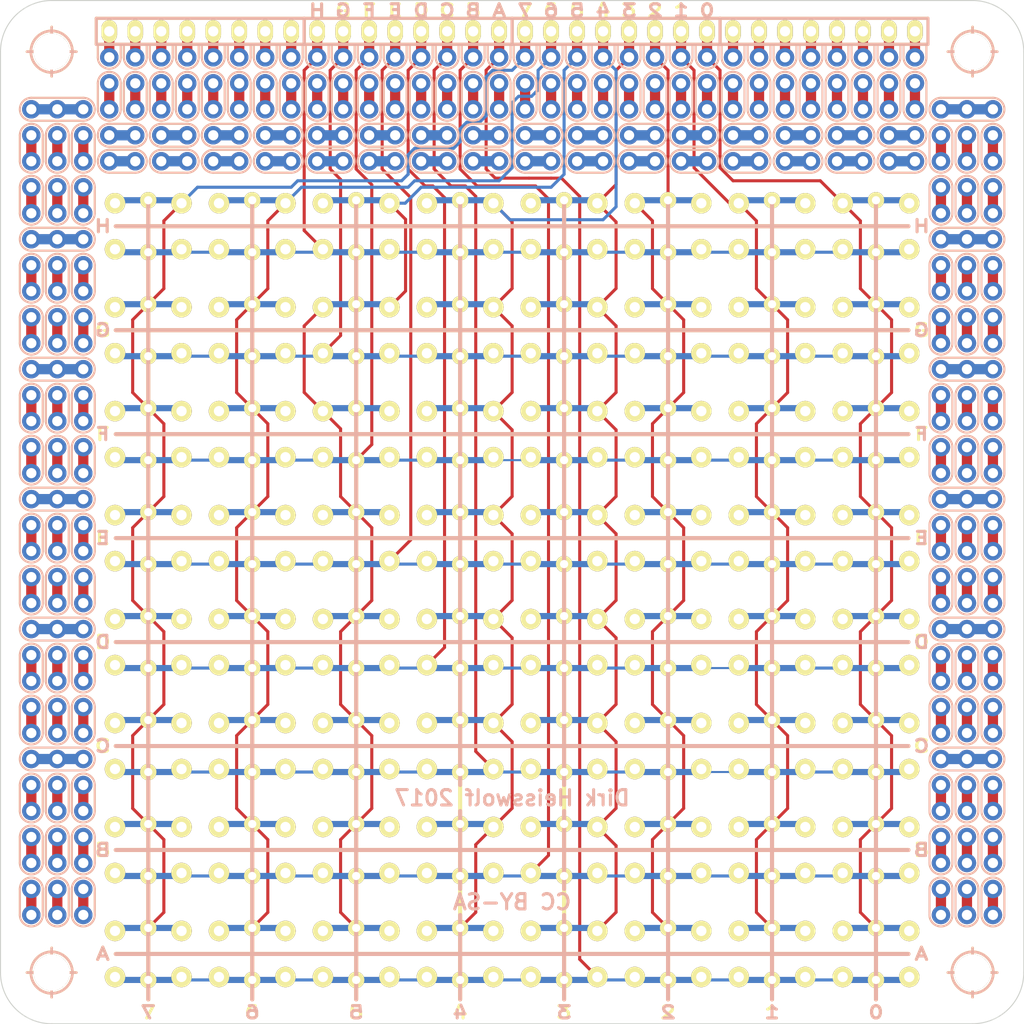
<source format=kicad_pcb>
(kicad_pcb (version 4) (host pcbnew 4.0.5)
  (title_block (title Keypad) (rev RevA) (company "Dirk Heisswolf"))
  (layers (0 F.Cu signal) (31 B.Cu signal) (34 B.Paste user) (35 F.Paste user) (36 B.SilkS user hide) (37 F.SilkS user hide) (38 B.Mask user) (39 F.Mask user) (44 Edge.Cuts user))
  (net 0 "")
  (net 1 /KEYPAD_ROW_A)
  (net 2 /KEYPAD_COL_0)
  (net 3 /KEYPAD_COL_1)
  (net 4 /KEYPAD_COL_2)
  (net 5 /KEYPAD_COL_3)
  (net 6 /KEYPAD_COL_4)
  (net 7 /KEYPAD_COL_5)
  (net 8 /KEYPAD_COL_6)
  (net 9 /KEYPAD_COL_7)
  (net 10 /KEYPAD_ROW_B)
  (net 11 /KEYPAD_ROW_C)
  (net 12 /KEYPAD_ROW_D)
  (net 13 /KEYPAD_ROW_E)
  (net 14 /KEYPAD_ROW_F)
  (net 15 /KEYPAD_ROW_G)
  (net 16 /KEYPAD_ROW_H)
  (net 17 "Net-(U3-Pad1)")
  (net 18 "Net-(U3-Pad2)")
  (net 19 "Net-(U3-Pad3)")
  (net 20 "Net-(U3-Pad4)")
  (net 21 "Net-(U3-Pad5)")
  (net 22 "Net-(U3-Pad6)")
  (net 23 "Net-(U3-Pad7)")
  (net 24 "Net-(U3-Pad8)")
  (net 25 "Net-(U4-Pad1)")
  (net 26 "Net-(U4-Pad2)")
  (net 27 "Net-(U4-Pad3)")
  (net 28 "Net-(U4-Pad4)")
  (net 29 "Net-(U4-Pad5)")
  (net 30 "Net-(U4-Pad6)")
  (net 31 "Net-(U4-Pad7)")
  (net 32 "Net-(U4-Pad8)")
  (module Keypad:key (layer F.Cu) (at 89.76 127.22 90)
    (fp_text reference KEY_G5 hide)
    (fp_text value KEY hide)
    (pad 1 thru_hole circle (at -2.25 -3.25 90) (size 2 2) (drill 1) (layers *.Cu *.Mask F.SilkS) (net 15 /KEYPAD_ROW_G))
    (pad 4 thru_hole circle (at 2.25 3.25 90) (size 2 2) (drill 1) (layers *.Cu *.Mask F.SilkS) (net 7 /KEYPAD_COL_5))
    (pad 2 thru_hole circle (at 2.25 -3.25 90) (size 2 2) (drill 1) (layers *.Cu *.Mask F.SilkS) (net 7 /KEYPAD_COL_5))
    (pad 3 thru_hole circle (at -2.25 3.25 90) (size 2 2) (drill 1) (layers *.Cu *.Mask F.SilkS) (net 15 /KEYPAD_ROW_G))
    (pad 6 thru_hole circle (at 2.54 0 90) (size 1.6 1.6) (drill 0.8) (layers *.Cu *.Mask F.SilkS) (net 7 /KEYPAD_COL_5))
    (pad 5 thru_hole circle (at -2.54 0 90) (size 1.6 1.6) (drill 0.8) (layers *.Cu *.Mask F.SilkS) (net 15 /KEYPAD_ROW_G))
  )
  (module Keypad:key (layer F.Cu) (at 69.44 137.38 90)
    (fp_text reference KEY_F7 hide)
    (fp_text value KEY hide)
    (pad 1 thru_hole circle (at -2.25 -3.25 90) (size 2 2) (drill 1) (layers *.Cu *.Mask F.SilkS) (net 14 /KEYPAD_ROW_F))
    (pad 4 thru_hole circle (at 2.25 3.25 90) (size 2 2) (drill 1) (layers *.Cu *.Mask F.SilkS) (net 9 /KEYPAD_COL_7))
    (pad 2 thru_hole circle (at 2.25 -3.25 90) (size 2 2) (drill 1) (layers *.Cu *.Mask F.SilkS) (net 9 /KEYPAD_COL_7))
    (pad 3 thru_hole circle (at -2.25 3.25 90) (size 2 2) (drill 1) (layers *.Cu *.Mask F.SilkS) (net 14 /KEYPAD_ROW_F))
    (pad 6 thru_hole circle (at 2.54 0 90) (size 1.6 1.6) (drill 0.8) (layers *.Cu *.Mask F.SilkS) (net 9 /KEYPAD_COL_7))
    (pad 5 thru_hole circle (at -2.54 0 90) (size 1.6 1.6) (drill 0.8) (layers *.Cu *.Mask F.SilkS) (net 14 /KEYPAD_ROW_F))
  )
  (module Keypad:key (layer F.Cu) (at 69.44 127.22 90)
    (fp_text reference KEY_G7 hide)
    (fp_text value KEY hide)
    (pad 1 thru_hole circle (at -2.25 -3.25 90) (size 2 2) (drill 1) (layers *.Cu *.Mask F.SilkS) (net 15 /KEYPAD_ROW_G))
    (pad 4 thru_hole circle (at 2.25 3.25 90) (size 2 2) (drill 1) (layers *.Cu *.Mask F.SilkS) (net 9 /KEYPAD_COL_7))
    (pad 2 thru_hole circle (at 2.25 -3.25 90) (size 2 2) (drill 1) (layers *.Cu *.Mask F.SilkS) (net 9 /KEYPAD_COL_7))
    (pad 3 thru_hole circle (at -2.25 3.25 90) (size 2 2) (drill 1) (layers *.Cu *.Mask F.SilkS) (net 15 /KEYPAD_ROW_G))
    (pad 6 thru_hole circle (at 2.54 0 90) (size 1.6 1.6) (drill 0.8) (layers *.Cu *.Mask F.SilkS) (net 9 /KEYPAD_COL_7))
    (pad 5 thru_hole circle (at -2.54 0 90) (size 1.6 1.6) (drill 0.8) (layers *.Cu *.Mask F.SilkS) (net 15 /KEYPAD_ROW_G))
  )
  (module Keypad:key (layer F.Cu) (at 110.08 117.06 90)
    (fp_text reference KEY_H3 hide)
    (fp_text value KEY hide)
    (pad 1 thru_hole circle (at -2.25 -3.25 90) (size 2 2) (drill 1) (layers *.Cu *.Mask F.SilkS) (net 16 /KEYPAD_ROW_H))
    (pad 4 thru_hole circle (at 2.25 3.25 90) (size 2 2) (drill 1) (layers *.Cu *.Mask F.SilkS) (net 5 /KEYPAD_COL_3))
    (pad 2 thru_hole circle (at 2.25 -3.25 90) (size 2 2) (drill 1) (layers *.Cu *.Mask F.SilkS) (net 5 /KEYPAD_COL_3))
    (pad 3 thru_hole circle (at -2.25 3.25 90) (size 2 2) (drill 1) (layers *.Cu *.Mask F.SilkS) (net 16 /KEYPAD_ROW_H))
    (pad 6 thru_hole circle (at 2.54 0 90) (size 1.6 1.6) (drill 0.8) (layers *.Cu *.Mask F.SilkS) (net 5 /KEYPAD_COL_3))
    (pad 5 thru_hole circle (at -2.54 0 90) (size 1.6 1.6) (drill 0.8) (layers *.Cu *.Mask F.SilkS) (net 16 /KEYPAD_ROW_H))
  )
  (module Keypad:hole_3mm5 (layer F.Cu) (at 60 100)
    (fp_text reference hole_3mm5 hide)
    (fp_text value VAL** hide)
    (pad 1 thru_hole circle (at 0 0) (size 3.50012 3.50012) (drill 3.50012) (layers *.Cu F.SilkS))
    (pad 1 thru_hole circle (at 0 0) (size 3.50012 3.50012) (drill 3.50012) (layers *.Cu F.SilkS))
  )
  (module Keypad:hole_3mm5 (layer F.Cu) (at 150 100)
    (fp_text reference hole_3mm5 hide)
    (fp_text value VAL** hide)
    (pad 1 thru_hole circle (at 0 0) (size 3.50012 3.50012) (drill 3.50012) (layers *.Cu F.SilkS))
    (pad 1 thru_hole circle (at 0 0) (size 3.50012 3.50012) (drill 3.50012) (layers *.Cu F.SilkS))
  )
  (module Keypad:hole_3mm5 (layer F.Cu) (at 150 190)
    (fp_text reference hole_3mm5 hide)
    (fp_text value VAL** hide)
    (pad 1 thru_hole circle (at 0 0) (size 3.50012 3.50012) (drill 3.50012) (layers *.Cu F.SilkS))
    (pad 1 thru_hole circle (at 0 0) (size 3.50012 3.50012) (drill 3.50012) (layers *.Cu F.SilkS))
  )
  (module Keypad:hole_3mm5 (layer F.Cu) (at 60 190)
    (fp_text reference hole_3mm5 hide)
    (fp_text value VAL** hide)
    (pad 1 thru_hole circle (at 0 0) (size 3.50012 3.50012) (drill 3.50012) (layers *.Cu F.SilkS))
    (pad 1 thru_hole circle (at 0 0) (size 3.50012 3.50012) (drill 3.50012) (layers *.Cu F.SilkS))
  )
  (module Keypad:pin_strip_8 (layer F.Cu) (at 94.84 98.01)
    (fp_text reference U1 hide)
    (fp_text value PIN_STRIP_8 hide)
    (pad 1 thru_hole oval (at -8.89 0) (size 1.524 2.19964) (drill 1.00076) (layers *.Cu *.Mask F.SilkS) (net 16 /KEYPAD_ROW_H))
    (pad 2 thru_hole oval (at -6.35 0) (size 1.524 2.19964) (drill 1.00076) (layers *.Cu *.Mask F.SilkS) (net 15 /KEYPAD_ROW_G))
    (pad 3 thru_hole oval (at -3.81 0) (size 1.524 2.19964) (drill 1.00076) (layers *.Cu *.Mask F.SilkS) (net 14 /KEYPAD_ROW_F))
    (pad 4 thru_hole oval (at -1.27 0) (size 1.524 2.19964) (drill 1.00076) (layers *.Cu *.Mask F.SilkS) (net 13 /KEYPAD_ROW_E))
    (pad 5 thru_hole oval (at 1.27 0) (size 1.524 2.19964) (drill 1.00076) (layers *.Cu *.Mask F.SilkS) (net 12 /KEYPAD_ROW_D))
    (pad 6 thru_hole oval (at 3.81 0) (size 1.524 2.19964) (drill 1.00076) (layers *.Cu *.Mask F.SilkS) (net 11 /KEYPAD_ROW_C))
    (pad 7 thru_hole oval (at 6.35 0) (size 1.524 2.19964) (drill 1.00076) (layers *.Cu *.Mask F.SilkS) (net 10 /KEYPAD_ROW_B))
    (pad 8 thru_hole oval (at 8.89 0) (size 1.524 2.19964) (drill 1.00076) (layers *.Cu *.Mask F.SilkS) (net 1 /KEYPAD_ROW_A))
  )
  (module Keypad:pin_strip_8 (layer F.Cu) (at 115.16 98.01)
    (fp_text reference U2 hide)
    (fp_text value PIN_STRIP_8 hide)
    (pad 1 thru_hole oval (at -8.89 0) (size 1.524 2.19964) (drill 1.00076) (layers *.Cu *.Mask F.SilkS) (net 9 /KEYPAD_COL_7))
    (pad 2 thru_hole oval (at -6.35 0) (size 1.524 2.19964) (drill 1.00076) (layers *.Cu *.Mask F.SilkS) (net 8 /KEYPAD_COL_6))
    (pad 3 thru_hole oval (at -3.81 0) (size 1.524 2.19964) (drill 1.00076) (layers *.Cu *.Mask F.SilkS) (net 7 /KEYPAD_COL_5))
    (pad 4 thru_hole oval (at -1.27 0) (size 1.524 2.19964) (drill 1.00076) (layers *.Cu *.Mask F.SilkS) (net 6 /KEYPAD_COL_4))
    (pad 5 thru_hole oval (at 1.27 0) (size 1.524 2.19964) (drill 1.00076) (layers *.Cu *.Mask F.SilkS) (net 5 /KEYPAD_COL_3))
    (pad 6 thru_hole oval (at 3.81 0) (size 1.524 2.19964) (drill 1.00076) (layers *.Cu *.Mask F.SilkS) (net 4 /KEYPAD_COL_2))
    (pad 7 thru_hole oval (at 6.35 0) (size 1.524 2.19964) (drill 1.00076) (layers *.Cu *.Mask F.SilkS) (net 3 /KEYPAD_COL_1))
    (pad 8 thru_hole oval (at 8.89 0) (size 1.524 2.19964) (drill 1.00076) (layers *.Cu *.Mask F.SilkS) (net 2 /KEYPAD_COL_0))
  )
  (module Keypad:pin_strip_8 (layer F.Cu) (at 74.52 98.01)
    (fp_text reference U3 hide)
    (fp_text value PIN_STRIP_8 hide)
    (pad 1 thru_hole oval (at -8.89 0) (size 1.524 2.19964) (drill 1.00076) (layers *.Cu *.Mask F.SilkS) (net 17 "Net-(U3-Pad1)"))
    (pad 2 thru_hole oval (at -6.35 0) (size 1.524 2.19964) (drill 1.00076) (layers *.Cu *.Mask F.SilkS) (net 18 "Net-(U3-Pad2)"))
    (pad 3 thru_hole oval (at -3.81 0) (size 1.524 2.19964) (drill 1.00076) (layers *.Cu *.Mask F.SilkS) (net 19 "Net-(U3-Pad3)"))
    (pad 4 thru_hole oval (at -1.27 0) (size 1.524 2.19964) (drill 1.00076) (layers *.Cu *.Mask F.SilkS) (net 20 "Net-(U3-Pad4)"))
    (pad 5 thru_hole oval (at 1.27 0) (size 1.524 2.19964) (drill 1.00076) (layers *.Cu *.Mask F.SilkS) (net 21 "Net-(U3-Pad5)"))
    (pad 6 thru_hole oval (at 3.81 0) (size 1.524 2.19964) (drill 1.00076) (layers *.Cu *.Mask F.SilkS) (net 22 "Net-(U3-Pad6)"))
    (pad 7 thru_hole oval (at 6.35 0) (size 1.524 2.19964) (drill 1.00076) (layers *.Cu *.Mask F.SilkS) (net 23 "Net-(U3-Pad7)"))
    (pad 8 thru_hole oval (at 8.89 0) (size 1.524 2.19964) (drill 1.00076) (layers *.Cu *.Mask F.SilkS) (net 24 "Net-(U3-Pad8)"))
  )
  (module Keypad:pin_strip_8 (layer F.Cu) (at 135.48 98.01)
    (fp_text reference U4 hide)
    (fp_text value PIN_STRIP_8 hide)
    (pad 1 thru_hole oval (at -8.89 0) (size 1.524 2.19964) (drill 1.00076) (layers *.Cu *.Mask F.SilkS) (net 25 "Net-(U4-Pad1)"))
    (pad 2 thru_hole oval (at -6.35 0) (size 1.524 2.19964) (drill 1.00076) (layers *.Cu *.Mask F.SilkS) (net 26 "Net-(U4-Pad2)"))
    (pad 3 thru_hole oval (at -3.81 0) (size 1.524 2.19964) (drill 1.00076) (layers *.Cu *.Mask F.SilkS) (net 27 "Net-(U4-Pad3)"))
    (pad 4 thru_hole oval (at -1.27 0) (size 1.524 2.19964) (drill 1.00076) (layers *.Cu *.Mask F.SilkS) (net 28 "Net-(U4-Pad4)"))
    (pad 5 thru_hole oval (at 1.27 0) (size 1.524 2.19964) (drill 1.00076) (layers *.Cu *.Mask F.SilkS) (net 29 "Net-(U4-Pad5)"))
    (pad 6 thru_hole oval (at 3.81 0) (size 1.524 2.19964) (drill 1.00076) (layers *.Cu *.Mask F.SilkS) (net 30 "Net-(U4-Pad6)"))
    (pad 7 thru_hole oval (at 6.35 0) (size 1.524 2.19964) (drill 1.00076) (layers *.Cu *.Mask F.SilkS) (net 31 "Net-(U4-Pad7)"))
    (pad 8 thru_hole oval (at 8.89 0) (size 1.524 2.19964) (drill 1.00076) (layers *.Cu *.Mask F.SilkS) (net 32 "Net-(U4-Pad8)"))
  )
  (module Keypad:key (layer F.Cu) (at 69.44 117.06 90)
    (fp_text reference KEY_H7 hide)
    (fp_text value KEY hide)
    (pad 1 thru_hole circle (at -2.25 -3.25 90) (size 2 2) (drill 1) (layers *.Cu *.Mask F.SilkS) (net 16 /KEYPAD_ROW_H))
    (pad 4 thru_hole circle (at 2.25 3.25 90) (size 2 2) (drill 1) (layers *.Cu *.Mask F.SilkS) (net 9 /KEYPAD_COL_7))
    (pad 2 thru_hole circle (at 2.25 -3.25 90) (size 2 2) (drill 1) (layers *.Cu *.Mask F.SilkS) (net 9 /KEYPAD_COL_7))
    (pad 3 thru_hole circle (at -2.25 3.25 90) (size 2 2) (drill 1) (layers *.Cu *.Mask F.SilkS) (net 16 /KEYPAD_ROW_H))
    (pad 6 thru_hole circle (at 2.54 0 90) (size 1.6 1.6) (drill 0.8) (layers *.Cu *.Mask F.SilkS) (net 9 /KEYPAD_COL_7))
    (pad 5 thru_hole circle (at -2.54 0 90) (size 1.6 1.6) (drill 0.8) (layers *.Cu *.Mask F.SilkS) (net 16 /KEYPAD_ROW_H))
  )
  (module Keypad:key (layer F.Cu) (at 79.6 117.06 90)
    (fp_text reference KEY_H6 hide)
    (fp_text value KEY hide)
    (pad 1 thru_hole circle (at -2.25 -3.25 90) (size 2 2) (drill 1) (layers *.Cu *.Mask F.SilkS) (net 16 /KEYPAD_ROW_H))
    (pad 4 thru_hole circle (at 2.25 3.25 90) (size 2 2) (drill 1) (layers *.Cu *.Mask F.SilkS) (net 8 /KEYPAD_COL_6))
    (pad 2 thru_hole circle (at 2.25 -3.25 90) (size 2 2) (drill 1) (layers *.Cu *.Mask F.SilkS) (net 8 /KEYPAD_COL_6))
    (pad 3 thru_hole circle (at -2.25 3.25 90) (size 2 2) (drill 1) (layers *.Cu *.Mask F.SilkS) (net 16 /KEYPAD_ROW_H))
    (pad 6 thru_hole circle (at 2.54 0 90) (size 1.6 1.6) (drill 0.8) (layers *.Cu *.Mask F.SilkS) (net 8 /KEYPAD_COL_6))
    (pad 5 thru_hole circle (at -2.54 0 90) (size 1.6 1.6) (drill 0.8) (layers *.Cu *.Mask F.SilkS) (net 16 /KEYPAD_ROW_H))
  )
  (module Keypad:key (layer F.Cu) (at 89.76 117.06 90)
    (fp_text reference KEY_H5 hide)
    (fp_text value KEY hide)
    (pad 1 thru_hole circle (at -2.25 -3.25 90) (size 2 2) (drill 1) (layers *.Cu *.Mask F.SilkS) (net 16 /KEYPAD_ROW_H))
    (pad 4 thru_hole circle (at 2.25 3.25 90) (size 2 2) (drill 1) (layers *.Cu *.Mask F.SilkS) (net 7 /KEYPAD_COL_5))
    (pad 2 thru_hole circle (at 2.25 -3.25 90) (size 2 2) (drill 1) (layers *.Cu *.Mask F.SilkS) (net 7 /KEYPAD_COL_5))
    (pad 3 thru_hole circle (at -2.25 3.25 90) (size 2 2) (drill 1) (layers *.Cu *.Mask F.SilkS) (net 16 /KEYPAD_ROW_H))
    (pad 6 thru_hole circle (at 2.54 0 90) (size 1.6 1.6) (drill 0.8) (layers *.Cu *.Mask F.SilkS) (net 7 /KEYPAD_COL_5))
    (pad 5 thru_hole circle (at -2.54 0 90) (size 1.6 1.6) (drill 0.8) (layers *.Cu *.Mask F.SilkS) (net 16 /KEYPAD_ROW_H))
  )
  (module Keypad:key (layer F.Cu) (at 99.92 117.06 90)
    (fp_text reference KEY_H4 hide)
    (fp_text value KEY hide)
    (pad 1 thru_hole circle (at -2.25 -3.25 90) (size 2 2) (drill 1) (layers *.Cu *.Mask F.SilkS) (net 16 /KEYPAD_ROW_H))
    (pad 4 thru_hole circle (at 2.25 3.25 90) (size 2 2) (drill 1) (layers *.Cu *.Mask F.SilkS) (net 6 /KEYPAD_COL_4))
    (pad 2 thru_hole circle (at 2.25 -3.25 90) (size 2 2) (drill 1) (layers *.Cu *.Mask F.SilkS) (net 6 /KEYPAD_COL_4))
    (pad 3 thru_hole circle (at -2.25 3.25 90) (size 2 2) (drill 1) (layers *.Cu *.Mask F.SilkS) (net 16 /KEYPAD_ROW_H))
    (pad 6 thru_hole circle (at 2.54 0 90) (size 1.6 1.6) (drill 0.8) (layers *.Cu *.Mask F.SilkS) (net 6 /KEYPAD_COL_4))
    (pad 5 thru_hole circle (at -2.54 0 90) (size 1.6 1.6) (drill 0.8) (layers *.Cu *.Mask F.SilkS) (net 16 /KEYPAD_ROW_H))
  )
  (module Keypad:key (layer F.Cu) (at 120.24 117.06 90)
    (fp_text reference KEY_H2 hide)
    (fp_text value KEY hide)
    (pad 1 thru_hole circle (at -2.25 -3.25 90) (size 2 2) (drill 1) (layers *.Cu *.Mask F.SilkS) (net 16 /KEYPAD_ROW_H))
    (pad 4 thru_hole circle (at 2.25 3.25 90) (size 2 2) (drill 1) (layers *.Cu *.Mask F.SilkS) (net 4 /KEYPAD_COL_2))
    (pad 2 thru_hole circle (at 2.25 -3.25 90) (size 2 2) (drill 1) (layers *.Cu *.Mask F.SilkS) (net 4 /KEYPAD_COL_2))
    (pad 3 thru_hole circle (at -2.25 3.25 90) (size 2 2) (drill 1) (layers *.Cu *.Mask F.SilkS) (net 16 /KEYPAD_ROW_H))
    (pad 6 thru_hole circle (at 2.54 0 90) (size 1.6 1.6) (drill 0.8) (layers *.Cu *.Mask F.SilkS) (net 4 /KEYPAD_COL_2))
    (pad 5 thru_hole circle (at -2.54 0 90) (size 1.6 1.6) (drill 0.8) (layers *.Cu *.Mask F.SilkS) (net 16 /KEYPAD_ROW_H))
  )
  (module Keypad:key (layer F.Cu) (at 130.4 117.06 90)
    (fp_text reference KEY_H1 hide)
    (fp_text value KEY hide)
    (pad 1 thru_hole circle (at -2.25 -3.25 90) (size 2 2) (drill 1) (layers *.Cu *.Mask F.SilkS) (net 16 /KEYPAD_ROW_H))
    (pad 4 thru_hole circle (at 2.25 3.25 90) (size 2 2) (drill 1) (layers *.Cu *.Mask F.SilkS) (net 3 /KEYPAD_COL_1))
    (pad 2 thru_hole circle (at 2.25 -3.25 90) (size 2 2) (drill 1) (layers *.Cu *.Mask F.SilkS) (net 3 /KEYPAD_COL_1))
    (pad 3 thru_hole circle (at -2.25 3.25 90) (size 2 2) (drill 1) (layers *.Cu *.Mask F.SilkS) (net 16 /KEYPAD_ROW_H))
    (pad 6 thru_hole circle (at 2.54 0 90) (size 1.6 1.6) (drill 0.8) (layers *.Cu *.Mask F.SilkS) (net 3 /KEYPAD_COL_1))
    (pad 5 thru_hole circle (at -2.54 0 90) (size 1.6 1.6) (drill 0.8) (layers *.Cu *.Mask F.SilkS) (net 16 /KEYPAD_ROW_H))
  )
  (module Keypad:key (layer F.Cu) (at 140.56 117.06 90)
    (fp_text reference KEY_H0 hide)
    (fp_text value KEY hide)
    (pad 1 thru_hole circle (at -2.25 -3.25 90) (size 2 2) (drill 1) (layers *.Cu *.Mask F.SilkS) (net 16 /KEYPAD_ROW_H))
    (pad 4 thru_hole circle (at 2.25 3.25 90) (size 2 2) (drill 1) (layers *.Cu *.Mask F.SilkS) (net 2 /KEYPAD_COL_0))
    (pad 2 thru_hole circle (at 2.25 -3.25 90) (size 2 2) (drill 1) (layers *.Cu *.Mask F.SilkS) (net 2 /KEYPAD_COL_0))
    (pad 3 thru_hole circle (at -2.25 3.25 90) (size 2 2) (drill 1) (layers *.Cu *.Mask F.SilkS) (net 16 /KEYPAD_ROW_H))
    (pad 6 thru_hole circle (at 2.54 0 90) (size 1.6 1.6) (drill 0.8) (layers *.Cu *.Mask F.SilkS) (net 2 /KEYPAD_COL_0))
    (pad 5 thru_hole circle (at -2.54 0 90) (size 1.6 1.6) (drill 0.8) (layers *.Cu *.Mask F.SilkS) (net 16 /KEYPAD_ROW_H))
  )
  (module Keypad:key (layer F.Cu) (at 79.6 127.22 90)
    (fp_text reference KEY_G6 hide)
    (fp_text value KEY hide)
    (pad 1 thru_hole circle (at -2.25 -3.25 90) (size 2 2) (drill 1) (layers *.Cu *.Mask F.SilkS) (net 15 /KEYPAD_ROW_G))
    (pad 4 thru_hole circle (at 2.25 3.25 90) (size 2 2) (drill 1) (layers *.Cu *.Mask F.SilkS) (net 8 /KEYPAD_COL_6))
    (pad 2 thru_hole circle (at 2.25 -3.25 90) (size 2 2) (drill 1) (layers *.Cu *.Mask F.SilkS) (net 8 /KEYPAD_COL_6))
    (pad 3 thru_hole circle (at -2.25 3.25 90) (size 2 2) (drill 1) (layers *.Cu *.Mask F.SilkS) (net 15 /KEYPAD_ROW_G))
    (pad 6 thru_hole circle (at 2.54 0 90) (size 1.6 1.6) (drill 0.8) (layers *.Cu *.Mask F.SilkS) (net 8 /KEYPAD_COL_6))
    (pad 5 thru_hole circle (at -2.54 0 90) (size 1.6 1.6) (drill 0.8) (layers *.Cu *.Mask F.SilkS) (net 15 /KEYPAD_ROW_G))
  )
  (module Keypad:key (layer F.Cu) (at 99.92 127.22 90)
    (fp_text reference KEY_G4 hide)
    (fp_text value KEY hide)
    (pad 1 thru_hole circle (at -2.25 -3.25 90) (size 2 2) (drill 1) (layers *.Cu *.Mask F.SilkS) (net 15 /KEYPAD_ROW_G))
    (pad 4 thru_hole circle (at 2.25 3.25 90) (size 2 2) (drill 1) (layers *.Cu *.Mask F.SilkS) (net 6 /KEYPAD_COL_4))
    (pad 2 thru_hole circle (at 2.25 -3.25 90) (size 2 2) (drill 1) (layers *.Cu *.Mask F.SilkS) (net 6 /KEYPAD_COL_4))
    (pad 3 thru_hole circle (at -2.25 3.25 90) (size 2 2) (drill 1) (layers *.Cu *.Mask F.SilkS) (net 15 /KEYPAD_ROW_G))
    (pad 6 thru_hole circle (at 2.54 0 90) (size 1.6 1.6) (drill 0.8) (layers *.Cu *.Mask F.SilkS) (net 6 /KEYPAD_COL_4))
    (pad 5 thru_hole circle (at -2.54 0 90) (size 1.6 1.6) (drill 0.8) (layers *.Cu *.Mask F.SilkS) (net 15 /KEYPAD_ROW_G))
  )
  (module Keypad:key (layer F.Cu) (at 120.24 127.22 90)
    (fp_text reference KEY_G2 hide)
    (fp_text value KEY hide)
    (pad 1 thru_hole circle (at -2.25 -3.25 90) (size 2 2) (drill 1) (layers *.Cu *.Mask F.SilkS) (net 15 /KEYPAD_ROW_G))
    (pad 4 thru_hole circle (at 2.25 3.25 90) (size 2 2) (drill 1) (layers *.Cu *.Mask F.SilkS) (net 4 /KEYPAD_COL_2))
    (pad 2 thru_hole circle (at 2.25 -3.25 90) (size 2 2) (drill 1) (layers *.Cu *.Mask F.SilkS) (net 4 /KEYPAD_COL_2))
    (pad 3 thru_hole circle (at -2.25 3.25 90) (size 2 2) (drill 1) (layers *.Cu *.Mask F.SilkS) (net 15 /KEYPAD_ROW_G))
    (pad 6 thru_hole circle (at 2.54 0 90) (size 1.6 1.6) (drill 0.8) (layers *.Cu *.Mask F.SilkS) (net 4 /KEYPAD_COL_2))
    (pad 5 thru_hole circle (at -2.54 0 90) (size 1.6 1.6) (drill 0.8) (layers *.Cu *.Mask F.SilkS) (net 15 /KEYPAD_ROW_G))
  )
  (module Keypad:key (layer F.Cu) (at 130.4 127.22 90)
    (fp_text reference KEY_G1 hide)
    (fp_text value KEY hide)
    (pad 1 thru_hole circle (at -2.25 -3.25 90) (size 2 2) (drill 1) (layers *.Cu *.Mask F.SilkS) (net 15 /KEYPAD_ROW_G))
    (pad 4 thru_hole circle (at 2.25 3.25 90) (size 2 2) (drill 1) (layers *.Cu *.Mask F.SilkS) (net 3 /KEYPAD_COL_1))
    (pad 2 thru_hole circle (at 2.25 -3.25 90) (size 2 2) (drill 1) (layers *.Cu *.Mask F.SilkS) (net 3 /KEYPAD_COL_1))
    (pad 3 thru_hole circle (at -2.25 3.25 90) (size 2 2) (drill 1) (layers *.Cu *.Mask F.SilkS) (net 15 /KEYPAD_ROW_G))
    (pad 6 thru_hole circle (at 2.54 0 90) (size 1.6 1.6) (drill 0.8) (layers *.Cu *.Mask F.SilkS) (net 3 /KEYPAD_COL_1))
    (pad 5 thru_hole circle (at -2.54 0 90) (size 1.6 1.6) (drill 0.8) (layers *.Cu *.Mask F.SilkS) (net 15 /KEYPAD_ROW_G))
  )
  (module Keypad:key (layer F.Cu) (at 140.56 127.22 90)
    (fp_text reference KEY_G0 hide)
    (fp_text value KEY hide)
    (pad 1 thru_hole circle (at -2.25 -3.25 90) (size 2 2) (drill 1) (layers *.Cu *.Mask F.SilkS) (net 15 /KEYPAD_ROW_G))
    (pad 4 thru_hole circle (at 2.25 3.25 90) (size 2 2) (drill 1) (layers *.Cu *.Mask F.SilkS) (net 2 /KEYPAD_COL_0))
    (pad 2 thru_hole circle (at 2.25 -3.25 90) (size 2 2) (drill 1) (layers *.Cu *.Mask F.SilkS) (net 2 /KEYPAD_COL_0))
    (pad 3 thru_hole circle (at -2.25 3.25 90) (size 2 2) (drill 1) (layers *.Cu *.Mask F.SilkS) (net 15 /KEYPAD_ROW_G))
    (pad 6 thru_hole circle (at 2.54 0 90) (size 1.6 1.6) (drill 0.8) (layers *.Cu *.Mask F.SilkS) (net 2 /KEYPAD_COL_0))
    (pad 5 thru_hole circle (at -2.54 0 90) (size 1.6 1.6) (drill 0.8) (layers *.Cu *.Mask F.SilkS) (net 15 /KEYPAD_ROW_G))
  )
  (module Keypad:key (layer F.Cu) (at 79.6 137.38 90)
    (fp_text reference KEY_F6 hide)
    (fp_text value KEY hide)
    (pad 1 thru_hole circle (at -2.25 -3.25 90) (size 2 2) (drill 1) (layers *.Cu *.Mask F.SilkS) (net 14 /KEYPAD_ROW_F))
    (pad 4 thru_hole circle (at 2.25 3.25 90) (size 2 2) (drill 1) (layers *.Cu *.Mask F.SilkS) (net 8 /KEYPAD_COL_6))
    (pad 2 thru_hole circle (at 2.25 -3.25 90) (size 2 2) (drill 1) (layers *.Cu *.Mask F.SilkS) (net 8 /KEYPAD_COL_6))
    (pad 3 thru_hole circle (at -2.25 3.25 90) (size 2 2) (drill 1) (layers *.Cu *.Mask F.SilkS) (net 14 /KEYPAD_ROW_F))
    (pad 6 thru_hole circle (at 2.54 0 90) (size 1.6 1.6) (drill 0.8) (layers *.Cu *.Mask F.SilkS) (net 8 /KEYPAD_COL_6))
    (pad 5 thru_hole circle (at -2.54 0 90) (size 1.6 1.6) (drill 0.8) (layers *.Cu *.Mask F.SilkS) (net 14 /KEYPAD_ROW_F))
  )
  (module Keypad:key (layer F.Cu) (at 89.76 137.38 90)
    (fp_text reference KEY_F5 hide)
    (fp_text value KEY hide)
    (pad 1 thru_hole circle (at -2.25 -3.25 90) (size 2 2) (drill 1) (layers *.Cu *.Mask F.SilkS) (net 14 /KEYPAD_ROW_F))
    (pad 4 thru_hole circle (at 2.25 3.25 90) (size 2 2) (drill 1) (layers *.Cu *.Mask F.SilkS) (net 7 /KEYPAD_COL_5))
    (pad 2 thru_hole circle (at 2.25 -3.25 90) (size 2 2) (drill 1) (layers *.Cu *.Mask F.SilkS) (net 7 /KEYPAD_COL_5))
    (pad 3 thru_hole circle (at -2.25 3.25 90) (size 2 2) (drill 1) (layers *.Cu *.Mask F.SilkS) (net 14 /KEYPAD_ROW_F))
    (pad 6 thru_hole circle (at 2.54 0 90) (size 1.6 1.6) (drill 0.8) (layers *.Cu *.Mask F.SilkS) (net 7 /KEYPAD_COL_5))
    (pad 5 thru_hole circle (at -2.54 0 90) (size 1.6 1.6) (drill 0.8) (layers *.Cu *.Mask F.SilkS) (net 14 /KEYPAD_ROW_F))
  )
  (module Keypad:key (layer F.Cu) (at 110.08 137.38 90)
    (fp_text reference KEY_F3 hide)
    (fp_text value KEY hide)
    (pad 1 thru_hole circle (at -2.25 -3.25 90) (size 2 2) (drill 1) (layers *.Cu *.Mask F.SilkS) (net 14 /KEYPAD_ROW_F))
    (pad 4 thru_hole circle (at 2.25 3.25 90) (size 2 2) (drill 1) (layers *.Cu *.Mask F.SilkS) (net 5 /KEYPAD_COL_3))
    (pad 2 thru_hole circle (at 2.25 -3.25 90) (size 2 2) (drill 1) (layers *.Cu *.Mask F.SilkS) (net 5 /KEYPAD_COL_3))
    (pad 3 thru_hole circle (at -2.25 3.25 90) (size 2 2) (drill 1) (layers *.Cu *.Mask F.SilkS) (net 14 /KEYPAD_ROW_F))
    (pad 6 thru_hole circle (at 2.54 0 90) (size 1.6 1.6) (drill 0.8) (layers *.Cu *.Mask F.SilkS) (net 5 /KEYPAD_COL_3))
    (pad 5 thru_hole circle (at -2.54 0 90) (size 1.6 1.6) (drill 0.8) (layers *.Cu *.Mask F.SilkS) (net 14 /KEYPAD_ROW_F))
  )
  (module Keypad:key (layer F.Cu) (at 120.24 137.38 90)
    (fp_text reference KEY_F2 hide)
    (fp_text value KEY hide)
    (pad 1 thru_hole circle (at -2.25 -3.25 90) (size 2 2) (drill 1) (layers *.Cu *.Mask F.SilkS) (net 14 /KEYPAD_ROW_F))
    (pad 4 thru_hole circle (at 2.25 3.25 90) (size 2 2) (drill 1) (layers *.Cu *.Mask F.SilkS) (net 4 /KEYPAD_COL_2))
    (pad 2 thru_hole circle (at 2.25 -3.25 90) (size 2 2) (drill 1) (layers *.Cu *.Mask F.SilkS) (net 4 /KEYPAD_COL_2))
    (pad 3 thru_hole circle (at -2.25 3.25 90) (size 2 2) (drill 1) (layers *.Cu *.Mask F.SilkS) (net 14 /KEYPAD_ROW_F))
    (pad 6 thru_hole circle (at 2.54 0 90) (size 1.6 1.6) (drill 0.8) (layers *.Cu *.Mask F.SilkS) (net 4 /KEYPAD_COL_2))
    (pad 5 thru_hole circle (at -2.54 0 90) (size 1.6 1.6) (drill 0.8) (layers *.Cu *.Mask F.SilkS) (net 14 /KEYPAD_ROW_F))
  )
  (module Keypad:key (layer F.Cu) (at 130.4 137.38 90)
    (fp_text reference KEY_F1 hide)
    (fp_text value KEY hide)
    (pad 1 thru_hole circle (at -2.25 -3.25 90) (size 2 2) (drill 1) (layers *.Cu *.Mask F.SilkS) (net 14 /KEYPAD_ROW_F))
    (pad 4 thru_hole circle (at 2.25 3.25 90) (size 2 2) (drill 1) (layers *.Cu *.Mask F.SilkS) (net 3 /KEYPAD_COL_1))
    (pad 2 thru_hole circle (at 2.25 -3.25 90) (size 2 2) (drill 1) (layers *.Cu *.Mask F.SilkS) (net 3 /KEYPAD_COL_1))
    (pad 3 thru_hole circle (at -2.25 3.25 90) (size 2 2) (drill 1) (layers *.Cu *.Mask F.SilkS) (net 14 /KEYPAD_ROW_F))
    (pad 6 thru_hole circle (at 2.54 0 90) (size 1.6 1.6) (drill 0.8) (layers *.Cu *.Mask F.SilkS) (net 3 /KEYPAD_COL_1))
    (pad 5 thru_hole circle (at -2.54 0 90) (size 1.6 1.6) (drill 0.8) (layers *.Cu *.Mask F.SilkS) (net 14 /KEYPAD_ROW_F))
  )
  (module Keypad:key (layer F.Cu) (at 140.56 137.38 90)
    (fp_text reference KEY_F0 hide)
    (fp_text value KEY hide)
    (pad 1 thru_hole circle (at -2.25 -3.25 90) (size 2 2) (drill 1) (layers *.Cu *.Mask F.SilkS) (net 14 /KEYPAD_ROW_F))
    (pad 4 thru_hole circle (at 2.25 3.25 90) (size 2 2) (drill 1) (layers *.Cu *.Mask F.SilkS) (net 2 /KEYPAD_COL_0))
    (pad 2 thru_hole circle (at 2.25 -3.25 90) (size 2 2) (drill 1) (layers *.Cu *.Mask F.SilkS) (net 2 /KEYPAD_COL_0))
    (pad 3 thru_hole circle (at -2.25 3.25 90) (size 2 2) (drill 1) (layers *.Cu *.Mask F.SilkS) (net 14 /KEYPAD_ROW_F))
    (pad 6 thru_hole circle (at 2.54 0 90) (size 1.6 1.6) (drill 0.8) (layers *.Cu *.Mask F.SilkS) (net 2 /KEYPAD_COL_0))
    (pad 5 thru_hole circle (at -2.54 0 90) (size 1.6 1.6) (drill 0.8) (layers *.Cu *.Mask F.SilkS) (net 14 /KEYPAD_ROW_F))
  )
  (module Keypad:key (layer F.Cu) (at 69.44 147.54 90)
    (fp_text reference KEY_E7 hide)
    (fp_text value KEY hide)
    (pad 1 thru_hole circle (at -2.25 -3.25 90) (size 2 2) (drill 1) (layers *.Cu *.Mask F.SilkS) (net 13 /KEYPAD_ROW_E))
    (pad 4 thru_hole circle (at 2.25 3.25 90) (size 2 2) (drill 1) (layers *.Cu *.Mask F.SilkS) (net 9 /KEYPAD_COL_7))
    (pad 2 thru_hole circle (at 2.25 -3.25 90) (size 2 2) (drill 1) (layers *.Cu *.Mask F.SilkS) (net 9 /KEYPAD_COL_7))
    (pad 3 thru_hole circle (at -2.25 3.25 90) (size 2 2) (drill 1) (layers *.Cu *.Mask F.SilkS) (net 13 /KEYPAD_ROW_E))
    (pad 6 thru_hole circle (at 2.54 0 90) (size 1.6 1.6) (drill 0.8) (layers *.Cu *.Mask F.SilkS) (net 9 /KEYPAD_COL_7))
    (pad 5 thru_hole circle (at -2.54 0 90) (size 1.6 1.6) (drill 0.8) (layers *.Cu *.Mask F.SilkS) (net 13 /KEYPAD_ROW_E))
  )
  (module Keypad:key (layer F.Cu) (at 79.6 147.54 90)
    (fp_text reference KEY_E6 hide)
    (fp_text value KEY hide)
    (pad 1 thru_hole circle (at -2.25 -3.25 90) (size 2 2) (drill 1) (layers *.Cu *.Mask F.SilkS) (net 13 /KEYPAD_ROW_E))
    (pad 4 thru_hole circle (at 2.25 3.25 90) (size 2 2) (drill 1) (layers *.Cu *.Mask F.SilkS) (net 8 /KEYPAD_COL_6))
    (pad 2 thru_hole circle (at 2.25 -3.25 90) (size 2 2) (drill 1) (layers *.Cu *.Mask F.SilkS) (net 8 /KEYPAD_COL_6))
    (pad 3 thru_hole circle (at -2.25 3.25 90) (size 2 2) (drill 1) (layers *.Cu *.Mask F.SilkS) (net 13 /KEYPAD_ROW_E))
    (pad 6 thru_hole circle (at 2.54 0 90) (size 1.6 1.6) (drill 0.8) (layers *.Cu *.Mask F.SilkS) (net 8 /KEYPAD_COL_6))
    (pad 5 thru_hole circle (at -2.54 0 90) (size 1.6 1.6) (drill 0.8) (layers *.Cu *.Mask F.SilkS) (net 13 /KEYPAD_ROW_E))
  )
  (module Keypad:key (layer F.Cu) (at 89.76 147.54 90)
    (fp_text reference KEY_E5 hide)
    (fp_text value KEY hide)
    (pad 1 thru_hole circle (at -2.25 -3.25 90) (size 2 2) (drill 1) (layers *.Cu *.Mask F.SilkS) (net 13 /KEYPAD_ROW_E))
    (pad 4 thru_hole circle (at 2.25 3.25 90) (size 2 2) (drill 1) (layers *.Cu *.Mask F.SilkS) (net 7 /KEYPAD_COL_5))
    (pad 2 thru_hole circle (at 2.25 -3.25 90) (size 2 2) (drill 1) (layers *.Cu *.Mask F.SilkS) (net 7 /KEYPAD_COL_5))
    (pad 3 thru_hole circle (at -2.25 3.25 90) (size 2 2) (drill 1) (layers *.Cu *.Mask F.SilkS) (net 13 /KEYPAD_ROW_E))
    (pad 6 thru_hole circle (at 2.54 0 90) (size 1.6 1.6) (drill 0.8) (layers *.Cu *.Mask F.SilkS) (net 7 /KEYPAD_COL_5))
    (pad 5 thru_hole circle (at -2.54 0 90) (size 1.6 1.6) (drill 0.8) (layers *.Cu *.Mask F.SilkS) (net 13 /KEYPAD_ROW_E))
  )
  (module Keypad:key (layer F.Cu) (at 99.92 147.54 90)
    (fp_text reference KEY_E4 hide)
    (fp_text value KEY hide)
    (pad 1 thru_hole circle (at -2.25 -3.25 90) (size 2 2) (drill 1) (layers *.Cu *.Mask F.SilkS) (net 13 /KEYPAD_ROW_E))
    (pad 4 thru_hole circle (at 2.25 3.25 90) (size 2 2) (drill 1) (layers *.Cu *.Mask F.SilkS) (net 6 /KEYPAD_COL_4))
    (pad 2 thru_hole circle (at 2.25 -3.25 90) (size 2 2) (drill 1) (layers *.Cu *.Mask F.SilkS) (net 6 /KEYPAD_COL_4))
    (pad 3 thru_hole circle (at -2.25 3.25 90) (size 2 2) (drill 1) (layers *.Cu *.Mask F.SilkS) (net 13 /KEYPAD_ROW_E))
    (pad 6 thru_hole circle (at 2.54 0 90) (size 1.6 1.6) (drill 0.8) (layers *.Cu *.Mask F.SilkS) (net 6 /KEYPAD_COL_4))
    (pad 5 thru_hole circle (at -2.54 0 90) (size 1.6 1.6) (drill 0.8) (layers *.Cu *.Mask F.SilkS) (net 13 /KEYPAD_ROW_E))
  )
  (module Keypad:key (layer F.Cu) (at 110.08 147.54 90)
    (fp_text reference KEY_E3 hide)
    (fp_text value KEY hide)
    (pad 1 thru_hole circle (at -2.25 -3.25 90) (size 2 2) (drill 1) (layers *.Cu *.Mask F.SilkS) (net 13 /KEYPAD_ROW_E))
    (pad 4 thru_hole circle (at 2.25 3.25 90) (size 2 2) (drill 1) (layers *.Cu *.Mask F.SilkS) (net 5 /KEYPAD_COL_3))
    (pad 2 thru_hole circle (at 2.25 -3.25 90) (size 2 2) (drill 1) (layers *.Cu *.Mask F.SilkS) (net 5 /KEYPAD_COL_3))
    (pad 3 thru_hole circle (at -2.25 3.25 90) (size 2 2) (drill 1) (layers *.Cu *.Mask F.SilkS) (net 13 /KEYPAD_ROW_E))
    (pad 6 thru_hole circle (at 2.54 0 90) (size 1.6 1.6) (drill 0.8) (layers *.Cu *.Mask F.SilkS) (net 5 /KEYPAD_COL_3))
    (pad 5 thru_hole circle (at -2.54 0 90) (size 1.6 1.6) (drill 0.8) (layers *.Cu *.Mask F.SilkS) (net 13 /KEYPAD_ROW_E))
  )
  (module Keypad:key (layer F.Cu) (at 120.24 147.54 90)
    (fp_text reference KEY_E2 hide)
    (fp_text value KEY hide)
    (pad 1 thru_hole circle (at -2.25 -3.25 90) (size 2 2) (drill 1) (layers *.Cu *.Mask F.SilkS) (net 13 /KEYPAD_ROW_E))
    (pad 4 thru_hole circle (at 2.25 3.25 90) (size 2 2) (drill 1) (layers *.Cu *.Mask F.SilkS) (net 4 /KEYPAD_COL_2))
    (pad 2 thru_hole circle (at 2.25 -3.25 90) (size 2 2) (drill 1) (layers *.Cu *.Mask F.SilkS) (net 4 /KEYPAD_COL_2))
    (pad 3 thru_hole circle (at -2.25 3.25 90) (size 2 2) (drill 1) (layers *.Cu *.Mask F.SilkS) (net 13 /KEYPAD_ROW_E))
    (pad 6 thru_hole circle (at 2.54 0 90) (size 1.6 1.6) (drill 0.8) (layers *.Cu *.Mask F.SilkS) (net 4 /KEYPAD_COL_2))
    (pad 5 thru_hole circle (at -2.54 0 90) (size 1.6 1.6) (drill 0.8) (layers *.Cu *.Mask F.SilkS) (net 13 /KEYPAD_ROW_E))
  )
  (module Keypad:key (layer F.Cu) (at 130.4 147.54 90)
    (fp_text reference KEY_E1 hide)
    (fp_text value KEY hide)
    (pad 1 thru_hole circle (at -2.25 -3.25 90) (size 2 2) (drill 1) (layers *.Cu *.Mask F.SilkS) (net 13 /KEYPAD_ROW_E))
    (pad 4 thru_hole circle (at 2.25 3.25 90) (size 2 2) (drill 1) (layers *.Cu *.Mask F.SilkS) (net 3 /KEYPAD_COL_1))
    (pad 2 thru_hole circle (at 2.25 -3.25 90) (size 2 2) (drill 1) (layers *.Cu *.Mask F.SilkS) (net 3 /KEYPAD_COL_1))
    (pad 3 thru_hole circle (at -2.25 3.25 90) (size 2 2) (drill 1) (layers *.Cu *.Mask F.SilkS) (net 13 /KEYPAD_ROW_E))
    (pad 6 thru_hole circle (at 2.54 0 90) (size 1.6 1.6) (drill 0.8) (layers *.Cu *.Mask F.SilkS) (net 3 /KEYPAD_COL_1))
    (pad 5 thru_hole circle (at -2.54 0 90) (size 1.6 1.6) (drill 0.8) (layers *.Cu *.Mask F.SilkS) (net 13 /KEYPAD_ROW_E))
  )
  (module Keypad:key (layer F.Cu) (at 140.56 147.54 90)
    (fp_text reference KEY_E0 hide)
    (fp_text value KEY hide)
    (pad 1 thru_hole circle (at -2.25 -3.25 90) (size 2 2) (drill 1) (layers *.Cu *.Mask F.SilkS) (net 13 /KEYPAD_ROW_E))
    (pad 4 thru_hole circle (at 2.25 3.25 90) (size 2 2) (drill 1) (layers *.Cu *.Mask F.SilkS) (net 2 /KEYPAD_COL_0))
    (pad 2 thru_hole circle (at 2.25 -3.25 90) (size 2 2) (drill 1) (layers *.Cu *.Mask F.SilkS) (net 2 /KEYPAD_COL_0))
    (pad 3 thru_hole circle (at -2.25 3.25 90) (size 2 2) (drill 1) (layers *.Cu *.Mask F.SilkS) (net 13 /KEYPAD_ROW_E))
    (pad 6 thru_hole circle (at 2.54 0 90) (size 1.6 1.6) (drill 0.8) (layers *.Cu *.Mask F.SilkS) (net 2 /KEYPAD_COL_0))
    (pad 5 thru_hole circle (at -2.54 0 90) (size 1.6 1.6) (drill 0.8) (layers *.Cu *.Mask F.SilkS) (net 13 /KEYPAD_ROW_E))
  )
  (module Keypad:key (layer F.Cu) (at 69.44 157.7 90)
    (fp_text reference KEY_D7 hide)
    (fp_text value KEY hide)
    (pad 1 thru_hole circle (at -2.25 -3.25 90) (size 2 2) (drill 1) (layers *.Cu *.Mask F.SilkS) (net 12 /KEYPAD_ROW_D))
    (pad 4 thru_hole circle (at 2.25 3.25 90) (size 2 2) (drill 1) (layers *.Cu *.Mask F.SilkS) (net 9 /KEYPAD_COL_7))
    (pad 2 thru_hole circle (at 2.25 -3.25 90) (size 2 2) (drill 1) (layers *.Cu *.Mask F.SilkS) (net 9 /KEYPAD_COL_7))
    (pad 3 thru_hole circle (at -2.25 3.25 90) (size 2 2) (drill 1) (layers *.Cu *.Mask F.SilkS) (net 12 /KEYPAD_ROW_D))
    (pad 6 thru_hole circle (at 2.54 0 90) (size 1.6 1.6) (drill 0.8) (layers *.Cu *.Mask F.SilkS) (net 9 /KEYPAD_COL_7))
    (pad 5 thru_hole circle (at -2.54 0 90) (size 1.6 1.6) (drill 0.8) (layers *.Cu *.Mask F.SilkS) (net 12 /KEYPAD_ROW_D))
  )
  (module Keypad:key (layer F.Cu) (at 79.6 157.7 90)
    (fp_text reference KEY_D6 hide)
    (fp_text value KEY hide)
    (pad 1 thru_hole circle (at -2.25 -3.25 90) (size 2 2) (drill 1) (layers *.Cu *.Mask F.SilkS) (net 12 /KEYPAD_ROW_D))
    (pad 4 thru_hole circle (at 2.25 3.25 90) (size 2 2) (drill 1) (layers *.Cu *.Mask F.SilkS) (net 8 /KEYPAD_COL_6))
    (pad 2 thru_hole circle (at 2.25 -3.25 90) (size 2 2) (drill 1) (layers *.Cu *.Mask F.SilkS) (net 8 /KEYPAD_COL_6))
    (pad 3 thru_hole circle (at -2.25 3.25 90) (size 2 2) (drill 1) (layers *.Cu *.Mask F.SilkS) (net 12 /KEYPAD_ROW_D))
    (pad 6 thru_hole circle (at 2.54 0 90) (size 1.6 1.6) (drill 0.8) (layers *.Cu *.Mask F.SilkS) (net 8 /KEYPAD_COL_6))
    (pad 5 thru_hole circle (at -2.54 0 90) (size 1.6 1.6) (drill 0.8) (layers *.Cu *.Mask F.SilkS) (net 12 /KEYPAD_ROW_D))
  )
  (module Keypad:key (layer F.Cu) (at 89.76 157.7 90)
    (fp_text reference KEY_D5 hide)
    (fp_text value KEY hide)
    (pad 1 thru_hole circle (at -2.25 -3.25 90) (size 2 2) (drill 1) (layers *.Cu *.Mask F.SilkS) (net 12 /KEYPAD_ROW_D))
    (pad 4 thru_hole circle (at 2.25 3.25 90) (size 2 2) (drill 1) (layers *.Cu *.Mask F.SilkS) (net 7 /KEYPAD_COL_5))
    (pad 2 thru_hole circle (at 2.25 -3.25 90) (size 2 2) (drill 1) (layers *.Cu *.Mask F.SilkS) (net 7 /KEYPAD_COL_5))
    (pad 3 thru_hole circle (at -2.25 3.25 90) (size 2 2) (drill 1) (layers *.Cu *.Mask F.SilkS) (net 12 /KEYPAD_ROW_D))
    (pad 6 thru_hole circle (at 2.54 0 90) (size 1.6 1.6) (drill 0.8) (layers *.Cu *.Mask F.SilkS) (net 7 /KEYPAD_COL_5))
    (pad 5 thru_hole circle (at -2.54 0 90) (size 1.6 1.6) (drill 0.8) (layers *.Cu *.Mask F.SilkS) (net 12 /KEYPAD_ROW_D))
  )
  (module Keypad:key (layer F.Cu) (at 99.92 157.7 90)
    (fp_text reference KEY_D4 hide)
    (fp_text value KEY hide)
    (pad 1 thru_hole circle (at -2.25 -3.25 90) (size 2 2) (drill 1) (layers *.Cu *.Mask F.SilkS) (net 12 /KEYPAD_ROW_D))
    (pad 4 thru_hole circle (at 2.25 3.25 90) (size 2 2) (drill 1) (layers *.Cu *.Mask F.SilkS) (net 6 /KEYPAD_COL_4))
    (pad 2 thru_hole circle (at 2.25 -3.25 90) (size 2 2) (drill 1) (layers *.Cu *.Mask F.SilkS) (net 6 /KEYPAD_COL_4))
    (pad 3 thru_hole circle (at -2.25 3.25 90) (size 2 2) (drill 1) (layers *.Cu *.Mask F.SilkS) (net 12 /KEYPAD_ROW_D))
    (pad 6 thru_hole circle (at 2.54 0 90) (size 1.6 1.6) (drill 0.8) (layers *.Cu *.Mask F.SilkS) (net 6 /KEYPAD_COL_4))
    (pad 5 thru_hole circle (at -2.54 0 90) (size 1.6 1.6) (drill 0.8) (layers *.Cu *.Mask F.SilkS) (net 12 /KEYPAD_ROW_D))
  )
  (module Keypad:key (layer F.Cu) (at 110.08 157.7 90)
    (fp_text reference KEY_D3 hide)
    (fp_text value KEY hide)
    (pad 1 thru_hole circle (at -2.25 -3.25 90) (size 2 2) (drill 1) (layers *.Cu *.Mask F.SilkS) (net 12 /KEYPAD_ROW_D))
    (pad 4 thru_hole circle (at 2.25 3.25 90) (size 2 2) (drill 1) (layers *.Cu *.Mask F.SilkS) (net 5 /KEYPAD_COL_3))
    (pad 2 thru_hole circle (at 2.25 -3.25 90) (size 2 2) (drill 1) (layers *.Cu *.Mask F.SilkS) (net 5 /KEYPAD_COL_3))
    (pad 3 thru_hole circle (at -2.25 3.25 90) (size 2 2) (drill 1) (layers *.Cu *.Mask F.SilkS) (net 12 /KEYPAD_ROW_D))
    (pad 6 thru_hole circle (at 2.54 0 90) (size 1.6 1.6) (drill 0.8) (layers *.Cu *.Mask F.SilkS) (net 5 /KEYPAD_COL_3))
    (pad 5 thru_hole circle (at -2.54 0 90) (size 1.6 1.6) (drill 0.8) (layers *.Cu *.Mask F.SilkS) (net 12 /KEYPAD_ROW_D))
  )
  (module Keypad:key (layer F.Cu) (at 120.24 157.7 90)
    (fp_text reference KEY_D2 hide)
    (fp_text value KEY hide)
    (pad 1 thru_hole circle (at -2.25 -3.25 90) (size 2 2) (drill 1) (layers *.Cu *.Mask F.SilkS) (net 12 /KEYPAD_ROW_D))
    (pad 4 thru_hole circle (at 2.25 3.25 90) (size 2 2) (drill 1) (layers *.Cu *.Mask F.SilkS) (net 4 /KEYPAD_COL_2))
    (pad 2 thru_hole circle (at 2.25 -3.25 90) (size 2 2) (drill 1) (layers *.Cu *.Mask F.SilkS) (net 4 /KEYPAD_COL_2))
    (pad 3 thru_hole circle (at -2.25 3.25 90) (size 2 2) (drill 1) (layers *.Cu *.Mask F.SilkS) (net 12 /KEYPAD_ROW_D))
    (pad 6 thru_hole circle (at 2.54 0 90) (size 1.6 1.6) (drill 0.8) (layers *.Cu *.Mask F.SilkS) (net 4 /KEYPAD_COL_2))
    (pad 5 thru_hole circle (at -2.54 0 90) (size 1.6 1.6) (drill 0.8) (layers *.Cu *.Mask F.SilkS) (net 12 /KEYPAD_ROW_D))
  )
  (module Keypad:key (layer F.Cu) (at 130.4 157.7 90)
    (fp_text reference KEY_D1 hide)
    (fp_text value KEY hide)
    (pad 1 thru_hole circle (at -2.25 -3.25 90) (size 2 2) (drill 1) (layers *.Cu *.Mask F.SilkS) (net 12 /KEYPAD_ROW_D))
    (pad 4 thru_hole circle (at 2.25 3.25 90) (size 2 2) (drill 1) (layers *.Cu *.Mask F.SilkS) (net 3 /KEYPAD_COL_1))
    (pad 2 thru_hole circle (at 2.25 -3.25 90) (size 2 2) (drill 1) (layers *.Cu *.Mask F.SilkS) (net 3 /KEYPAD_COL_1))
    (pad 3 thru_hole circle (at -2.25 3.25 90) (size 2 2) (drill 1) (layers *.Cu *.Mask F.SilkS) (net 12 /KEYPAD_ROW_D))
    (pad 6 thru_hole circle (at 2.54 0 90) (size 1.6 1.6) (drill 0.8) (layers *.Cu *.Mask F.SilkS) (net 3 /KEYPAD_COL_1))
    (pad 5 thru_hole circle (at -2.54 0 90) (size 1.6 1.6) (drill 0.8) (layers *.Cu *.Mask F.SilkS) (net 12 /KEYPAD_ROW_D))
  )
  (module Keypad:key (layer F.Cu) (at 140.56 157.7 90)
    (fp_text reference KEY_D0 hide)
    (fp_text value KEY hide)
    (pad 1 thru_hole circle (at -2.25 -3.25 90) (size 2 2) (drill 1) (layers *.Cu *.Mask F.SilkS) (net 12 /KEYPAD_ROW_D))
    (pad 4 thru_hole circle (at 2.25 3.25 90) (size 2 2) (drill 1) (layers *.Cu *.Mask F.SilkS) (net 2 /KEYPAD_COL_0))
    (pad 2 thru_hole circle (at 2.25 -3.25 90) (size 2 2) (drill 1) (layers *.Cu *.Mask F.SilkS) (net 2 /KEYPAD_COL_0))
    (pad 3 thru_hole circle (at -2.25 3.25 90) (size 2 2) (drill 1) (layers *.Cu *.Mask F.SilkS) (net 12 /KEYPAD_ROW_D))
    (pad 6 thru_hole circle (at 2.54 0 90) (size 1.6 1.6) (drill 0.8) (layers *.Cu *.Mask F.SilkS) (net 2 /KEYPAD_COL_0))
    (pad 5 thru_hole circle (at -2.54 0 90) (size 1.6 1.6) (drill 0.8) (layers *.Cu *.Mask F.SilkS) (net 12 /KEYPAD_ROW_D))
  )
  (module Keypad:key (layer F.Cu) (at 69.44 167.86 90)
    (fp_text reference KEY_C7 hide)
    (fp_text value KEY hide)
    (pad 1 thru_hole circle (at -2.25 -3.25 90) (size 2 2) (drill 1) (layers *.Cu *.Mask F.SilkS) (net 11 /KEYPAD_ROW_C))
    (pad 4 thru_hole circle (at 2.25 3.25 90) (size 2 2) (drill 1) (layers *.Cu *.Mask F.SilkS) (net 9 /KEYPAD_COL_7))
    (pad 2 thru_hole circle (at 2.25 -3.25 90) (size 2 2) (drill 1) (layers *.Cu *.Mask F.SilkS) (net 9 /KEYPAD_COL_7))
    (pad 3 thru_hole circle (at -2.25 3.25 90) (size 2 2) (drill 1) (layers *.Cu *.Mask F.SilkS) (net 11 /KEYPAD_ROW_C))
    (pad 6 thru_hole circle (at 2.54 0 90) (size 1.6 1.6) (drill 0.8) (layers *.Cu *.Mask F.SilkS) (net 9 /KEYPAD_COL_7))
    (pad 5 thru_hole circle (at -2.54 0 90) (size 1.6 1.6) (drill 0.8) (layers *.Cu *.Mask F.SilkS) (net 11 /KEYPAD_ROW_C))
  )
  (module Keypad:key (layer F.Cu) (at 79.6 167.86 90)
    (fp_text reference KEY_C6 hide)
    (fp_text value KEY hide)
    (pad 1 thru_hole circle (at -2.25 -3.25 90) (size 2 2) (drill 1) (layers *.Cu *.Mask F.SilkS) (net 11 /KEYPAD_ROW_C))
    (pad 4 thru_hole circle (at 2.25 3.25 90) (size 2 2) (drill 1) (layers *.Cu *.Mask F.SilkS) (net 8 /KEYPAD_COL_6))
    (pad 2 thru_hole circle (at 2.25 -3.25 90) (size 2 2) (drill 1) (layers *.Cu *.Mask F.SilkS) (net 8 /KEYPAD_COL_6))
    (pad 3 thru_hole circle (at -2.25 3.25 90) (size 2 2) (drill 1) (layers *.Cu *.Mask F.SilkS) (net 11 /KEYPAD_ROW_C))
    (pad 6 thru_hole circle (at 2.54 0 90) (size 1.6 1.6) (drill 0.8) (layers *.Cu *.Mask F.SilkS) (net 8 /KEYPAD_COL_6))
    (pad 5 thru_hole circle (at -2.54 0 90) (size 1.6 1.6) (drill 0.8) (layers *.Cu *.Mask F.SilkS) (net 11 /KEYPAD_ROW_C))
  )
  (module Keypad:key (layer F.Cu) (at 89.76 167.86 90)
    (fp_text reference KEY_C5 hide)
    (fp_text value KEY hide)
    (pad 1 thru_hole circle (at -2.25 -3.25 90) (size 2 2) (drill 1) (layers *.Cu *.Mask F.SilkS) (net 11 /KEYPAD_ROW_C))
    (pad 4 thru_hole circle (at 2.25 3.25 90) (size 2 2) (drill 1) (layers *.Cu *.Mask F.SilkS) (net 7 /KEYPAD_COL_5))
    (pad 2 thru_hole circle (at 2.25 -3.25 90) (size 2 2) (drill 1) (layers *.Cu *.Mask F.SilkS) (net 7 /KEYPAD_COL_5))
    (pad 3 thru_hole circle (at -2.25 3.25 90) (size 2 2) (drill 1) (layers *.Cu *.Mask F.SilkS) (net 11 /KEYPAD_ROW_C))
    (pad 6 thru_hole circle (at 2.54 0 90) (size 1.6 1.6) (drill 0.8) (layers *.Cu *.Mask F.SilkS) (net 7 /KEYPAD_COL_5))
    (pad 5 thru_hole circle (at -2.54 0 90) (size 1.6 1.6) (drill 0.8) (layers *.Cu *.Mask F.SilkS) (net 11 /KEYPAD_ROW_C))
  )
  (module Keypad:key (layer F.Cu) (at 99.92 167.86 90)
    (fp_text reference KEY_C4 hide)
    (fp_text value KEY hide)
    (pad 1 thru_hole circle (at -2.25 -3.25 90) (size 2 2) (drill 1) (layers *.Cu *.Mask F.SilkS) (net 11 /KEYPAD_ROW_C))
    (pad 4 thru_hole circle (at 2.25 3.25 90) (size 2 2) (drill 1) (layers *.Cu *.Mask F.SilkS) (net 6 /KEYPAD_COL_4))
    (pad 2 thru_hole circle (at 2.25 -3.25 90) (size 2 2) (drill 1) (layers *.Cu *.Mask F.SilkS) (net 6 /KEYPAD_COL_4))
    (pad 3 thru_hole circle (at -2.25 3.25 90) (size 2 2) (drill 1) (layers *.Cu *.Mask F.SilkS) (net 11 /KEYPAD_ROW_C))
    (pad 6 thru_hole circle (at 2.54 0 90) (size 1.6 1.6) (drill 0.8) (layers *.Cu *.Mask F.SilkS) (net 6 /KEYPAD_COL_4))
    (pad 5 thru_hole circle (at -2.54 0 90) (size 1.6 1.6) (drill 0.8) (layers *.Cu *.Mask F.SilkS) (net 11 /KEYPAD_ROW_C))
  )
  (module Keypad:key (layer F.Cu) (at 110.08 167.86 90)
    (fp_text reference KEY_C3 hide)
    (fp_text value KEY hide)
    (pad 1 thru_hole circle (at -2.25 -3.25 90) (size 2 2) (drill 1) (layers *.Cu *.Mask F.SilkS) (net 11 /KEYPAD_ROW_C))
    (pad 4 thru_hole circle (at 2.25 3.25 90) (size 2 2) (drill 1) (layers *.Cu *.Mask F.SilkS) (net 5 /KEYPAD_COL_3))
    (pad 2 thru_hole circle (at 2.25 -3.25 90) (size 2 2) (drill 1) (layers *.Cu *.Mask F.SilkS) (net 5 /KEYPAD_COL_3))
    (pad 3 thru_hole circle (at -2.25 3.25 90) (size 2 2) (drill 1) (layers *.Cu *.Mask F.SilkS) (net 11 /KEYPAD_ROW_C))
    (pad 6 thru_hole circle (at 2.54 0 90) (size 1.6 1.6) (drill 0.8) (layers *.Cu *.Mask F.SilkS) (net 5 /KEYPAD_COL_3))
    (pad 5 thru_hole circle (at -2.54 0 90) (size 1.6 1.6) (drill 0.8) (layers *.Cu *.Mask F.SilkS) (net 11 /KEYPAD_ROW_C))
  )
  (module Keypad:key (layer F.Cu) (at 120.24 167.86 90)
    (fp_text reference KEY_C2 hide)
    (fp_text value KEY hide)
    (pad 1 thru_hole circle (at -2.25 -3.25 90) (size 2 2) (drill 1) (layers *.Cu *.Mask F.SilkS) (net 11 /KEYPAD_ROW_C))
    (pad 4 thru_hole circle (at 2.25 3.25 90) (size 2 2) (drill 1) (layers *.Cu *.Mask F.SilkS) (net 4 /KEYPAD_COL_2))
    (pad 2 thru_hole circle (at 2.25 -3.25 90) (size 2 2) (drill 1) (layers *.Cu *.Mask F.SilkS) (net 4 /KEYPAD_COL_2))
    (pad 3 thru_hole circle (at -2.25 3.25 90) (size 2 2) (drill 1) (layers *.Cu *.Mask F.SilkS) (net 11 /KEYPAD_ROW_C))
    (pad 6 thru_hole circle (at 2.54 0 90) (size 1.6 1.6) (drill 0.8) (layers *.Cu *.Mask F.SilkS) (net 4 /KEYPAD_COL_2))
    (pad 5 thru_hole circle (at -2.54 0 90) (size 1.6 1.6) (drill 0.8) (layers *.Cu *.Mask F.SilkS) (net 11 /KEYPAD_ROW_C))
  )
  (module Keypad:key (layer F.Cu) (at 130.4 167.86 90)
    (fp_text reference KEY_C1 hide)
    (fp_text value KEY hide)
    (pad 1 thru_hole circle (at -2.25 -3.25 90) (size 2 2) (drill 1) (layers *.Cu *.Mask F.SilkS) (net 11 /KEYPAD_ROW_C))
    (pad 4 thru_hole circle (at 2.25 3.25 90) (size 2 2) (drill 1) (layers *.Cu *.Mask F.SilkS) (net 3 /KEYPAD_COL_1))
    (pad 2 thru_hole circle (at 2.25 -3.25 90) (size 2 2) (drill 1) (layers *.Cu *.Mask F.SilkS) (net 3 /KEYPAD_COL_1))
    (pad 3 thru_hole circle (at -2.25 3.25 90) (size 2 2) (drill 1) (layers *.Cu *.Mask F.SilkS) (net 11 /KEYPAD_ROW_C))
    (pad 6 thru_hole circle (at 2.54 0 90) (size 1.6 1.6) (drill 0.8) (layers *.Cu *.Mask F.SilkS) (net 3 /KEYPAD_COL_1))
    (pad 5 thru_hole circle (at -2.54 0 90) (size 1.6 1.6) (drill 0.8) (layers *.Cu *.Mask F.SilkS) (net 11 /KEYPAD_ROW_C))
  )
  (module Keypad:key (layer F.Cu) (at 140.56 167.86 90)
    (fp_text reference KEY_C0 hide)
    (fp_text value KEY hide)
    (pad 1 thru_hole circle (at -2.25 -3.25 90) (size 2 2) (drill 1) (layers *.Cu *.Mask F.SilkS) (net 11 /KEYPAD_ROW_C))
    (pad 4 thru_hole circle (at 2.25 3.25 90) (size 2 2) (drill 1) (layers *.Cu *.Mask F.SilkS) (net 2 /KEYPAD_COL_0))
    (pad 2 thru_hole circle (at 2.25 -3.25 90) (size 2 2) (drill 1) (layers *.Cu *.Mask F.SilkS) (net 2 /KEYPAD_COL_0))
    (pad 3 thru_hole circle (at -2.25 3.25 90) (size 2 2) (drill 1) (layers *.Cu *.Mask F.SilkS) (net 11 /KEYPAD_ROW_C))
    (pad 6 thru_hole circle (at 2.54 0 90) (size 1.6 1.6) (drill 0.8) (layers *.Cu *.Mask F.SilkS) (net 2 /KEYPAD_COL_0))
    (pad 5 thru_hole circle (at -2.54 0 90) (size 1.6 1.6) (drill 0.8) (layers *.Cu *.Mask F.SilkS) (net 11 /KEYPAD_ROW_C))
  )
  (module Keypad:key (layer F.Cu) (at 69.44 178.02 90)
    (fp_text reference KEY_B7 hide)
    (fp_text value KEY hide)
    (pad 1 thru_hole circle (at -2.25 -3.25 90) (size 2 2) (drill 1) (layers *.Cu *.Mask F.SilkS) (net 10 /KEYPAD_ROW_B))
    (pad 4 thru_hole circle (at 2.25 3.25 90) (size 2 2) (drill 1) (layers *.Cu *.Mask F.SilkS) (net 9 /KEYPAD_COL_7))
    (pad 2 thru_hole circle (at 2.25 -3.25 90) (size 2 2) (drill 1) (layers *.Cu *.Mask F.SilkS) (net 9 /KEYPAD_COL_7))
    (pad 3 thru_hole circle (at -2.25 3.25 90) (size 2 2) (drill 1) (layers *.Cu *.Mask F.SilkS) (net 10 /KEYPAD_ROW_B))
    (pad 6 thru_hole circle (at 2.54 0 90) (size 1.6 1.6) (drill 0.8) (layers *.Cu *.Mask F.SilkS) (net 9 /KEYPAD_COL_7))
    (pad 5 thru_hole circle (at -2.54 0 90) (size 1.6 1.6) (drill 0.8) (layers *.Cu *.Mask F.SilkS) (net 10 /KEYPAD_ROW_B))
  )
  (module Keypad:key (layer F.Cu) (at 79.6 178.02 90)
    (fp_text reference KEY_B6 hide)
    (fp_text value KEY hide)
    (pad 1 thru_hole circle (at -2.25 -3.25 90) (size 2 2) (drill 1) (layers *.Cu *.Mask F.SilkS) (net 10 /KEYPAD_ROW_B))
    (pad 4 thru_hole circle (at 2.25 3.25 90) (size 2 2) (drill 1) (layers *.Cu *.Mask F.SilkS) (net 8 /KEYPAD_COL_6))
    (pad 2 thru_hole circle (at 2.25 -3.25 90) (size 2 2) (drill 1) (layers *.Cu *.Mask F.SilkS) (net 8 /KEYPAD_COL_6))
    (pad 3 thru_hole circle (at -2.25 3.25 90) (size 2 2) (drill 1) (layers *.Cu *.Mask F.SilkS) (net 10 /KEYPAD_ROW_B))
    (pad 6 thru_hole circle (at 2.54 0 90) (size 1.6 1.6) (drill 0.8) (layers *.Cu *.Mask F.SilkS) (net 8 /KEYPAD_COL_6))
    (pad 5 thru_hole circle (at -2.54 0 90) (size 1.6 1.6) (drill 0.8) (layers *.Cu *.Mask F.SilkS) (net 10 /KEYPAD_ROW_B))
  )
  (module Keypad:key (layer F.Cu) (at 89.76 178.02 90)
    (fp_text reference KEY_B5 hide)
    (fp_text value KEY hide)
    (pad 1 thru_hole circle (at -2.25 -3.25 90) (size 2 2) (drill 1) (layers *.Cu *.Mask F.SilkS) (net 10 /KEYPAD_ROW_B))
    (pad 4 thru_hole circle (at 2.25 3.25 90) (size 2 2) (drill 1) (layers *.Cu *.Mask F.SilkS) (net 7 /KEYPAD_COL_5))
    (pad 2 thru_hole circle (at 2.25 -3.25 90) (size 2 2) (drill 1) (layers *.Cu *.Mask F.SilkS) (net 7 /KEYPAD_COL_5))
    (pad 3 thru_hole circle (at -2.25 3.25 90) (size 2 2) (drill 1) (layers *.Cu *.Mask F.SilkS) (net 10 /KEYPAD_ROW_B))
    (pad 6 thru_hole circle (at 2.54 0 90) (size 1.6 1.6) (drill 0.8) (layers *.Cu *.Mask F.SilkS) (net 7 /KEYPAD_COL_5))
    (pad 5 thru_hole circle (at -2.54 0 90) (size 1.6 1.6) (drill 0.8) (layers *.Cu *.Mask F.SilkS) (net 10 /KEYPAD_ROW_B))
  )
  (module Keypad:key (layer F.Cu) (at 99.92 178.02 90)
    (fp_text reference KEY_B4 hide)
    (fp_text value KEY hide)
    (pad 1 thru_hole circle (at -2.25 -3.25 90) (size 2 2) (drill 1) (layers *.Cu *.Mask F.SilkS) (net 10 /KEYPAD_ROW_B))
    (pad 4 thru_hole circle (at 2.25 3.25 90) (size 2 2) (drill 1) (layers *.Cu *.Mask F.SilkS) (net 6 /KEYPAD_COL_4))
    (pad 2 thru_hole circle (at 2.25 -3.25 90) (size 2 2) (drill 1) (layers *.Cu *.Mask F.SilkS) (net 6 /KEYPAD_COL_4))
    (pad 3 thru_hole circle (at -2.25 3.25 90) (size 2 2) (drill 1) (layers *.Cu *.Mask F.SilkS) (net 10 /KEYPAD_ROW_B))
    (pad 6 thru_hole circle (at 2.54 0 90) (size 1.6 1.6) (drill 0.8) (layers *.Cu *.Mask F.SilkS) (net 6 /KEYPAD_COL_4))
    (pad 5 thru_hole circle (at -2.54 0 90) (size 1.6 1.6) (drill 0.8) (layers *.Cu *.Mask F.SilkS) (net 10 /KEYPAD_ROW_B))
  )
  (module Keypad:key (layer F.Cu) (at 110.08 178.02 90)
    (fp_text reference KEY_B3 hide)
    (fp_text value KEY hide)
    (pad 1 thru_hole circle (at -2.25 -3.25 90) (size 2 2) (drill 1) (layers *.Cu *.Mask F.SilkS) (net 10 /KEYPAD_ROW_B))
    (pad 4 thru_hole circle (at 2.25 3.25 90) (size 2 2) (drill 1) (layers *.Cu *.Mask F.SilkS) (net 5 /KEYPAD_COL_3))
    (pad 2 thru_hole circle (at 2.25 -3.25 90) (size 2 2) (drill 1) (layers *.Cu *.Mask F.SilkS) (net 5 /KEYPAD_COL_3))
    (pad 3 thru_hole circle (at -2.25 3.25 90) (size 2 2) (drill 1) (layers *.Cu *.Mask F.SilkS) (net 10 /KEYPAD_ROW_B))
    (pad 6 thru_hole circle (at 2.54 0 90) (size 1.6 1.6) (drill 0.8) (layers *.Cu *.Mask F.SilkS) (net 5 /KEYPAD_COL_3))
    (pad 5 thru_hole circle (at -2.54 0 90) (size 1.6 1.6) (drill 0.8) (layers *.Cu *.Mask F.SilkS) (net 10 /KEYPAD_ROW_B))
  )
  (module Keypad:key (layer F.Cu) (at 120.24 178.02 90)
    (fp_text reference KEY_B2 hide)
    (fp_text value KEY hide)
    (pad 1 thru_hole circle (at -2.25 -3.25 90) (size 2 2) (drill 1) (layers *.Cu *.Mask F.SilkS) (net 10 /KEYPAD_ROW_B))
    (pad 4 thru_hole circle (at 2.25 3.25 90) (size 2 2) (drill 1) (layers *.Cu *.Mask F.SilkS) (net 4 /KEYPAD_COL_2))
    (pad 2 thru_hole circle (at 2.25 -3.25 90) (size 2 2) (drill 1) (layers *.Cu *.Mask F.SilkS) (net 4 /KEYPAD_COL_2))
    (pad 3 thru_hole circle (at -2.25 3.25 90) (size 2 2) (drill 1) (layers *.Cu *.Mask F.SilkS) (net 10 /KEYPAD_ROW_B))
    (pad 6 thru_hole circle (at 2.54 0 90) (size 1.6 1.6) (drill 0.8) (layers *.Cu *.Mask F.SilkS) (net 4 /KEYPAD_COL_2))
    (pad 5 thru_hole circle (at -2.54 0 90) (size 1.6 1.6) (drill 0.8) (layers *.Cu *.Mask F.SilkS) (net 10 /KEYPAD_ROW_B))
  )
  (module Keypad:key (layer F.Cu) (at 130.4 178.02 90)
    (fp_text reference KEY_B1 hide)
    (fp_text value KEY hide)
    (pad 1 thru_hole circle (at -2.25 -3.25 90) (size 2 2) (drill 1) (layers *.Cu *.Mask F.SilkS) (net 10 /KEYPAD_ROW_B))
    (pad 4 thru_hole circle (at 2.25 3.25 90) (size 2 2) (drill 1) (layers *.Cu *.Mask F.SilkS) (net 3 /KEYPAD_COL_1))
    (pad 2 thru_hole circle (at 2.25 -3.25 90) (size 2 2) (drill 1) (layers *.Cu *.Mask F.SilkS) (net 3 /KEYPAD_COL_1))
    (pad 3 thru_hole circle (at -2.25 3.25 90) (size 2 2) (drill 1) (layers *.Cu *.Mask F.SilkS) (net 10 /KEYPAD_ROW_B))
    (pad 6 thru_hole circle (at 2.54 0 90) (size 1.6 1.6) (drill 0.8) (layers *.Cu *.Mask F.SilkS) (net 3 /KEYPAD_COL_1))
    (pad 5 thru_hole circle (at -2.54 0 90) (size 1.6 1.6) (drill 0.8) (layers *.Cu *.Mask F.SilkS) (net 10 /KEYPAD_ROW_B))
  )
  (module Keypad:key (layer F.Cu) (at 140.56 178.02 90)
    (fp_text reference KEY_B0 hide)
    (fp_text value KEY hide)
    (pad 1 thru_hole circle (at -2.25 -3.25 90) (size 2 2) (drill 1) (layers *.Cu *.Mask F.SilkS) (net 10 /KEYPAD_ROW_B))
    (pad 4 thru_hole circle (at 2.25 3.25 90) (size 2 2) (drill 1) (layers *.Cu *.Mask F.SilkS) (net 2 /KEYPAD_COL_0))
    (pad 2 thru_hole circle (at 2.25 -3.25 90) (size 2 2) (drill 1) (layers *.Cu *.Mask F.SilkS) (net 2 /KEYPAD_COL_0))
    (pad 3 thru_hole circle (at -2.25 3.25 90) (size 2 2) (drill 1) (layers *.Cu *.Mask F.SilkS) (net 10 /KEYPAD_ROW_B))
    (pad 6 thru_hole circle (at 2.54 0 90) (size 1.6 1.6) (drill 0.8) (layers *.Cu *.Mask F.SilkS) (net 2 /KEYPAD_COL_0))
    (pad 5 thru_hole circle (at -2.54 0 90) (size 1.6 1.6) (drill 0.8) (layers *.Cu *.Mask F.SilkS) (net 10 /KEYPAD_ROW_B))
  )
  (module Keypad:key (layer F.Cu) (at 69.44 188.18 90)
    (fp_text reference KEY_A7 hide)
    (fp_text value KEY hide)
    (pad 1 thru_hole circle (at -2.25 -3.25 90) (size 2 2) (drill 1) (layers *.Cu *.Mask F.SilkS) (net 1 /KEYPAD_ROW_A))
    (pad 4 thru_hole circle (at 2.25 3.25 90) (size 2 2) (drill 1) (layers *.Cu *.Mask F.SilkS) (net 9 /KEYPAD_COL_7))
    (pad 2 thru_hole circle (at 2.25 -3.25 90) (size 2 2) (drill 1) (layers *.Cu *.Mask F.SilkS) (net 9 /KEYPAD_COL_7))
    (pad 3 thru_hole circle (at -2.25 3.25 90) (size 2 2) (drill 1) (layers *.Cu *.Mask F.SilkS) (net 1 /KEYPAD_ROW_A))
    (pad 6 thru_hole circle (at 2.54 0 90) (size 1.6 1.6) (drill 0.8) (layers *.Cu *.Mask F.SilkS) (net 9 /KEYPAD_COL_7))
    (pad 5 thru_hole circle (at -2.54 0 90) (size 1.6 1.6) (drill 0.8) (layers *.Cu *.Mask F.SilkS) (net 1 /KEYPAD_ROW_A))
  )
  (module Keypad:key (layer F.Cu) (at 79.6 188.18 90)
    (fp_text reference KEY_A6 hide)
    (fp_text value KEY hide)
    (pad 1 thru_hole circle (at -2.25 -3.25 90) (size 2 2) (drill 1) (layers *.Cu *.Mask F.SilkS) (net 1 /KEYPAD_ROW_A))
    (pad 4 thru_hole circle (at 2.25 3.25 90) (size 2 2) (drill 1) (layers *.Cu *.Mask F.SilkS) (net 8 /KEYPAD_COL_6))
    (pad 2 thru_hole circle (at 2.25 -3.25 90) (size 2 2) (drill 1) (layers *.Cu *.Mask F.SilkS) (net 8 /KEYPAD_COL_6))
    (pad 3 thru_hole circle (at -2.25 3.25 90) (size 2 2) (drill 1) (layers *.Cu *.Mask F.SilkS) (net 1 /KEYPAD_ROW_A))
    (pad 6 thru_hole circle (at 2.54 0 90) (size 1.6 1.6) (drill 0.8) (layers *.Cu *.Mask F.SilkS) (net 8 /KEYPAD_COL_6))
    (pad 5 thru_hole circle (at -2.54 0 90) (size 1.6 1.6) (drill 0.8) (layers *.Cu *.Mask F.SilkS) (net 1 /KEYPAD_ROW_A))
  )
  (module Keypad:key (layer F.Cu) (at 89.76 188.18 90)
    (fp_text reference KEY_A5 hide)
    (fp_text value KEY hide)
    (pad 1 thru_hole circle (at -2.25 -3.25 90) (size 2 2) (drill 1) (layers *.Cu *.Mask F.SilkS) (net 1 /KEYPAD_ROW_A))
    (pad 4 thru_hole circle (at 2.25 3.25 90) (size 2 2) (drill 1) (layers *.Cu *.Mask F.SilkS) (net 7 /KEYPAD_COL_5))
    (pad 2 thru_hole circle (at 2.25 -3.25 90) (size 2 2) (drill 1) (layers *.Cu *.Mask F.SilkS) (net 7 /KEYPAD_COL_5))
    (pad 3 thru_hole circle (at -2.25 3.25 90) (size 2 2) (drill 1) (layers *.Cu *.Mask F.SilkS) (net 1 /KEYPAD_ROW_A))
    (pad 6 thru_hole circle (at 2.54 0 90) (size 1.6 1.6) (drill 0.8) (layers *.Cu *.Mask F.SilkS) (net 7 /KEYPAD_COL_5))
    (pad 5 thru_hole circle (at -2.54 0 90) (size 1.6 1.6) (drill 0.8) (layers *.Cu *.Mask F.SilkS) (net 1 /KEYPAD_ROW_A))
  )
  (module Keypad:key (layer F.Cu) (at 99.92 188.18 90)
    (fp_text reference KEY_A4 hide)
    (fp_text value KEY hide)
    (pad 1 thru_hole circle (at -2.25 -3.25 90) (size 2 2) (drill 1) (layers *.Cu *.Mask F.SilkS) (net 1 /KEYPAD_ROW_A))
    (pad 4 thru_hole circle (at 2.25 3.25 90) (size 2 2) (drill 1) (layers *.Cu *.Mask F.SilkS) (net 6 /KEYPAD_COL_4))
    (pad 2 thru_hole circle (at 2.25 -3.25 90) (size 2 2) (drill 1) (layers *.Cu *.Mask F.SilkS) (net 6 /KEYPAD_COL_4))
    (pad 3 thru_hole circle (at -2.25 3.25 90) (size 2 2) (drill 1) (layers *.Cu *.Mask F.SilkS) (net 1 /KEYPAD_ROW_A))
    (pad 6 thru_hole circle (at 2.54 0 90) (size 1.6 1.6) (drill 0.8) (layers *.Cu *.Mask F.SilkS) (net 6 /KEYPAD_COL_4))
    (pad 5 thru_hole circle (at -2.54 0 90) (size 1.6 1.6) (drill 0.8) (layers *.Cu *.Mask F.SilkS) (net 1 /KEYPAD_ROW_A))
  )
  (module Keypad:key (layer F.Cu) (at 110.08 188.18 90)
    (fp_text reference KEY_A3 hide)
    (fp_text value KEY hide)
    (pad 1 thru_hole circle (at -2.25 -3.25 90) (size 2 2) (drill 1) (layers *.Cu *.Mask F.SilkS) (net 1 /KEYPAD_ROW_A))
    (pad 4 thru_hole circle (at 2.25 3.25 90) (size 2 2) (drill 1) (layers *.Cu *.Mask F.SilkS) (net 5 /KEYPAD_COL_3))
    (pad 2 thru_hole circle (at 2.25 -3.25 90) (size 2 2) (drill 1) (layers *.Cu *.Mask F.SilkS) (net 5 /KEYPAD_COL_3))
    (pad 3 thru_hole circle (at -2.25 3.25 90) (size 2 2) (drill 1) (layers *.Cu *.Mask F.SilkS) (net 1 /KEYPAD_ROW_A))
    (pad 6 thru_hole circle (at 2.54 0 90) (size 1.6 1.6) (drill 0.8) (layers *.Cu *.Mask F.SilkS) (net 5 /KEYPAD_COL_3))
    (pad 5 thru_hole circle (at -2.54 0 90) (size 1.6 1.6) (drill 0.8) (layers *.Cu *.Mask F.SilkS) (net 1 /KEYPAD_ROW_A))
  )
  (module Keypad:key (layer F.Cu) (at 120.24 188.18 90)
    (fp_text reference KEY_A2 hide)
    (fp_text value KEY hide)
    (pad 1 thru_hole circle (at -2.25 -3.25 90) (size 2 2) (drill 1) (layers *.Cu *.Mask F.SilkS) (net 1 /KEYPAD_ROW_A))
    (pad 4 thru_hole circle (at 2.25 3.25 90) (size 2 2) (drill 1) (layers *.Cu *.Mask F.SilkS) (net 4 /KEYPAD_COL_2))
    (pad 2 thru_hole circle (at 2.25 -3.25 90) (size 2 2) (drill 1) (layers *.Cu *.Mask F.SilkS) (net 4 /KEYPAD_COL_2))
    (pad 3 thru_hole circle (at -2.25 3.25 90) (size 2 2) (drill 1) (layers *.Cu *.Mask F.SilkS) (net 1 /KEYPAD_ROW_A))
    (pad 6 thru_hole circle (at 2.54 0 90) (size 1.6 1.6) (drill 0.8) (layers *.Cu *.Mask F.SilkS) (net 4 /KEYPAD_COL_2))
    (pad 5 thru_hole circle (at -2.54 0 90) (size 1.6 1.6) (drill 0.8) (layers *.Cu *.Mask F.SilkS) (net 1 /KEYPAD_ROW_A))
  )
  (module Keypad:key (layer F.Cu) (at 130.4 188.18 90)
    (fp_text reference KEY_A1 hide)
    (fp_text value KEY hide)
    (pad 1 thru_hole circle (at -2.25 -3.25 90) (size 2 2) (drill 1) (layers *.Cu *.Mask F.SilkS) (net 1 /KEYPAD_ROW_A))
    (pad 4 thru_hole circle (at 2.25 3.25 90) (size 2 2) (drill 1) (layers *.Cu *.Mask F.SilkS) (net 3 /KEYPAD_COL_1))
    (pad 2 thru_hole circle (at 2.25 -3.25 90) (size 2 2) (drill 1) (layers *.Cu *.Mask F.SilkS) (net 3 /KEYPAD_COL_1))
    (pad 3 thru_hole circle (at -2.25 3.25 90) (size 2 2) (drill 1) (layers *.Cu *.Mask F.SilkS) (net 1 /KEYPAD_ROW_A))
    (pad 6 thru_hole circle (at 2.54 0 90) (size 1.6 1.6) (drill 0.8) (layers *.Cu *.Mask F.SilkS) (net 3 /KEYPAD_COL_1))
    (pad 5 thru_hole circle (at -2.54 0 90) (size 1.6 1.6) (drill 0.8) (layers *.Cu *.Mask F.SilkS) (net 1 /KEYPAD_ROW_A))
  )
  (module Keypad:key (layer F.Cu) (at 140.56 188.18 90)
    (fp_text reference KEY_A0 hide)
    (fp_text value KEY hide)
    (pad 1 thru_hole circle (at -2.25 -3.25 90) (size 2 2) (drill 1) (layers *.Cu *.Mask F.SilkS) (net 1 /KEYPAD_ROW_A))
    (pad 4 thru_hole circle (at 2.25 3.25 90) (size 2 2) (drill 1) (layers *.Cu *.Mask F.SilkS) (net 2 /KEYPAD_COL_0))
    (pad 2 thru_hole circle (at 2.25 -3.25 90) (size 2 2) (drill 1) (layers *.Cu *.Mask F.SilkS) (net 2 /KEYPAD_COL_0))
    (pad 3 thru_hole circle (at -2.25 3.25 90) (size 2 2) (drill 1) (layers *.Cu *.Mask F.SilkS) (net 1 /KEYPAD_ROW_A))
    (pad 6 thru_hole circle (at 2.54 0 90) (size 1.6 1.6) (drill 0.8) (layers *.Cu *.Mask F.SilkS) (net 2 /KEYPAD_COL_0))
    (pad 5 thru_hole circle (at -2.54 0 90) (size 1.6 1.6) (drill 0.8) (layers *.Cu *.Mask F.SilkS) (net 1 /KEYPAD_ROW_A))
  )
  (module Keypad:key (layer F.Cu) (at 110.08 127.22 90)
    (fp_text reference KEY_G3 hide)
    (fp_text value KEY hide)
    (pad 1 thru_hole circle (at -2.25 -3.25 90) (size 2 2) (drill 1) (layers *.Cu *.Mask F.SilkS) (net 15 /KEYPAD_ROW_G))
    (pad 4 thru_hole circle (at 2.25 3.25 90) (size 2 2) (drill 1) (layers *.Cu *.Mask F.SilkS) (net 5 /KEYPAD_COL_3))
    (pad 2 thru_hole circle (at 2.25 -3.25 90) (size 2 2) (drill 1) (layers *.Cu *.Mask F.SilkS) (net 5 /KEYPAD_COL_3))
    (pad 3 thru_hole circle (at -2.25 3.25 90) (size 2 2) (drill 1) (layers *.Cu *.Mask F.SilkS) (net 15 /KEYPAD_ROW_G))
    (pad 6 thru_hole circle (at 2.54 0 90) (size 1.6 1.6) (drill 0.8) (layers *.Cu *.Mask F.SilkS) (net 5 /KEYPAD_COL_3))
    (pad 5 thru_hole circle (at -2.54 0 90) (size 1.6 1.6) (drill 0.8) (layers *.Cu *.Mask F.SilkS) (net 15 /KEYPAD_ROW_G))
  )
  (module Keypad:key (layer F.Cu) (at 99.92 137.38 90)
    (fp_text reference KEY_F4 hide)
    (fp_text value KEY hide)
    (pad 1 thru_hole circle (at -2.25 -3.25 90) (size 2 2) (drill 1) (layers *.Cu *.Mask F.SilkS) (net 14 /KEYPAD_ROW_F))
    (pad 4 thru_hole circle (at 2.25 3.25 90) (size 2 2) (drill 1) (layers *.Cu *.Mask F.SilkS) (net 6 /KEYPAD_COL_4))
    (pad 2 thru_hole circle (at 2.25 -3.25 90) (size 2 2) (drill 1) (layers *.Cu *.Mask F.SilkS) (net 6 /KEYPAD_COL_4))
    (pad 3 thru_hole circle (at -2.25 3.25 90) (size 2 2) (drill 1) (layers *.Cu *.Mask F.SilkS) (net 14 /KEYPAD_ROW_F))
    (pad 6 thru_hole circle (at 2.54 0 90) (size 1.6 1.6) (drill 0.8) (layers *.Cu *.Mask F.SilkS) (net 6 /KEYPAD_COL_4))
    (pad 5 thru_hole circle (at -2.54 0 90) (size 1.6 1.6) (drill 0.8) (layers *.Cu *.Mask F.SilkS) (net 14 /KEYPAD_ROW_F))
  )
  (module Keypad:Double_Pad (layer F.Cu) (at 58.01 178.02)
    (fp_text reference REF** hide)
    (fp_text value Double_Pad hide)
    (fp_line (start 0 1.27) (end 0 -1.27) (layer F.Cu) (width 1))
    (pad 1 thru_hole circle (at 0 -1.27 90) (size 1.8 1.8) (drill 1) (layers *.Cu *.Mask))
    (pad 1 thru_hole circle (at 0 1.27 90) (size 1.8 1.8) (drill 1) (layers *.Cu *.Mask))
  )
  (module Keypad:Double_Pad (layer F.Cu) (at 60.55 178.02)
    (fp_text reference REF** hide)
    (fp_text value Double_Pad hide)
    (fp_line (start 0 1.27) (end 0 -1.27) (layer F.Cu) (width 1))
    (pad 1 thru_hole circle (at 0 -1.27 90) (size 1.8 1.8) (drill 1) (layers *.Cu *.Mask))
    (pad 1 thru_hole circle (at 0 1.27 90) (size 1.8 1.8) (drill 1) (layers *.Cu *.Mask))
  )
  (module Keypad:Double_Pad (layer F.Cu) (at 63.09 178.02)
    (fp_text reference REF** hide)
    (fp_text value Double_Pad hide)
    (fp_line (start 0 1.27) (end 0 -1.27) (layer F.Cu) (width 1))
    (pad 1 thru_hole circle (at 0 -1.27 90) (size 1.8 1.8) (drill 1) (layers *.Cu *.Mask))
    (pad 1 thru_hole circle (at 0 1.27 90) (size 1.8 1.8) (drill 1) (layers *.Cu *.Mask))
  )
  (module Keypad:Double_Pad (layer F.Cu) (at 58.01 183.1)
    (fp_text reference REF** hide)
    (fp_text value Double_Pad hide)
    (fp_line (start 0 1.27) (end 0 -1.27) (layer F.Cu) (width 1))
    (pad 1 thru_hole circle (at 0 -1.27 90) (size 1.8 1.8) (drill 1) (layers *.Cu *.Mask))
    (pad 1 thru_hole circle (at 0 1.27 90) (size 1.8 1.8) (drill 1) (layers *.Cu *.Mask))
  )
  (module Keypad:Double_Pad (layer F.Cu) (at 63.09 183.1)
    (fp_text reference REF** hide)
    (fp_text value Double_Pad hide)
    (fp_line (start 0 1.27) (end 0 -1.27) (layer F.Cu) (width 1))
    (pad 1 thru_hole circle (at 0 -1.27 90) (size 1.8 1.8) (drill 1) (layers *.Cu *.Mask))
    (pad 1 thru_hole circle (at 0 1.27 90) (size 1.8 1.8) (drill 1) (layers *.Cu *.Mask))
  )
  (module Keypad:Double_Pad (layer F.Cu) (at 60.55 183.1)
    (fp_text reference REF** hide)
    (fp_text value Double_Pad hide)
    (fp_line (start 0 1.27) (end 0 -1.27) (layer F.Cu) (width 1))
    (pad 1 thru_hole circle (at 0 -1.27 90) (size 1.8 1.8) (drill 1) (layers *.Cu *.Mask))
    (pad 1 thru_hole circle (at 0 1.27 90) (size 1.8 1.8) (drill 1) (layers *.Cu *.Mask))
  )
  (module Keypad:Double_Pad (layer F.Cu) (at 58.01 172.94)
    (fp_text reference REF** hide)
    (fp_text value Double_Pad hide)
    (fp_line (start 0 1.27) (end 0 -1.27) (layer F.Cu) (width 1))
    (pad 1 thru_hole circle (at 0 -1.27 90) (size 1.8 1.8) (drill 1) (layers *.Cu *.Mask))
    (pad 1 thru_hole circle (at 0 1.27 90) (size 1.8 1.8) (drill 1) (layers *.Cu *.Mask))
  )
  (module Keypad:Double_Pad (layer F.Cu) (at 60.55 172.94)
    (fp_text reference REF** hide)
    (fp_text value Double_Pad hide)
    (fp_line (start 0 1.27) (end 0 -1.27) (layer F.Cu) (width 1))
    (pad 1 thru_hole circle (at 0 -1.27 90) (size 1.8 1.8) (drill 1) (layers *.Cu *.Mask))
    (pad 1 thru_hole circle (at 0 1.27 90) (size 1.8 1.8) (drill 1) (layers *.Cu *.Mask))
  )
  (module Keypad:Double_Pad (layer F.Cu) (at 63.09 172.94)
    (fp_text reference REF** hide)
    (fp_text value Double_Pad hide)
    (fp_line (start 0 1.27) (end 0 -1.27) (layer F.Cu) (width 1))
    (pad 1 thru_hole circle (at 0 -1.27 90) (size 1.8 1.8) (drill 1) (layers *.Cu *.Mask))
    (pad 1 thru_hole circle (at 0 1.27 90) (size 1.8 1.8) (drill 1) (layers *.Cu *.Mask))
  )
  (module Keypad:Double_Pad (layer F.Cu) (at 63.09 152.62)
    (fp_text reference REF** hide)
    (fp_text value Double_Pad hide)
    (fp_line (start 0 1.27) (end 0 -1.27) (layer F.Cu) (width 1))
    (pad 1 thru_hole circle (at 0 -1.27 90) (size 1.8 1.8) (drill 1) (layers *.Cu *.Mask))
    (pad 1 thru_hole circle (at 0 1.27 90) (size 1.8 1.8) (drill 1) (layers *.Cu *.Mask))
  )
  (module Keypad:Double_Pad (layer F.Cu) (at 60.55 152.62)
    (fp_text reference REF** hide)
    (fp_text value Double_Pad hide)
    (fp_line (start 0 1.27) (end 0 -1.27) (layer F.Cu) (width 1))
    (pad 1 thru_hole circle (at 0 -1.27 90) (size 1.8 1.8) (drill 1) (layers *.Cu *.Mask))
    (pad 1 thru_hole circle (at 0 1.27 90) (size 1.8 1.8) (drill 1) (layers *.Cu *.Mask))
  )
  (module Keypad:Double_Pad (layer F.Cu) (at 58.01 152.62)
    (fp_text reference REF** hide)
    (fp_text value Double_Pad hide)
    (fp_line (start 0 1.27) (end 0 -1.27) (layer F.Cu) (width 1))
    (pad 1 thru_hole circle (at 0 -1.27 90) (size 1.8 1.8) (drill 1) (layers *.Cu *.Mask))
    (pad 1 thru_hole circle (at 0 1.27 90) (size 1.8 1.8) (drill 1) (layers *.Cu *.Mask))
  )
  (module Keypad:Double_Pad (layer F.Cu) (at 58.01 147.54)
    (fp_text reference REF** hide)
    (fp_text value Double_Pad hide)
    (fp_line (start 0 1.27) (end 0 -1.27) (layer F.Cu) (width 1))
    (pad 1 thru_hole circle (at 0 -1.27 90) (size 1.8 1.8) (drill 1) (layers *.Cu *.Mask))
    (pad 1 thru_hole circle (at 0 1.27 90) (size 1.8 1.8) (drill 1) (layers *.Cu *.Mask))
  )
  (module Keypad:Double_Pad (layer F.Cu) (at 60.55 147.54)
    (fp_text reference REF** hide)
    (fp_text value Double_Pad hide)
    (fp_line (start 0 1.27) (end 0 -1.27) (layer F.Cu) (width 1))
    (pad 1 thru_hole circle (at 0 -1.27 90) (size 1.8 1.8) (drill 1) (layers *.Cu *.Mask))
    (pad 1 thru_hole circle (at 0 1.27 90) (size 1.8 1.8) (drill 1) (layers *.Cu *.Mask))
  )
  (module Keypad:Double_Pad (layer F.Cu) (at 63.09 147.54)
    (fp_text reference REF** hide)
    (fp_text value Double_Pad hide)
    (fp_line (start 0 1.27) (end 0 -1.27) (layer F.Cu) (width 1))
    (pad 1 thru_hole circle (at 0 -1.27 90) (size 1.8 1.8) (drill 1) (layers *.Cu *.Mask))
    (pad 1 thru_hole circle (at 0 1.27 90) (size 1.8 1.8) (drill 1) (layers *.Cu *.Mask))
  )
  (module Keypad:Double_Pad (layer F.Cu) (at 63.09 160.24)
    (fp_text reference REF** hide)
    (fp_text value Double_Pad hide)
    (fp_line (start 0 1.27) (end 0 -1.27) (layer F.Cu) (width 1))
    (pad 1 thru_hole circle (at 0 -1.27 90) (size 1.8 1.8) (drill 1) (layers *.Cu *.Mask))
    (pad 1 thru_hole circle (at 0 1.27 90) (size 1.8 1.8) (drill 1) (layers *.Cu *.Mask))
  )
  (module Keypad:Double_Pad (layer F.Cu) (at 60.55 160.24)
    (fp_text reference REF** hide)
    (fp_text value Double_Pad hide)
    (fp_line (start 0 1.27) (end 0 -1.27) (layer F.Cu) (width 1))
    (pad 1 thru_hole circle (at 0 -1.27 90) (size 1.8 1.8) (drill 1) (layers *.Cu *.Mask))
    (pad 1 thru_hole circle (at 0 1.27 90) (size 1.8 1.8) (drill 1) (layers *.Cu *.Mask))
  )
  (module Keypad:Double_Pad (layer F.Cu) (at 58.01 160.24)
    (fp_text reference REF** hide)
    (fp_text value Double_Pad hide)
    (fp_line (start 0 1.27) (end 0 -1.27) (layer F.Cu) (width 1))
    (pad 1 thru_hole circle (at 0 -1.27 90) (size 1.8 1.8) (drill 1) (layers *.Cu *.Mask))
    (pad 1 thru_hole circle (at 0 1.27 90) (size 1.8 1.8) (drill 1) (layers *.Cu *.Mask))
  )
  (module Keypad:Double_Pad (layer F.Cu) (at 58.01 165.32)
    (fp_text reference REF** hide)
    (fp_text value Double_Pad hide)
    (fp_line (start 0 1.27) (end 0 -1.27) (layer F.Cu) (width 1))
    (pad 1 thru_hole circle (at 0 -1.27 90) (size 1.8 1.8) (drill 1) (layers *.Cu *.Mask))
    (pad 1 thru_hole circle (at 0 1.27 90) (size 1.8 1.8) (drill 1) (layers *.Cu *.Mask))
  )
  (module Keypad:Double_Pad (layer F.Cu) (at 60.55 165.32)
    (fp_text reference REF** hide)
    (fp_text value Double_Pad hide)
    (fp_line (start 0 1.27) (end 0 -1.27) (layer F.Cu) (width 1))
    (pad 1 thru_hole circle (at 0 -1.27 90) (size 1.8 1.8) (drill 1) (layers *.Cu *.Mask))
    (pad 1 thru_hole circle (at 0 1.27 90) (size 1.8 1.8) (drill 1) (layers *.Cu *.Mask))
  )
  (module Keypad:Double_Pad (layer F.Cu) (at 63.09 165.32)
    (fp_text reference REF** hide)
    (fp_text value Double_Pad hide)
    (fp_line (start 0 1.27) (end 0 -1.27) (layer F.Cu) (width 1))
    (pad 1 thru_hole circle (at 0 -1.27 90) (size 1.8 1.8) (drill 1) (layers *.Cu *.Mask))
    (pad 1 thru_hole circle (at 0 1.27 90) (size 1.8 1.8) (drill 1) (layers *.Cu *.Mask))
  )
  (module Keypad:Double_Pad (layer F.Cu) (at 63.09 122.14)
    (fp_text reference REF** hide)
    (fp_text value Double_Pad hide)
    (fp_line (start 0 1.27) (end 0 -1.27) (layer F.Cu) (width 1))
    (pad 1 thru_hole circle (at 0 -1.27 90) (size 1.8 1.8) (drill 1) (layers *.Cu *.Mask))
    (pad 1 thru_hole circle (at 0 1.27 90) (size 1.8 1.8) (drill 1) (layers *.Cu *.Mask))
  )
  (module Keypad:Double_Pad (layer F.Cu) (at 60.55 122.14)
    (fp_text reference REF** hide)
    (fp_text value Double_Pad hide)
    (fp_line (start 0 1.27) (end 0 -1.27) (layer F.Cu) (width 1))
    (pad 1 thru_hole circle (at 0 -1.27 90) (size 1.8 1.8) (drill 1) (layers *.Cu *.Mask))
    (pad 1 thru_hole circle (at 0 1.27 90) (size 1.8 1.8) (drill 1) (layers *.Cu *.Mask))
  )
  (module Keypad:Double_Pad (layer F.Cu) (at 58.01 122.14)
    (fp_text reference REF** hide)
    (fp_text value Double_Pad hide)
    (fp_line (start 0 1.27) (end 0 -1.27) (layer F.Cu) (width 1))
    (pad 1 thru_hole circle (at 0 -1.27 90) (size 1.8 1.8) (drill 1) (layers *.Cu *.Mask))
    (pad 1 thru_hole circle (at 0 1.27 90) (size 1.8 1.8) (drill 1) (layers *.Cu *.Mask))
  )
  (module Keypad:Double_Pad (layer F.Cu) (at 65.63 104.36)
    (fp_text reference REF** hide)
    (fp_text value Double_Pad hide)
    (fp_line (start 0 1.27) (end 0 -1.27) (layer F.Cu) (width 1))
    (pad 1 thru_hole circle (at 0 -1.27 90) (size 1.8 1.8) (drill 1) (layers *.Cu *.Mask))
    (pad 1 thru_hole circle (at 0 1.27 90) (size 1.8 1.8) (drill 1) (layers *.Cu *.Mask))
  )
  (module Keypad:Double_Pad (layer F.Cu) (at 63.09 109.44)
    (fp_text reference REF** hide)
    (fp_text value Double_Pad hide)
    (fp_line (start 0 1.27) (end 0 -1.27) (layer F.Cu) (width 1))
    (pad 1 thru_hole circle (at 0 -1.27 90) (size 1.8 1.8) (drill 1) (layers *.Cu *.Mask))
    (pad 1 thru_hole circle (at 0 1.27 90) (size 1.8 1.8) (drill 1) (layers *.Cu *.Mask))
  )
  (module Keypad:Double_Pad (layer F.Cu) (at 60.55 109.44)
    (fp_text reference REF** hide)
    (fp_text value Double_Pad hide)
    (fp_line (start 0 1.27) (end 0 -1.27) (layer F.Cu) (width 1))
    (pad 1 thru_hole circle (at 0 -1.27 90) (size 1.8 1.8) (drill 1) (layers *.Cu *.Mask))
    (pad 1 thru_hole circle (at 0 1.27 90) (size 1.8 1.8) (drill 1) (layers *.Cu *.Mask))
  )
  (module Keypad:Double_Pad (layer F.Cu) (at 58.01 109.44)
    (fp_text reference REF** hide)
    (fp_text value Double_Pad hide)
    (fp_line (start 0 1.27) (end 0 -1.27) (layer F.Cu) (width 1))
    (pad 1 thru_hole circle (at 0 -1.27 90) (size 1.8 1.8) (drill 1) (layers *.Cu *.Mask))
    (pad 1 thru_hole circle (at 0 1.27 90) (size 1.8 1.8) (drill 1) (layers *.Cu *.Mask))
  )
  (module Keypad:Double_Pad (layer F.Cu) (at 58.01 114.52)
    (fp_text reference REF** hide)
    (fp_text value Double_Pad hide)
    (fp_line (start 0 1.27) (end 0 -1.27) (layer F.Cu) (width 1))
    (pad 1 thru_hole circle (at 0 -1.27 90) (size 1.8 1.8) (drill 1) (layers *.Cu *.Mask))
    (pad 1 thru_hole circle (at 0 1.27 90) (size 1.8 1.8) (drill 1) (layers *.Cu *.Mask))
  )
  (module Keypad:Double_Pad (layer F.Cu) (at 60.55 114.52)
    (fp_text reference REF** hide)
    (fp_text value Double_Pad hide)
    (fp_line (start 0 1.27) (end 0 -1.27) (layer F.Cu) (width 1))
    (pad 1 thru_hole circle (at 0 -1.27 90) (size 1.8 1.8) (drill 1) (layers *.Cu *.Mask))
    (pad 1 thru_hole circle (at 0 1.27 90) (size 1.8 1.8) (drill 1) (layers *.Cu *.Mask))
  )
  (module Keypad:Double_Pad (layer F.Cu) (at 63.09 114.52)
    (fp_text reference REF** hide)
    (fp_text value Double_Pad hide)
    (fp_line (start 0 1.27) (end 0 -1.27) (layer F.Cu) (width 1))
    (pad 1 thru_hole circle (at 0 -1.27 90) (size 1.8 1.8) (drill 1) (layers *.Cu *.Mask))
    (pad 1 thru_hole circle (at 0 1.27 90) (size 1.8 1.8) (drill 1) (layers *.Cu *.Mask))
  )
  (module Keypad:Double_Pad (layer F.Cu) (at 63.09 134.84)
    (fp_text reference REF** hide)
    (fp_text value Double_Pad hide)
    (fp_line (start 0 1.27) (end 0 -1.27) (layer F.Cu) (width 1))
    (pad 1 thru_hole circle (at 0 -1.27 90) (size 1.8 1.8) (drill 1) (layers *.Cu *.Mask))
    (pad 1 thru_hole circle (at 0 1.27 90) (size 1.8 1.8) (drill 1) (layers *.Cu *.Mask))
  )
  (module Keypad:Double_Pad (layer F.Cu) (at 60.55 134.84)
    (fp_text reference REF** hide)
    (fp_text value Double_Pad hide)
    (fp_line (start 0 1.27) (end 0 -1.27) (layer F.Cu) (width 1))
    (pad 1 thru_hole circle (at 0 -1.27 90) (size 1.8 1.8) (drill 1) (layers *.Cu *.Mask))
    (pad 1 thru_hole circle (at 0 1.27 90) (size 1.8 1.8) (drill 1) (layers *.Cu *.Mask))
  )
  (module Keypad:Double_Pad (layer F.Cu) (at 58.01 134.84)
    (fp_text reference REF** hide)
    (fp_text value Double_Pad hide)
    (fp_line (start 0 1.27) (end 0 -1.27) (layer F.Cu) (width 1))
    (pad 1 thru_hole circle (at 0 -1.27 90) (size 1.8 1.8) (drill 1) (layers *.Cu *.Mask))
    (pad 1 thru_hole circle (at 0 1.27 90) (size 1.8 1.8) (drill 1) (layers *.Cu *.Mask))
  )
  (module Keypad:Double_Pad (layer F.Cu) (at 58.01 127.22)
    (fp_text reference REF** hide)
    (fp_text value Double_Pad hide)
    (fp_line (start 0 1.27) (end 0 -1.27) (layer F.Cu) (width 1))
    (pad 1 thru_hole circle (at 0 -1.27 90) (size 1.8 1.8) (drill 1) (layers *.Cu *.Mask))
    (pad 1 thru_hole circle (at 0 1.27 90) (size 1.8 1.8) (drill 1) (layers *.Cu *.Mask))
  )
  (module Keypad:Double_Pad (layer F.Cu) (at 60.55 127.22)
    (fp_text reference REF** hide)
    (fp_text value Double_Pad hide)
    (fp_line (start 0 1.27) (end 0 -1.27) (layer F.Cu) (width 1))
    (pad 1 thru_hole circle (at 0 -1.27 90) (size 1.8 1.8) (drill 1) (layers *.Cu *.Mask))
    (pad 1 thru_hole circle (at 0 1.27 90) (size 1.8 1.8) (drill 1) (layers *.Cu *.Mask))
  )
  (module Keypad:Double_Pad (layer F.Cu) (at 63.09 127.22)
    (fp_text reference REF** hide)
    (fp_text value Double_Pad hide)
    (fp_line (start 0 1.27) (end 0 -1.27) (layer F.Cu) (width 1))
    (pad 1 thru_hole circle (at 0 -1.27 90) (size 1.8 1.8) (drill 1) (layers *.Cu *.Mask))
    (pad 1 thru_hole circle (at 0 1.27 90) (size 1.8 1.8) (drill 1) (layers *.Cu *.Mask))
  )
  (module Keypad:Double_Pad (layer F.Cu) (at 63.09 139.92)
    (fp_text reference REF** hide)
    (fp_text value Double_Pad hide)
    (fp_line (start 0 1.27) (end 0 -1.27) (layer F.Cu) (width 1))
    (pad 1 thru_hole circle (at 0 -1.27 90) (size 1.8 1.8) (drill 1) (layers *.Cu *.Mask))
    (pad 1 thru_hole circle (at 0 1.27 90) (size 1.8 1.8) (drill 1) (layers *.Cu *.Mask))
  )
  (module Keypad:Double_Pad (layer F.Cu) (at 60.55 139.92)
    (fp_text reference REF** hide)
    (fp_text value Double_Pad hide)
    (fp_line (start 0 1.27) (end 0 -1.27) (layer F.Cu) (width 1))
    (pad 1 thru_hole circle (at 0 -1.27 90) (size 1.8 1.8) (drill 1) (layers *.Cu *.Mask))
    (pad 1 thru_hole circle (at 0 1.27 90) (size 1.8 1.8) (drill 1) (layers *.Cu *.Mask))
  )
  (module Keypad:Double_Pad (layer F.Cu) (at 58.01 139.92)
    (fp_text reference REF** hide)
    (fp_text value Double_Pad hide)
    (fp_line (start 0 1.27) (end 0 -1.27) (layer F.Cu) (width 1))
    (pad 1 thru_hole circle (at 0 -1.27 90) (size 1.8 1.8) (drill 1) (layers *.Cu *.Mask))
    (pad 1 thru_hole circle (at 0 1.27 90) (size 1.8 1.8) (drill 1) (layers *.Cu *.Mask))
  )
  (module Keypad:Double_Pad (layer F.Cu) (at 151.99 147.54)
    (fp_text reference REF** hide)
    (fp_text value Double_Pad hide)
    (fp_line (start 0 1.27) (end 0 -1.27) (layer F.Cu) (width 1))
    (pad 1 thru_hole circle (at 0 -1.27 90) (size 1.8 1.8) (drill 1) (layers *.Cu *.Mask))
    (pad 1 thru_hole circle (at 0 1.27 90) (size 1.8 1.8) (drill 1) (layers *.Cu *.Mask))
  )
  (module Keypad:Double_Pad (layer F.Cu) (at 149.45 147.54)
    (fp_text reference REF** hide)
    (fp_text value Double_Pad hide)
    (fp_line (start 0 1.27) (end 0 -1.27) (layer F.Cu) (width 1))
    (pad 1 thru_hole circle (at 0 -1.27 90) (size 1.8 1.8) (drill 1) (layers *.Cu *.Mask))
    (pad 1 thru_hole circle (at 0 1.27 90) (size 1.8 1.8) (drill 1) (layers *.Cu *.Mask))
  )
  (module Keypad:Double_Pad (layer F.Cu) (at 146.91 147.54)
    (fp_text reference REF** hide)
    (fp_text value Double_Pad hide)
    (fp_line (start 0 1.27) (end 0 -1.27) (layer F.Cu) (width 1))
    (pad 1 thru_hole circle (at 0 -1.27 90) (size 1.8 1.8) (drill 1) (layers *.Cu *.Mask))
    (pad 1 thru_hole circle (at 0 1.27 90) (size 1.8 1.8) (drill 1) (layers *.Cu *.Mask))
  )
  (module Keypad:Double_Pad (layer F.Cu) (at 146.91 139.92)
    (fp_text reference REF** hide)
    (fp_text value Double_Pad hide)
    (fp_line (start 0 1.27) (end 0 -1.27) (layer F.Cu) (width 1))
    (pad 1 thru_hole circle (at 0 -1.27 90) (size 1.8 1.8) (drill 1) (layers *.Cu *.Mask))
    (pad 1 thru_hole circle (at 0 1.27 90) (size 1.8 1.8) (drill 1) (layers *.Cu *.Mask))
  )
  (module Keypad:Double_Pad (layer F.Cu) (at 149.45 139.92)
    (fp_text reference REF** hide)
    (fp_text value Double_Pad hide)
    (fp_line (start 0 1.27) (end 0 -1.27) (layer F.Cu) (width 1))
    (pad 1 thru_hole circle (at 0 -1.27 90) (size 1.8 1.8) (drill 1) (layers *.Cu *.Mask))
    (pad 1 thru_hole circle (at 0 1.27 90) (size 1.8 1.8) (drill 1) (layers *.Cu *.Mask))
  )
  (module Keypad:Double_Pad (layer F.Cu) (at 151.99 139.92)
    (fp_text reference REF** hide)
    (fp_text value Double_Pad hide)
    (fp_line (start 0 1.27) (end 0 -1.27) (layer F.Cu) (width 1))
    (pad 1 thru_hole circle (at 0 -1.27 90) (size 1.8 1.8) (drill 1) (layers *.Cu *.Mask))
    (pad 1 thru_hole circle (at 0 1.27 90) (size 1.8 1.8) (drill 1) (layers *.Cu *.Mask))
  )
  (module Keypad:Double_Pad (layer F.Cu) (at 146.91 134.84)
    (fp_text reference REF** hide)
    (fp_text value Double_Pad hide)
    (fp_line (start 0 1.27) (end 0 -1.27) (layer F.Cu) (width 1))
    (pad 1 thru_hole circle (at 0 -1.27 90) (size 1.8 1.8) (drill 1) (layers *.Cu *.Mask))
    (pad 1 thru_hole circle (at 0 1.27 90) (size 1.8 1.8) (drill 1) (layers *.Cu *.Mask))
  )
  (module Keypad:Double_Pad (layer F.Cu) (at 149.45 134.84)
    (fp_text reference REF** hide)
    (fp_text value Double_Pad hide)
    (fp_line (start 0 1.27) (end 0 -1.27) (layer F.Cu) (width 1))
    (pad 1 thru_hole circle (at 0 -1.27 90) (size 1.8 1.8) (drill 1) (layers *.Cu *.Mask))
    (pad 1 thru_hole circle (at 0 1.27 90) (size 1.8 1.8) (drill 1) (layers *.Cu *.Mask))
  )
  (module Keypad:Double_Pad (layer F.Cu) (at 151.99 134.84)
    (fp_text reference REF** hide)
    (fp_text value Double_Pad hide)
    (fp_line (start 0 1.27) (end 0 -1.27) (layer F.Cu) (width 1))
    (pad 1 thru_hole circle (at 0 -1.27 90) (size 1.8 1.8) (drill 1) (layers *.Cu *.Mask))
    (pad 1 thru_hole circle (at 0 1.27 90) (size 1.8 1.8) (drill 1) (layers *.Cu *.Mask))
  )
  (module Keypad:Double_Pad (layer F.Cu) (at 151.99 114.52)
    (fp_text reference REF** hide)
    (fp_text value Double_Pad hide)
    (fp_line (start 0 1.27) (end 0 -1.27) (layer F.Cu) (width 1))
    (pad 1 thru_hole circle (at 0 -1.27 90) (size 1.8 1.8) (drill 1) (layers *.Cu *.Mask))
    (pad 1 thru_hole circle (at 0 1.27 90) (size 1.8 1.8) (drill 1) (layers *.Cu *.Mask))
  )
  (module Keypad:Double_Pad (layer F.Cu) (at 149.45 114.52)
    (fp_text reference REF** hide)
    (fp_text value Double_Pad hide)
    (fp_line (start 0 1.27) (end 0 -1.27) (layer F.Cu) (width 1))
    (pad 1 thru_hole circle (at 0 -1.27 90) (size 1.8 1.8) (drill 1) (layers *.Cu *.Mask))
    (pad 1 thru_hole circle (at 0 1.27 90) (size 1.8 1.8) (drill 1) (layers *.Cu *.Mask))
  )
  (module Keypad:Double_Pad (layer F.Cu) (at 146.91 114.52)
    (fp_text reference REF** hide)
    (fp_text value Double_Pad hide)
    (fp_line (start 0 1.27) (end 0 -1.27) (layer F.Cu) (width 1))
    (pad 1 thru_hole circle (at 0 -1.27 90) (size 1.8 1.8) (drill 1) (layers *.Cu *.Mask))
    (pad 1 thru_hole circle (at 0 1.27 90) (size 1.8 1.8) (drill 1) (layers *.Cu *.Mask))
  )
  (module Keypad:Double_Pad (layer F.Cu) (at 146.91 109.44)
    (fp_text reference REF** hide)
    (fp_text value Double_Pad hide)
    (fp_line (start 0 1.27) (end 0 -1.27) (layer F.Cu) (width 1))
    (pad 1 thru_hole circle (at 0 -1.27 90) (size 1.8 1.8) (drill 1) (layers *.Cu *.Mask))
    (pad 1 thru_hole circle (at 0 1.27 90) (size 1.8 1.8) (drill 1) (layers *.Cu *.Mask))
  )
  (module Keypad:Double_Pad (layer F.Cu) (at 149.45 109.44)
    (fp_text reference REF** hide)
    (fp_text value Double_Pad hide)
    (fp_line (start 0 1.27) (end 0 -1.27) (layer F.Cu) (width 1))
    (pad 1 thru_hole circle (at 0 -1.27 90) (size 1.8 1.8) (drill 1) (layers *.Cu *.Mask))
    (pad 1 thru_hole circle (at 0 1.27 90) (size 1.8 1.8) (drill 1) (layers *.Cu *.Mask))
  )
  (module Keypad:Double_Pad (layer F.Cu) (at 151.99 109.44)
    (fp_text reference REF** hide)
    (fp_text value Double_Pad hide)
    (fp_line (start 0 1.27) (end 0 -1.27) (layer F.Cu) (width 1))
    (pad 1 thru_hole circle (at 0 -1.27 90) (size 1.8 1.8) (drill 1) (layers *.Cu *.Mask))
    (pad 1 thru_hole circle (at 0 1.27 90) (size 1.8 1.8) (drill 1) (layers *.Cu *.Mask))
  )
  (module Keypad:Double_Pad (layer F.Cu) (at 151.99 122.14)
    (fp_text reference REF** hide)
    (fp_text value Double_Pad hide)
    (fp_line (start 0 1.27) (end 0 -1.27) (layer F.Cu) (width 1))
    (pad 1 thru_hole circle (at 0 -1.27 90) (size 1.8 1.8) (drill 1) (layers *.Cu *.Mask))
    (pad 1 thru_hole circle (at 0 1.27 90) (size 1.8 1.8) (drill 1) (layers *.Cu *.Mask))
  )
  (module Keypad:Double_Pad (layer F.Cu) (at 149.45 122.14)
    (fp_text reference REF** hide)
    (fp_text value Double_Pad hide)
    (fp_line (start 0 1.27) (end 0 -1.27) (layer F.Cu) (width 1))
    (pad 1 thru_hole circle (at 0 -1.27 90) (size 1.8 1.8) (drill 1) (layers *.Cu *.Mask))
    (pad 1 thru_hole circle (at 0 1.27 90) (size 1.8 1.8) (drill 1) (layers *.Cu *.Mask))
  )
  (module Keypad:Double_Pad (layer F.Cu) (at 146.91 122.14)
    (fp_text reference REF** hide)
    (fp_text value Double_Pad hide)
    (fp_line (start 0 1.27) (end 0 -1.27) (layer F.Cu) (width 1))
    (pad 1 thru_hole circle (at 0 -1.27 90) (size 1.8 1.8) (drill 1) (layers *.Cu *.Mask))
    (pad 1 thru_hole circle (at 0 1.27 90) (size 1.8 1.8) (drill 1) (layers *.Cu *.Mask))
  )
  (module Keypad:Double_Pad (layer F.Cu) (at 146.91 127.22)
    (fp_text reference REF** hide)
    (fp_text value Double_Pad hide)
    (fp_line (start 0 1.27) (end 0 -1.27) (layer F.Cu) (width 1))
    (pad 1 thru_hole circle (at 0 -1.27 90) (size 1.8 1.8) (drill 1) (layers *.Cu *.Mask))
    (pad 1 thru_hole circle (at 0 1.27 90) (size 1.8 1.8) (drill 1) (layers *.Cu *.Mask))
  )
  (module Keypad:Double_Pad (layer F.Cu) (at 149.45 127.22)
    (fp_text reference REF** hide)
    (fp_text value Double_Pad hide)
    (fp_line (start 0 1.27) (end 0 -1.27) (layer F.Cu) (width 1))
    (pad 1 thru_hole circle (at 0 -1.27 90) (size 1.8 1.8) (drill 1) (layers *.Cu *.Mask))
    (pad 1 thru_hole circle (at 0 1.27 90) (size 1.8 1.8) (drill 1) (layers *.Cu *.Mask))
  )
  (module Keypad:Double_Pad (layer F.Cu) (at 151.99 127.22)
    (fp_text reference REF** hide)
    (fp_text value Double_Pad hide)
    (fp_line (start 0 1.27) (end 0 -1.27) (layer F.Cu) (width 1))
    (pad 1 thru_hole circle (at 0 -1.27 90) (size 1.8 1.8) (drill 1) (layers *.Cu *.Mask))
    (pad 1 thru_hole circle (at 0 1.27 90) (size 1.8 1.8) (drill 1) (layers *.Cu *.Mask))
  )
  (module Keypad:Double_Pad (layer F.Cu) (at 151.99 165.32)
    (fp_text reference REF** hide)
    (fp_text value Double_Pad hide)
    (fp_line (start 0 1.27) (end 0 -1.27) (layer F.Cu) (width 1))
    (pad 1 thru_hole circle (at 0 -1.27 90) (size 1.8 1.8) (drill 1) (layers *.Cu *.Mask))
    (pad 1 thru_hole circle (at 0 1.27 90) (size 1.8 1.8) (drill 1) (layers *.Cu *.Mask))
  )
  (module Keypad:Double_Pad (layer F.Cu) (at 149.45 165.32)
    (fp_text reference REF** hide)
    (fp_text value Double_Pad hide)
    (fp_line (start 0 1.27) (end 0 -1.27) (layer F.Cu) (width 1))
    (pad 1 thru_hole circle (at 0 -1.27 90) (size 1.8 1.8) (drill 1) (layers *.Cu *.Mask))
    (pad 1 thru_hole circle (at 0 1.27 90) (size 1.8 1.8) (drill 1) (layers *.Cu *.Mask))
  )
  (module Keypad:Double_Pad (layer F.Cu) (at 146.91 165.32)
    (fp_text reference REF** hide)
    (fp_text value Double_Pad hide)
    (fp_line (start 0 1.27) (end 0 -1.27) (layer F.Cu) (width 1))
    (pad 1 thru_hole circle (at 0 -1.27 90) (size 1.8 1.8) (drill 1) (layers *.Cu *.Mask))
    (pad 1 thru_hole circle (at 0 1.27 90) (size 1.8 1.8) (drill 1) (layers *.Cu *.Mask))
  )
  (module Keypad:Double_Pad (layer F.Cu) (at 146.91 160.24)
    (fp_text reference REF** hide)
    (fp_text value Double_Pad hide)
    (fp_line (start 0 1.27) (end 0 -1.27) (layer F.Cu) (width 1))
    (pad 1 thru_hole circle (at 0 -1.27 90) (size 1.8 1.8) (drill 1) (layers *.Cu *.Mask))
    (pad 1 thru_hole circle (at 0 1.27 90) (size 1.8 1.8) (drill 1) (layers *.Cu *.Mask))
  )
  (module Keypad:Double_Pad (layer F.Cu) (at 149.45 160.24)
    (fp_text reference REF** hide)
    (fp_text value Double_Pad hide)
    (fp_line (start 0 1.27) (end 0 -1.27) (layer F.Cu) (width 1))
    (pad 1 thru_hole circle (at 0 -1.27 90) (size 1.8 1.8) (drill 1) (layers *.Cu *.Mask))
    (pad 1 thru_hole circle (at 0 1.27 90) (size 1.8 1.8) (drill 1) (layers *.Cu *.Mask))
  )
  (module Keypad:Double_Pad (layer F.Cu) (at 151.99 160.24)
    (fp_text reference REF** hide)
    (fp_text value Double_Pad hide)
    (fp_line (start 0 1.27) (end 0 -1.27) (layer F.Cu) (width 1))
    (pad 1 thru_hole circle (at 0 -1.27 90) (size 1.8 1.8) (drill 1) (layers *.Cu *.Mask))
    (pad 1 thru_hole circle (at 0 1.27 90) (size 1.8 1.8) (drill 1) (layers *.Cu *.Mask))
  )
  (module Keypad:Double_Pad (layer F.Cu) (at 151.99 152.62)
    (fp_text reference REF** hide)
    (fp_text value Double_Pad hide)
    (fp_line (start 0 1.27) (end 0 -1.27) (layer F.Cu) (width 1))
    (pad 1 thru_hole circle (at 0 -1.27 90) (size 1.8 1.8) (drill 1) (layers *.Cu *.Mask))
    (pad 1 thru_hole circle (at 0 1.27 90) (size 1.8 1.8) (drill 1) (layers *.Cu *.Mask))
  )
  (module Keypad:Double_Pad (layer F.Cu) (at 149.45 152.62)
    (fp_text reference REF** hide)
    (fp_text value Double_Pad hide)
    (fp_line (start 0 1.27) (end 0 -1.27) (layer F.Cu) (width 1))
    (pad 1 thru_hole circle (at 0 -1.27 90) (size 1.8 1.8) (drill 1) (layers *.Cu *.Mask))
    (pad 1 thru_hole circle (at 0 1.27 90) (size 1.8 1.8) (drill 1) (layers *.Cu *.Mask))
  )
  (module Keypad:Double_Pad (layer F.Cu) (at 146.91 152.62)
    (fp_text reference REF** hide)
    (fp_text value Double_Pad hide)
    (fp_line (start 0 1.27) (end 0 -1.27) (layer F.Cu) (width 1))
    (pad 1 thru_hole circle (at 0 -1.27 90) (size 1.8 1.8) (drill 1) (layers *.Cu *.Mask))
    (pad 1 thru_hole circle (at 0 1.27 90) (size 1.8 1.8) (drill 1) (layers *.Cu *.Mask))
  )
  (module Keypad:Double_Pad (layer F.Cu) (at 151.99 178.02)
    (fp_text reference REF** hide)
    (fp_text value Double_Pad hide)
    (fp_line (start 0 1.27) (end 0 -1.27) (layer F.Cu) (width 1))
    (pad 1 thru_hole circle (at 0 -1.27 90) (size 1.8 1.8) (drill 1) (layers *.Cu *.Mask))
    (pad 1 thru_hole circle (at 0 1.27 90) (size 1.8 1.8) (drill 1) (layers *.Cu *.Mask))
  )
  (module Keypad:Double_Pad (layer F.Cu) (at 149.45 178.02)
    (fp_text reference REF** hide)
    (fp_text value Double_Pad hide)
    (fp_line (start 0 1.27) (end 0 -1.27) (layer F.Cu) (width 1))
    (pad 1 thru_hole circle (at 0 -1.27 90) (size 1.8 1.8) (drill 1) (layers *.Cu *.Mask))
    (pad 1 thru_hole circle (at 0 1.27 90) (size 1.8 1.8) (drill 1) (layers *.Cu *.Mask))
  )
  (module Keypad:Double_Pad (layer F.Cu) (at 146.91 178.02)
    (fp_text reference REF** hide)
    (fp_text value Double_Pad hide)
    (fp_line (start 0 1.27) (end 0 -1.27) (layer F.Cu) (width 1))
    (pad 1 thru_hole circle (at 0 -1.27 90) (size 1.8 1.8) (drill 1) (layers *.Cu *.Mask))
    (pad 1 thru_hole circle (at 0 1.27 90) (size 1.8 1.8) (drill 1) (layers *.Cu *.Mask))
  )
  (module Keypad:Double_Pad (layer F.Cu) (at 146.91 172.94)
    (fp_text reference REF** hide)
    (fp_text value Double_Pad hide)
    (fp_line (start 0 1.27) (end 0 -1.27) (layer F.Cu) (width 1))
    (pad 1 thru_hole circle (at 0 -1.27 90) (size 1.8 1.8) (drill 1) (layers *.Cu *.Mask))
    (pad 1 thru_hole circle (at 0 1.27 90) (size 1.8 1.8) (drill 1) (layers *.Cu *.Mask))
  )
  (module Keypad:Double_Pad (layer F.Cu) (at 149.45 172.94)
    (fp_text reference REF** hide)
    (fp_text value Double_Pad hide)
    (fp_line (start 0 1.27) (end 0 -1.27) (layer F.Cu) (width 1))
    (pad 1 thru_hole circle (at 0 -1.27 90) (size 1.8 1.8) (drill 1) (layers *.Cu *.Mask))
    (pad 1 thru_hole circle (at 0 1.27 90) (size 1.8 1.8) (drill 1) (layers *.Cu *.Mask))
  )
  (module Keypad:Double_Pad (layer F.Cu) (at 151.99 172.94)
    (fp_text reference REF** hide)
    (fp_text value Double_Pad hide)
    (fp_line (start 0 1.27) (end 0 -1.27) (layer F.Cu) (width 1))
    (pad 1 thru_hole circle (at 0 -1.27 90) (size 1.8 1.8) (drill 1) (layers *.Cu *.Mask))
    (pad 1 thru_hole circle (at 0 1.27 90) (size 1.8 1.8) (drill 1) (layers *.Cu *.Mask))
  )
  (module Keypad:Double_Pad (layer F.Cu) (at 151.99 183.1)
    (fp_text reference REF** hide)
    (fp_text value Double_Pad hide)
    (fp_line (start 0 1.27) (end 0 -1.27) (layer F.Cu) (width 1))
    (pad 1 thru_hole circle (at 0 -1.27 90) (size 1.8 1.8) (drill 1) (layers *.Cu *.Mask))
    (pad 1 thru_hole circle (at 0 1.27 90) (size 1.8 1.8) (drill 1) (layers *.Cu *.Mask))
  )
  (module Keypad:Double_Pad (layer F.Cu) (at 149.45 183.1)
    (fp_text reference REF** hide)
    (fp_text value Double_Pad hide)
    (fp_line (start 0 1.27) (end 0 -1.27) (layer F.Cu) (width 1))
    (pad 1 thru_hole circle (at 0 -1.27 90) (size 1.8 1.8) (drill 1) (layers *.Cu *.Mask))
    (pad 1 thru_hole circle (at 0 1.27 90) (size 1.8 1.8) (drill 1) (layers *.Cu *.Mask))
  )
  (module Keypad:Double_Pad (layer F.Cu) (at 146.91 183.1)
    (fp_text reference REF** hide)
    (fp_text value Double_Pad hide)
    (fp_line (start 0 1.27) (end 0 -1.27) (layer F.Cu) (width 1))
    (pad 1 thru_hole circle (at 0 -1.27 90) (size 1.8 1.8) (drill 1) (layers *.Cu *.Mask))
    (pad 1 thru_hole circle (at 0 1.27 90) (size 1.8 1.8) (drill 1) (layers *.Cu *.Mask))
  )
  (module Keypad:Double_Pad (layer B.Cu) (at 143.1 110.71 270)
    (fp_text reference REF** hide)
    (fp_text value Double_Pad hide)
    (fp_line (start 0 -1.27) (end 0 1.27) (layer B.Cu) (width 1))
    (pad 1 thru_hole circle (at 0 1.27 180) (size 1.8 1.8) (drill 1) (layers *.Cu *.Mask))
    (pad 1 thru_hole circle (at 0 -1.27 180) (size 1.8 1.8) (drill 1) (layers *.Cu *.Mask))
  )
  (module Keypad:Double_Pad (layer B.Cu) (at 66.9 108.17 270)
    (fp_text reference REF** hide)
    (fp_text value Double_Pad hide)
    (fp_line (start 0 -1.27) (end 0 1.27) (layer B.Cu) (width 1))
    (pad 1 thru_hole circle (at 0 1.27 180) (size 1.8 1.8) (drill 1) (layers *.Cu *.Mask))
    (pad 1 thru_hole circle (at 0 -1.27 180) (size 1.8 1.8) (drill 1) (layers *.Cu *.Mask))
  )
  (module Keypad:Double_Pad (layer B.Cu) (at 71.98 108.17 270)
    (fp_text reference REF** hide)
    (fp_text value Double_Pad hide)
    (fp_line (start 0 -1.27) (end 0 1.27) (layer B.Cu) (width 1))
    (pad 1 thru_hole circle (at 0 1.27 180) (size 1.8 1.8) (drill 1) (layers *.Cu *.Mask))
    (pad 1 thru_hole circle (at 0 -1.27 180) (size 1.8 1.8) (drill 1) (layers *.Cu *.Mask))
  )
  (module Keypad:Double_Pad (layer B.Cu) (at 82.14 110.71 270)
    (fp_text reference REF** hide)
    (fp_text value Double_Pad hide)
    (fp_line (start 0 -1.27) (end 0 1.27) (layer B.Cu) (width 1))
    (pad 1 thru_hole circle (at 0 1.27 180) (size 1.8 1.8) (drill 1) (layers *.Cu *.Mask))
    (pad 1 thru_hole circle (at 0 -1.27 180) (size 1.8 1.8) (drill 1) (layers *.Cu *.Mask))
  )
  (module Keypad:Double_Pad (layer B.Cu) (at 82.14 108.17 270)
    (fp_text reference REF** hide)
    (fp_text value Double_Pad hide)
    (fp_line (start 0 -1.27) (end 0 1.27) (layer B.Cu) (width 1))
    (pad 1 thru_hole circle (at 0 1.27 180) (size 1.8 1.8) (drill 1) (layers *.Cu *.Mask))
    (pad 1 thru_hole circle (at 0 -1.27 180) (size 1.8 1.8) (drill 1) (layers *.Cu *.Mask))
  )
  (module Keypad:Double_Pad (layer B.Cu) (at 77.06 110.71 270)
    (fp_text reference REF** hide)
    (fp_text value Double_Pad hide)
    (fp_line (start 0 -1.27) (end 0 1.27) (layer B.Cu) (width 1))
    (pad 1 thru_hole circle (at 0 1.27 180) (size 1.8 1.8) (drill 1) (layers *.Cu *.Mask))
    (pad 1 thru_hole circle (at 0 -1.27 180) (size 1.8 1.8) (drill 1) (layers *.Cu *.Mask))
  )
  (module Keypad:Double_Pad (layer B.Cu) (at 66.9 110.71 270)
    (fp_text reference REF** hide)
    (fp_text value Double_Pad hide)
    (fp_line (start 0 -1.27) (end 0 1.27) (layer B.Cu) (width 1))
    (pad 1 thru_hole circle (at 0 1.27 180) (size 1.8 1.8) (drill 1) (layers *.Cu *.Mask))
    (pad 1 thru_hole circle (at 0 -1.27 180) (size 1.8 1.8) (drill 1) (layers *.Cu *.Mask))
  )
  (module Keypad:Double_Pad (layer B.Cu) (at 71.98 110.71 270)
    (fp_text reference REF** hide)
    (fp_text value Double_Pad hide)
    (fp_line (start 0 -1.27) (end 0 1.27) (layer B.Cu) (width 1))
    (pad 1 thru_hole circle (at 0 1.27 180) (size 1.8 1.8) (drill 1) (layers *.Cu *.Mask))
    (pad 1 thru_hole circle (at 0 -1.27 180) (size 1.8 1.8) (drill 1) (layers *.Cu *.Mask))
  )
  (module Keypad:Double_Pad (layer B.Cu) (at 77.06 108.17 270)
    (fp_text reference REF** hide)
    (fp_text value Double_Pad hide)
    (fp_line (start 0 -1.27) (end 0 1.27) (layer B.Cu) (width 1))
    (pad 1 thru_hole circle (at 0 1.27 180) (size 1.8 1.8) (drill 1) (layers *.Cu *.Mask))
    (pad 1 thru_hole circle (at 0 -1.27 180) (size 1.8 1.8) (drill 1) (layers *.Cu *.Mask))
  )
  (module Keypad:Double_Pad (layer B.Cu) (at 107.54 108.17 270)
    (fp_text reference REF** hide)
    (fp_text value Double_Pad hide)
    (fp_line (start 0 -1.27) (end 0 1.27) (layer B.Cu) (width 1))
    (pad 1 thru_hole circle (at 0 1.27 180) (size 1.8 1.8) (drill 1) (layers *.Cu *.Mask))
    (pad 1 thru_hole circle (at 0 -1.27 180) (size 1.8 1.8) (drill 1) (layers *.Cu *.Mask))
  )
  (module Keypad:Double_Pad (layer B.Cu) (at 102.46 110.71 270)
    (fp_text reference REF** hide)
    (fp_text value Double_Pad hide)
    (fp_line (start 0 -1.27) (end 0 1.27) (layer B.Cu) (width 1))
    (pad 1 thru_hole circle (at 0 1.27 180) (size 1.8 1.8) (drill 1) (layers *.Cu *.Mask))
    (pad 1 thru_hole circle (at 0 -1.27 180) (size 1.8 1.8) (drill 1) (layers *.Cu *.Mask))
  )
  (module Keypad:Double_Pad (layer B.Cu) (at 102.46 108.17 270)
    (fp_text reference REF** hide)
    (fp_text value Double_Pad hide)
    (fp_line (start 0 -1.27) (end 0 1.27) (layer B.Cu) (width 1))
    (pad 1 thru_hole circle (at 0 1.27 180) (size 1.8 1.8) (drill 1) (layers *.Cu *.Mask))
    (pad 1 thru_hole circle (at 0 -1.27 180) (size 1.8 1.8) (drill 1) (layers *.Cu *.Mask))
  )
  (module Keypad:Double_Pad (layer B.Cu) (at 107.54 110.71 270)
    (fp_text reference REF** hide)
    (fp_text value Double_Pad hide)
    (fp_line (start 0 -1.27) (end 0 1.27) (layer B.Cu) (width 1))
    (pad 1 thru_hole circle (at 0 1.27 180) (size 1.8 1.8) (drill 1) (layers *.Cu *.Mask))
    (pad 1 thru_hole circle (at 0 -1.27 180) (size 1.8 1.8) (drill 1) (layers *.Cu *.Mask))
  )
  (module Keypad:Double_Pad (layer B.Cu) (at 112.62 108.17 270)
    (fp_text reference REF** hide)
    (fp_text value Double_Pad hide)
    (fp_line (start 0 -1.27) (end 0 1.27) (layer B.Cu) (width 1))
    (pad 1 thru_hole circle (at 0 1.27 180) (size 1.8 1.8) (drill 1) (layers *.Cu *.Mask))
    (pad 1 thru_hole circle (at 0 -1.27 180) (size 1.8 1.8) (drill 1) (layers *.Cu *.Mask))
  )
  (module Keypad:Double_Pad (layer B.Cu) (at 112.62 110.71 270)
    (fp_text reference REF** hide)
    (fp_text value Double_Pad hide)
    (fp_line (start 0 -1.27) (end 0 1.27) (layer B.Cu) (width 1))
    (pad 1 thru_hole circle (at 0 1.27 180) (size 1.8 1.8) (drill 1) (layers *.Cu *.Mask))
    (pad 1 thru_hole circle (at 0 -1.27 180) (size 1.8 1.8) (drill 1) (layers *.Cu *.Mask))
  )
  (module Keypad:Double_Pad (layer B.Cu) (at 97.38 110.71 270)
    (fp_text reference REF** hide)
    (fp_text value Double_Pad hide)
    (fp_line (start 0 -1.27) (end 0 1.27) (layer B.Cu) (width 1))
    (pad 1 thru_hole circle (at 0 1.27 180) (size 1.8 1.8) (drill 1) (layers *.Cu *.Mask))
    (pad 1 thru_hole circle (at 0 -1.27 180) (size 1.8 1.8) (drill 1) (layers *.Cu *.Mask))
  )
  (module Keypad:Double_Pad (layer B.Cu) (at 97.38 108.17 270)
    (fp_text reference REF** hide)
    (fp_text value Double_Pad hide)
    (fp_line (start 0 -1.27) (end 0 1.27) (layer B.Cu) (width 1))
    (pad 1 thru_hole circle (at 0 1.27 180) (size 1.8 1.8) (drill 1) (layers *.Cu *.Mask))
    (pad 1 thru_hole circle (at 0 -1.27 180) (size 1.8 1.8) (drill 1) (layers *.Cu *.Mask))
  )
  (module Keypad:Double_Pad (layer B.Cu) (at 92.3 110.71 270)
    (fp_text reference REF** hide)
    (fp_text value Double_Pad hide)
    (fp_line (start 0 -1.27) (end 0 1.27) (layer B.Cu) (width 1))
    (pad 1 thru_hole circle (at 0 1.27 180) (size 1.8 1.8) (drill 1) (layers *.Cu *.Mask))
    (pad 1 thru_hole circle (at 0 -1.27 180) (size 1.8 1.8) (drill 1) (layers *.Cu *.Mask))
  )
  (module Keypad:Double_Pad (layer B.Cu) (at 87.22 108.17 270)
    (fp_text reference REF** hide)
    (fp_text value Double_Pad hide)
    (fp_line (start 0 -1.27) (end 0 1.27) (layer B.Cu) (width 1))
    (pad 1 thru_hole circle (at 0 1.27 180) (size 1.8 1.8) (drill 1) (layers *.Cu *.Mask))
    (pad 1 thru_hole circle (at 0 -1.27 180) (size 1.8 1.8) (drill 1) (layers *.Cu *.Mask))
  )
  (module Keypad:Double_Pad (layer B.Cu) (at 87.22 110.71 270)
    (fp_text reference REF** hide)
    (fp_text value Double_Pad hide)
    (fp_line (start 0 -1.27) (end 0 1.27) (layer B.Cu) (width 1))
    (pad 1 thru_hole circle (at 0 1.27 180) (size 1.8 1.8) (drill 1) (layers *.Cu *.Mask))
    (pad 1 thru_hole circle (at 0 -1.27 180) (size 1.8 1.8) (drill 1) (layers *.Cu *.Mask))
  )
  (module Keypad:Double_Pad (layer B.Cu) (at 92.3 108.17 270)
    (fp_text reference REF** hide)
    (fp_text value Double_Pad hide)
    (fp_line (start 0 -1.27) (end 0 1.27) (layer B.Cu) (width 1))
    (pad 1 thru_hole circle (at 0 1.27 180) (size 1.8 1.8) (drill 1) (layers *.Cu *.Mask))
    (pad 1 thru_hole circle (at 0 -1.27 180) (size 1.8 1.8) (drill 1) (layers *.Cu *.Mask))
  )
  (module Keypad:Double_Pad (layer B.Cu) (at 122.78 108.17 270)
    (fp_text reference REF** hide)
    (fp_text value Double_Pad hide)
    (fp_line (start 0 -1.27) (end 0 1.27) (layer B.Cu) (width 1))
    (pad 1 thru_hole circle (at 0 1.27 180) (size 1.8 1.8) (drill 1) (layers *.Cu *.Mask))
    (pad 1 thru_hole circle (at 0 -1.27 180) (size 1.8 1.8) (drill 1) (layers *.Cu *.Mask))
  )
  (module Keypad:Double_Pad (layer B.Cu) (at 117.7 110.71 270)
    (fp_text reference REF** hide)
    (fp_text value Double_Pad hide)
    (fp_line (start 0 -1.27) (end 0 1.27) (layer B.Cu) (width 1))
    (pad 1 thru_hole circle (at 0 1.27 180) (size 1.8 1.8) (drill 1) (layers *.Cu *.Mask))
    (pad 1 thru_hole circle (at 0 -1.27 180) (size 1.8 1.8) (drill 1) (layers *.Cu *.Mask))
  )
  (module Keypad:Double_Pad (layer B.Cu) (at 117.7 108.17 270)
    (fp_text reference REF** hide)
    (fp_text value Double_Pad hide)
    (fp_line (start 0 -1.27) (end 0 1.27) (layer B.Cu) (width 1))
    (pad 1 thru_hole circle (at 0 1.27 180) (size 1.8 1.8) (drill 1) (layers *.Cu *.Mask))
    (pad 1 thru_hole circle (at 0 -1.27 180) (size 1.8 1.8) (drill 1) (layers *.Cu *.Mask))
  )
  (module Keypad:Double_Pad (layer B.Cu) (at 122.78 110.71 270)
    (fp_text reference REF** hide)
    (fp_text value Double_Pad hide)
    (fp_line (start 0 -1.27) (end 0 1.27) (layer B.Cu) (width 1))
    (pad 1 thru_hole circle (at 0 1.27 180) (size 1.8 1.8) (drill 1) (layers *.Cu *.Mask))
    (pad 1 thru_hole circle (at 0 -1.27 180) (size 1.8 1.8) (drill 1) (layers *.Cu *.Mask))
  )
  (module Keypad:Double_Pad (layer B.Cu) (at 127.86 108.17 270)
    (fp_text reference REF** hide)
    (fp_text value Double_Pad hide)
    (fp_line (start 0 -1.27) (end 0 1.27) (layer B.Cu) (width 1))
    (pad 1 thru_hole circle (at 0 1.27 180) (size 1.8 1.8) (drill 1) (layers *.Cu *.Mask))
    (pad 1 thru_hole circle (at 0 -1.27 180) (size 1.8 1.8) (drill 1) (layers *.Cu *.Mask))
  )
  (module Keypad:Double_Pad (layer B.Cu) (at 127.86 110.71 270)
    (fp_text reference REF** hide)
    (fp_text value Double_Pad hide)
    (fp_line (start 0 -1.27) (end 0 1.27) (layer B.Cu) (width 1))
    (pad 1 thru_hole circle (at 0 1.27 180) (size 1.8 1.8) (drill 1) (layers *.Cu *.Mask))
    (pad 1 thru_hole circle (at 0 -1.27 180) (size 1.8 1.8) (drill 1) (layers *.Cu *.Mask))
  )
  (module Keypad:Double_Pad (layer B.Cu) (at 143.1 108.17 270)
    (fp_text reference REF** hide)
    (fp_text value Double_Pad hide)
    (fp_line (start 0 -1.27) (end 0 1.27) (layer B.Cu) (width 1))
    (pad 1 thru_hole circle (at 0 1.27 180) (size 1.8 1.8) (drill 1) (layers *.Cu *.Mask))
    (pad 1 thru_hole circle (at 0 -1.27 180) (size 1.8 1.8) (drill 1) (layers *.Cu *.Mask))
  )
  (module Keypad:Double_Pad (layer B.Cu) (at 138.02 110.71 270)
    (fp_text reference REF** hide)
    (fp_text value Double_Pad hide)
    (fp_line (start 0 -1.27) (end 0 1.27) (layer B.Cu) (width 1))
    (pad 1 thru_hole circle (at 0 1.27 180) (size 1.8 1.8) (drill 1) (layers *.Cu *.Mask))
    (pad 1 thru_hole circle (at 0 -1.27 180) (size 1.8 1.8) (drill 1) (layers *.Cu *.Mask))
  )
  (module Keypad:Double_Pad (layer B.Cu) (at 132.94 108.17 270)
    (fp_text reference REF** hide)
    (fp_text value Double_Pad hide)
    (fp_line (start 0 -1.27) (end 0 1.27) (layer B.Cu) (width 1))
    (pad 1 thru_hole circle (at 0 1.27 180) (size 1.8 1.8) (drill 1) (layers *.Cu *.Mask))
    (pad 1 thru_hole circle (at 0 -1.27 180) (size 1.8 1.8) (drill 1) (layers *.Cu *.Mask))
  )
  (module Keypad:Double_Pad (layer B.Cu) (at 132.94 110.71 270)
    (fp_text reference REF** hide)
    (fp_text value Double_Pad hide)
    (fp_line (start 0 -1.27) (end 0 1.27) (layer B.Cu) (width 1))
    (pad 1 thru_hole circle (at 0 1.27 180) (size 1.8 1.8) (drill 1) (layers *.Cu *.Mask))
    (pad 1 thru_hole circle (at 0 -1.27 180) (size 1.8 1.8) (drill 1) (layers *.Cu *.Mask))
  )
  (module Keypad:Double_Pad (layer B.Cu) (at 138.02 108.17 270)
    (fp_text reference REF** hide)
    (fp_text value Double_Pad hide)
    (fp_line (start 0 -1.27) (end 0 1.27) (layer B.Cu) (width 1))
    (pad 1 thru_hole circle (at 0 1.27 180) (size 1.8 1.8) (drill 1) (layers *.Cu *.Mask))
    (pad 1 thru_hole circle (at 0 -1.27 180) (size 1.8 1.8) (drill 1) (layers *.Cu *.Mask))
  )
  (module Keypad:Double_Pad (layer F.Cu) (at 139.29 104.36)
    (fp_text reference REF** hide)
    (fp_text value Double_Pad hide)
    (fp_line (start 0 1.27) (end 0 -1.27) (layer F.Cu) (width 1))
    (pad 1 thru_hole circle (at 0 -1.27 90) (size 1.8 1.8) (drill 1) (layers *.Cu *.Mask))
    (pad 1 thru_hole circle (at 0 1.27 90) (size 1.8 1.8) (drill 1) (layers *.Cu *.Mask))
  )
  (module Keypad:Double_Pad (layer F.Cu) (at 136.75 104.36)
    (fp_text reference REF** hide)
    (fp_text value Double_Pad hide)
    (fp_line (start 0 1.27) (end 0 -1.27) (layer F.Cu) (width 1))
    (pad 1 thru_hole circle (at 0 -1.27 90) (size 1.8 1.8) (drill 1) (layers *.Cu *.Mask))
    (pad 1 thru_hole circle (at 0 1.27 90) (size 1.8 1.8) (drill 1) (layers *.Cu *.Mask))
  )
  (module Keypad:Double_Pad (layer F.Cu) (at 134.21 104.36)
    (fp_text reference REF** hide)
    (fp_text value Double_Pad hide)
    (fp_line (start 0 1.27) (end 0 -1.27) (layer F.Cu) (width 1))
    (pad 1 thru_hole circle (at 0 -1.27 90) (size 1.8 1.8) (drill 1) (layers *.Cu *.Mask))
    (pad 1 thru_hole circle (at 0 1.27 90) (size 1.8 1.8) (drill 1) (layers *.Cu *.Mask))
  )
  (module Keypad:Double_Pad (layer F.Cu) (at 141.83 104.36)
    (fp_text reference REF** hide)
    (fp_text value Double_Pad hide)
    (fp_line (start 0 1.27) (end 0 -1.27) (layer F.Cu) (width 1))
    (pad 1 thru_hole circle (at 0 -1.27 90) (size 1.8 1.8) (drill 1) (layers *.Cu *.Mask))
    (pad 1 thru_hole circle (at 0 1.27 90) (size 1.8 1.8) (drill 1) (layers *.Cu *.Mask))
  )
  (module Keypad:Double_Pad (layer F.Cu) (at 144.37 104.36)
    (fp_text reference REF** hide)
    (fp_text value Double_Pad hide)
    (fp_line (start 0 1.27) (end 0 -1.27) (layer F.Cu) (width 1))
    (pad 1 thru_hole circle (at 0 -1.27 90) (size 1.8 1.8) (drill 1) (layers *.Cu *.Mask))
    (pad 1 thru_hole circle (at 0 1.27 90) (size 1.8 1.8) (drill 1) (layers *.Cu *.Mask))
  )
  (module Keypad:Double_Pad (layer F.Cu) (at 131.67 104.36)
    (fp_text reference REF** hide)
    (fp_text value Double_Pad hide)
    (fp_line (start 0 1.27) (end 0 -1.27) (layer F.Cu) (width 1))
    (pad 1 thru_hole circle (at 0 -1.27 90) (size 1.8 1.8) (drill 1) (layers *.Cu *.Mask))
    (pad 1 thru_hole circle (at 0 1.27 90) (size 1.8 1.8) (drill 1) (layers *.Cu *.Mask))
  )
  (module Keypad:Double_Pad (layer F.Cu) (at 129.13 104.36)
    (fp_text reference REF** hide)
    (fp_text value Double_Pad hide)
    (fp_line (start 0 1.27) (end 0 -1.27) (layer F.Cu) (width 1))
    (pad 1 thru_hole circle (at 0 -1.27 90) (size 1.8 1.8) (drill 1) (layers *.Cu *.Mask))
    (pad 1 thru_hole circle (at 0 1.27 90) (size 1.8 1.8) (drill 1) (layers *.Cu *.Mask))
  )
  (module Keypad:Double_Pad (layer F.Cu) (at 126.59 104.36)
    (fp_text reference REF** hide)
    (fp_text value Double_Pad hide)
    (fp_line (start 0 1.27) (end 0 -1.27) (layer F.Cu) (width 1))
    (pad 1 thru_hole circle (at 0 -1.27 90) (size 1.8 1.8) (drill 1) (layers *.Cu *.Mask))
    (pad 1 thru_hole circle (at 0 1.27 90) (size 1.8 1.8) (drill 1) (layers *.Cu *.Mask))
  )
  (module Keypad:Double_Pad (layer F.Cu) (at 121.51 104.36)
    (fp_text reference REF** hide)
    (fp_text value Double_Pad hide)
    (fp_line (start 0 1.27) (end 0 -1.27) (layer F.Cu) (width 1))
    (pad 1 thru_hole circle (at 0 -1.27 90) (size 1.8 1.8) (drill 1) (layers *.Cu *.Mask))
    (pad 1 thru_hole circle (at 0 1.27 90) (size 1.8 1.8) (drill 1) (layers *.Cu *.Mask))
  )
  (module Keypad:Double_Pad (layer F.Cu) (at 124.05 104.36)
    (fp_text reference REF** hide)
    (fp_text value Double_Pad hide)
    (fp_line (start 0 1.27) (end 0 -1.27) (layer F.Cu) (width 1))
    (pad 1 thru_hole circle (at 0 -1.27 90) (size 1.8 1.8) (drill 1) (layers *.Cu *.Mask))
    (pad 1 thru_hole circle (at 0 1.27 90) (size 1.8 1.8) (drill 1) (layers *.Cu *.Mask))
  )
  (module Keypad:Double_Pad (layer F.Cu) (at 93.57 104.36)
    (fp_text reference REF** hide)
    (fp_text value Double_Pad hide)
    (fp_line (start 0 1.27) (end 0 -1.27) (layer F.Cu) (width 1))
    (pad 1 thru_hole circle (at 0 -1.27 90) (size 1.8 1.8) (drill 1) (layers *.Cu *.Mask))
    (pad 1 thru_hole circle (at 0 1.27 90) (size 1.8 1.8) (drill 1) (layers *.Cu *.Mask))
  )
  (module Keypad:Double_Pad (layer F.Cu) (at 91.03 104.36)
    (fp_text reference REF** hide)
    (fp_text value Double_Pad hide)
    (fp_line (start 0 1.27) (end 0 -1.27) (layer F.Cu) (width 1))
    (pad 1 thru_hole circle (at 0 -1.27 90) (size 1.8 1.8) (drill 1) (layers *.Cu *.Mask))
    (pad 1 thru_hole circle (at 0 1.27 90) (size 1.8 1.8) (drill 1) (layers *.Cu *.Mask))
  )
  (module Keypad:Double_Pad (layer F.Cu) (at 88.49 104.36)
    (fp_text reference REF** hide)
    (fp_text value Double_Pad hide)
    (fp_line (start 0 1.27) (end 0 -1.27) (layer F.Cu) (width 1))
    (pad 1 thru_hole circle (at 0 -1.27 90) (size 1.8 1.8) (drill 1) (layers *.Cu *.Mask))
    (pad 1 thru_hole circle (at 0 1.27 90) (size 1.8 1.8) (drill 1) (layers *.Cu *.Mask))
  )
  (module Keypad:Double_Pad (layer F.Cu) (at 96.11 104.36)
    (fp_text reference REF** hide)
    (fp_text value Double_Pad hide)
    (fp_line (start 0 1.27) (end 0 -1.27) (layer F.Cu) (width 1))
    (pad 1 thru_hole circle (at 0 -1.27 90) (size 1.8 1.8) (drill 1) (layers *.Cu *.Mask))
    (pad 1 thru_hole circle (at 0 1.27 90) (size 1.8 1.8) (drill 1) (layers *.Cu *.Mask))
  )
  (module Keypad:Double_Pad (layer F.Cu) (at 98.65 104.36)
    (fp_text reference REF** hide)
    (fp_text value Double_Pad hide)
    (fp_line (start 0 1.27) (end 0 -1.27) (layer F.Cu) (width 1))
    (pad 1 thru_hole circle (at 0 -1.27 90) (size 1.8 1.8) (drill 1) (layers *.Cu *.Mask))
    (pad 1 thru_hole circle (at 0 1.27 90) (size 1.8 1.8) (drill 1) (layers *.Cu *.Mask))
  )
  (module Keypad:Double_Pad (layer F.Cu) (at 101.19 104.36)
    (fp_text reference REF** hide)
    (fp_text value Double_Pad hide)
    (fp_line (start 0 1.27) (end 0 -1.27) (layer F.Cu) (width 1))
    (pad 1 thru_hole circle (at 0 -1.27 90) (size 1.8 1.8) (drill 1) (layers *.Cu *.Mask))
    (pad 1 thru_hole circle (at 0 1.27 90) (size 1.8 1.8) (drill 1) (layers *.Cu *.Mask))
  )
  (module Keypad:Double_Pad (layer F.Cu) (at 116.43 104.36)
    (fp_text reference REF** hide)
    (fp_text value Double_Pad hide)
    (fp_line (start 0 1.27) (end 0 -1.27) (layer F.Cu) (width 1))
    (pad 1 thru_hole circle (at 0 -1.27 90) (size 1.8 1.8) (drill 1) (layers *.Cu *.Mask))
    (pad 1 thru_hole circle (at 0 1.27 90) (size 1.8 1.8) (drill 1) (layers *.Cu *.Mask))
  )
  (module Keypad:Double_Pad (layer F.Cu) (at 113.89 104.36)
    (fp_text reference REF** hide)
    (fp_text value Double_Pad hide)
    (fp_line (start 0 1.27) (end 0 -1.27) (layer F.Cu) (width 1))
    (pad 1 thru_hole circle (at 0 -1.27 90) (size 1.8 1.8) (drill 1) (layers *.Cu *.Mask))
    (pad 1 thru_hole circle (at 0 1.27 90) (size 1.8 1.8) (drill 1) (layers *.Cu *.Mask))
  )
  (module Keypad:Double_Pad (layer F.Cu) (at 111.35 104.36)
    (fp_text reference REF** hide)
    (fp_text value Double_Pad hide)
    (fp_line (start 0 1.27) (end 0 -1.27) (layer F.Cu) (width 1))
    (pad 1 thru_hole circle (at 0 -1.27 90) (size 1.8 1.8) (drill 1) (layers *.Cu *.Mask))
    (pad 1 thru_hole circle (at 0 1.27 90) (size 1.8 1.8) (drill 1) (layers *.Cu *.Mask))
  )
  (module Keypad:Double_Pad (layer F.Cu) (at 103.73 104.36)
    (fp_text reference REF** hide)
    (fp_text value Double_Pad hide)
    (fp_line (start 0 1.27) (end 0 -1.27) (layer F.Cu) (width 1))
    (pad 1 thru_hole circle (at 0 -1.27 90) (size 1.8 1.8) (drill 1) (layers *.Cu *.Mask))
    (pad 1 thru_hole circle (at 0 1.27 90) (size 1.8 1.8) (drill 1) (layers *.Cu *.Mask))
  )
  (module Keypad:Double_Pad (layer F.Cu) (at 106.27 104.36)
    (fp_text reference REF** hide)
    (fp_text value Double_Pad hide)
    (fp_line (start 0 1.27) (end 0 -1.27) (layer F.Cu) (width 1))
    (pad 1 thru_hole circle (at 0 -1.27 90) (size 1.8 1.8) (drill 1) (layers *.Cu *.Mask))
    (pad 1 thru_hole circle (at 0 1.27 90) (size 1.8 1.8) (drill 1) (layers *.Cu *.Mask))
  )
  (module Keypad:Double_Pad (layer F.Cu) (at 108.81 104.36)
    (fp_text reference REF** hide)
    (fp_text value Double_Pad hide)
    (fp_line (start 0 1.27) (end 0 -1.27) (layer F.Cu) (width 1))
    (pad 1 thru_hole circle (at 0 -1.27 90) (size 1.8 1.8) (drill 1) (layers *.Cu *.Mask))
    (pad 1 thru_hole circle (at 0 1.27 90) (size 1.8 1.8) (drill 1) (layers *.Cu *.Mask))
  )
  (module Keypad:Double_Pad (layer F.Cu) (at 78.33 104.36)
    (fp_text reference REF** hide)
    (fp_text value Double_Pad hide)
    (fp_line (start 0 1.27) (end 0 -1.27) (layer F.Cu) (width 1))
    (pad 1 thru_hole circle (at 0 -1.27 90) (size 1.8 1.8) (drill 1) (layers *.Cu *.Mask))
    (pad 1 thru_hole circle (at 0 1.27 90) (size 1.8 1.8) (drill 1) (layers *.Cu *.Mask))
  )
  (module Keypad:Double_Pad (layer F.Cu) (at 75.79 104.36)
    (fp_text reference REF** hide)
    (fp_text value Double_Pad hide)
    (fp_line (start 0 1.27) (end 0 -1.27) (layer F.Cu) (width 1))
    (pad 1 thru_hole circle (at 0 -1.27 90) (size 1.8 1.8) (drill 1) (layers *.Cu *.Mask))
    (pad 1 thru_hole circle (at 0 1.27 90) (size 1.8 1.8) (drill 1) (layers *.Cu *.Mask))
  )
  (module Keypad:Double_Pad (layer F.Cu) (at 73.25 104.36)
    (fp_text reference REF** hide)
    (fp_text value Double_Pad hide)
    (fp_line (start 0 1.27) (end 0 -1.27) (layer F.Cu) (width 1))
    (pad 1 thru_hole circle (at 0 -1.27 90) (size 1.8 1.8) (drill 1) (layers *.Cu *.Mask))
    (pad 1 thru_hole circle (at 0 1.27 90) (size 1.8 1.8) (drill 1) (layers *.Cu *.Mask))
  )
  (module Keypad:Double_Pad (layer F.Cu) (at 80.87 104.36)
    (fp_text reference REF** hide)
    (fp_text value Double_Pad hide)
    (fp_line (start 0 1.27) (end 0 -1.27) (layer F.Cu) (width 1))
    (pad 1 thru_hole circle (at 0 -1.27 90) (size 1.8 1.8) (drill 1) (layers *.Cu *.Mask))
    (pad 1 thru_hole circle (at 0 1.27 90) (size 1.8 1.8) (drill 1) (layers *.Cu *.Mask))
  )
  (module Keypad:Double_Pad (layer F.Cu) (at 83.41 104.36)
    (fp_text reference REF** hide)
    (fp_text value Double_Pad hide)
    (fp_line (start 0 1.27) (end 0 -1.27) (layer F.Cu) (width 1))
    (pad 1 thru_hole circle (at 0 -1.27 90) (size 1.8 1.8) (drill 1) (layers *.Cu *.Mask))
    (pad 1 thru_hole circle (at 0 1.27 90) (size 1.8 1.8) (drill 1) (layers *.Cu *.Mask))
  )
  (module Keypad:Double_Pad (layer F.Cu) (at 85.95 104.36)
    (fp_text reference REF** hide)
    (fp_text value Double_Pad hide)
    (fp_line (start 0 1.27) (end 0 -1.27) (layer F.Cu) (width 1))
    (pad 1 thru_hole circle (at 0 -1.27 90) (size 1.8 1.8) (drill 1) (layers *.Cu *.Mask))
    (pad 1 thru_hole circle (at 0 1.27 90) (size 1.8 1.8) (drill 1) (layers *.Cu *.Mask))
  )
  (module Keypad:Double_Pad (layer F.Cu) (at 70.71 104.36)
    (fp_text reference REF** hide)
    (fp_text value Double_Pad hide)
    (fp_line (start 0 1.27) (end 0 -1.27) (layer F.Cu) (width 1))
    (pad 1 thru_hole circle (at 0 -1.27 90) (size 1.8 1.8) (drill 1) (layers *.Cu *.Mask))
    (pad 1 thru_hole circle (at 0 1.27 90) (size 1.8 1.8) (drill 1) (layers *.Cu *.Mask))
  )
  (module Keypad:Double_Pad (layer F.Cu) (at 68.17 104.36)
    (fp_text reference REF** hide)
    (fp_text value Double_Pad hide)
    (fp_line (start 0 1.27) (end 0 -1.27) (layer F.Cu) (width 1))
    (pad 1 thru_hole circle (at 0 -1.27 90) (size 1.8 1.8) (drill 1) (layers *.Cu *.Mask))
    (pad 1 thru_hole circle (at 0 1.27 90) (size 1.8 1.8) (drill 1) (layers *.Cu *.Mask))
  )
  (module Keypad:Double_Pad (layer F.Cu) (at 118.97 104.36)
    (fp_text reference REF** hide)
    (fp_text value Double_Pad hide)
    (fp_line (start 0 1.27) (end 0 -1.27) (layer F.Cu) (width 1))
    (pad 1 thru_hole circle (at 0 -1.27 90) (size 1.8 1.8) (drill 1) (layers *.Cu *.Mask))
    (pad 1 thru_hole circle (at 0 1.27 90) (size 1.8 1.8) (drill 1) (layers *.Cu *.Mask))
  )
  (module Keypad:Connected_Pad (layer F.Cu) (at 106.27 99.28)
    (fp_text reference C7 hide)
    (fp_text value PIN_STRIP_1 hide)
    (fp_line (start 0 1.27) (end 0 -1.27) (layer F.Cu) (width 1))
    (pad 1 thru_hole circle (at 0 1.27 90) (size 1.8 1.8) (drill 1) (layers *.Cu *.Mask) (net 9 /KEYPAD_COL_7))
  )
  (module Keypad:Connected_Pad (layer F.Cu) (at 108.81 99.28)
    (fp_text reference C6 hide)
    (fp_text value PIN_STRIP_1 hide)
    (fp_line (start 0 1.27) (end 0 -1.27) (layer F.Cu) (width 1))
    (pad 1 thru_hole circle (at 0 1.27 90) (size 1.8 1.8) (drill 1) (layers *.Cu *.Mask) (net 8 /KEYPAD_COL_6))
  )
  (module Keypad:Connected_Pad (layer F.Cu) (at 111.35 99.28)
    (fp_text reference C5 hide)
    (fp_text value PIN_STRIP_1 hide)
    (fp_line (start 0 1.27) (end 0 -1.27) (layer F.Cu) (width 1))
    (pad 1 thru_hole circle (at 0 1.27 90) (size 1.8 1.8) (drill 1) (layers *.Cu *.Mask) (net 7 /KEYPAD_COL_5))
  )
  (module Keypad:Connected_Pad (layer F.Cu) (at 113.89 99.28)
    (fp_text reference C4 hide)
    (fp_text value PIN_STRIP_1 hide)
    (fp_line (start 0 1.27) (end 0 -1.27) (layer F.Cu) (width 1))
    (pad 1 thru_hole circle (at 0 1.27 90) (size 1.8 1.8) (drill 1) (layers *.Cu *.Mask) (net 6 /KEYPAD_COL_4))
  )
  (module Keypad:Connected_Pad (layer F.Cu) (at 116.43 99.28)
    (fp_text reference C3 hide)
    (fp_text value PIN_STRIP_1 hide)
    (fp_line (start 0 1.27) (end 0 -1.27) (layer F.Cu) (width 1))
    (pad 1 thru_hole circle (at 0 1.27 90) (size 1.8 1.8) (drill 1) (layers *.Cu *.Mask) (net 5 /KEYPAD_COL_3))
  )
  (module Keypad:Connected_Pad (layer F.Cu) (at 118.97 99.28)
    (fp_text reference C2 hide)
    (fp_text value PIN_STRIP_1 hide)
    (fp_line (start 0 1.27) (end 0 -1.27) (layer F.Cu) (width 1))
    (pad 1 thru_hole circle (at 0 1.27 90) (size 1.8 1.8) (drill 1) (layers *.Cu *.Mask) (net 4 /KEYPAD_COL_2))
  )
  (module Keypad:Connected_Pad (layer F.Cu) (at 121.51 99.28)
    (fp_text reference C1 hide)
    (fp_text value PIN_STRIP_1 hide)
    (fp_line (start 0 1.27) (end 0 -1.27) (layer F.Cu) (width 1))
    (pad 1 thru_hole circle (at 0 1.27 90) (size 1.8 1.8) (drill 1) (layers *.Cu *.Mask) (net 3 /KEYPAD_COL_1))
  )
  (module Keypad:Connected_Pad (layer F.Cu) (at 124.05 99.28)
    (fp_text reference C0 hide)
    (fp_text value PIN_STRIP_1 hide)
    (fp_line (start 0 1.27) (end 0 -1.27) (layer F.Cu) (width 1))
    (pad 1 thru_hole circle (at 0 1.27 90) (size 1.8 1.8) (drill 1) (layers *.Cu *.Mask) (net 2 /KEYPAD_COL_0))
  )
  (module Keypad:Connected_Pad (layer F.Cu) (at 144.37 99.28)
    (fp_text reference U48 hide)
    (fp_text value PIN_STRIP_1 hide)
    (fp_line (start 0 1.27) (end 0 -1.27) (layer F.Cu) (width 1))
    (pad 1 thru_hole circle (at 0 1.27 90) (size 1.8 1.8) (drill 1) (layers *.Cu *.Mask) (net 32 "Net-(U4-Pad8)"))
  )
  (module Keypad:Connected_Pad (layer F.Cu) (at 141.83 99.28)
    (fp_text reference U47 hide)
    (fp_text value PIN_STRIP_1 hide)
    (fp_line (start 0 1.27) (end 0 -1.27) (layer F.Cu) (width 1))
    (pad 1 thru_hole circle (at 0 1.27 90) (size 1.8 1.8) (drill 1) (layers *.Cu *.Mask) (net 31 "Net-(U4-Pad7)"))
  )
  (module Keypad:Connected_Pad (layer F.Cu) (at 139.29 99.28)
    (fp_text reference U46 hide)
    (fp_text value PIN_STRIP_1 hide)
    (fp_line (start 0 1.27) (end 0 -1.27) (layer F.Cu) (width 1))
    (pad 1 thru_hole circle (at 0 1.27 90) (size 1.8 1.8) (drill 1) (layers *.Cu *.Mask) (net 30 "Net-(U4-Pad6)"))
  )
  (module Keypad:Connected_Pad (layer F.Cu) (at 136.75 99.28)
    (fp_text reference U45 hide)
    (fp_text value PIN_STRIP_1 hide)
    (fp_line (start 0 1.27) (end 0 -1.27) (layer F.Cu) (width 1))
    (pad 1 thru_hole circle (at 0 1.27 90) (size 1.8 1.8) (drill 1) (layers *.Cu *.Mask) (net 29 "Net-(U4-Pad5)"))
  )
  (module Keypad:Connected_Pad (layer F.Cu) (at 134.21 99.28)
    (fp_text reference U44 hide)
    (fp_text value PIN_STRIP_1 hide)
    (fp_line (start 0 1.27) (end 0 -1.27) (layer F.Cu) (width 1))
    (pad 1 thru_hole circle (at 0 1.27 90) (size 1.8 1.8) (drill 1) (layers *.Cu *.Mask) (net 28 "Net-(U4-Pad4)"))
  )
  (module Keypad:Connected_Pad (layer F.Cu) (at 131.67 99.28)
    (fp_text reference U43 hide)
    (fp_text value PIN_STRIP_1 hide)
    (fp_line (start 0 1.27) (end 0 -1.27) (layer F.Cu) (width 1))
    (pad 1 thru_hole circle (at 0 1.27 90) (size 1.8 1.8) (drill 1) (layers *.Cu *.Mask) (net 27 "Net-(U4-Pad3)"))
  )
  (module Keypad:Connected_Pad (layer F.Cu) (at 129.13 99.28)
    (fp_text reference U42 hide)
    (fp_text value PIN_STRIP_1 hide)
    (fp_line (start 0 1.27) (end 0 -1.27) (layer F.Cu) (width 1))
    (pad 1 thru_hole circle (at 0 1.27 90) (size 1.8 1.8) (drill 1) (layers *.Cu *.Mask) (net 26 "Net-(U4-Pad2)"))
  )
  (module Keypad:Connected_Pad (layer F.Cu) (at 126.59 99.28)
    (fp_text reference U41 hide)
    (fp_text value PIN_STRIP_1 hide)
    (fp_line (start 0 1.27) (end 0 -1.27) (layer F.Cu) (width 1))
    (pad 1 thru_hole circle (at 0 1.27 90) (size 1.8 1.8) (drill 1) (layers *.Cu *.Mask) (net 25 "Net-(U4-Pad1)"))
  )
  (module Keypad:Connected_Pad (layer F.Cu) (at 83.41 99.28)
    (fp_text reference U38 hide)
    (fp_text value PIN_STRIP_1 hide)
    (fp_line (start 0 1.27) (end 0 -1.27) (layer F.Cu) (width 1))
    (pad 1 thru_hole circle (at 0 1.27 90) (size 1.8 1.8) (drill 1) (layers *.Cu *.Mask) (net 24 "Net-(U3-Pad8)"))
  )
  (module Keypad:Connected_Pad (layer F.Cu) (at 80.87 99.28)
    (fp_text reference U37 hide)
    (fp_text value PIN_STRIP_1 hide)
    (fp_line (start 0 1.27) (end 0 -1.27) (layer F.Cu) (width 1))
    (pad 1 thru_hole circle (at 0 1.27 90) (size 1.8 1.8) (drill 1) (layers *.Cu *.Mask) (net 23 "Net-(U3-Pad7)"))
  )
  (module Keypad:Connected_Pad (layer F.Cu) (at 78.33 99.28)
    (fp_text reference U36 hide)
    (fp_text value PIN_STRIP_1 hide)
    (fp_line (start 0 1.27) (end 0 -1.27) (layer F.Cu) (width 1))
    (pad 1 thru_hole circle (at 0 1.27 90) (size 1.8 1.8) (drill 1) (layers *.Cu *.Mask) (net 22 "Net-(U3-Pad6)"))
  )
  (module Keypad:Connected_Pad (layer F.Cu) (at 75.79 99.28)
    (fp_text reference U35 hide)
    (fp_text value PIN_STRIP_1 hide)
    (fp_line (start 0 1.27) (end 0 -1.27) (layer F.Cu) (width 1))
    (pad 1 thru_hole circle (at 0 1.27 90) (size 1.8 1.8) (drill 1) (layers *.Cu *.Mask) (net 21 "Net-(U3-Pad5)"))
  )
  (module Keypad:Connected_Pad (layer F.Cu) (at 73.25 99.28)
    (fp_text reference U34 hide)
    (fp_text value PIN_STRIP_1 hide)
    (fp_line (start 0 1.27) (end 0 -1.27) (layer F.Cu) (width 1))
    (pad 1 thru_hole circle (at 0 1.27 90) (size 1.8 1.8) (drill 1) (layers *.Cu *.Mask) (net 20 "Net-(U3-Pad4)"))
  )
  (module Keypad:Connected_Pad (layer F.Cu) (at 70.71 99.28)
    (fp_text reference U33 hide)
    (fp_text value PIN_STRIP_1 hide)
    (fp_line (start 0 1.27) (end 0 -1.27) (layer F.Cu) (width 1))
    (pad 1 thru_hole circle (at 0 1.27 90) (size 1.8 1.8) (drill 1) (layers *.Cu *.Mask) (net 19 "Net-(U3-Pad3)"))
  )
  (module Keypad:Connected_Pad (layer F.Cu) (at 68.17 99.28)
    (fp_text reference U32 hide)
    (fp_text value PIN_STRIP_1 hide)
    (fp_line (start 0 1.27) (end 0 -1.27) (layer F.Cu) (width 1))
    (pad 1 thru_hole circle (at 0 1.27 90) (size 1.8 1.8) (drill 1) (layers *.Cu *.Mask) (net 18 "Net-(U3-Pad2)"))
  )
  (module Keypad:Connected_Pad (layer F.Cu) (at 65.63 99.28)
    (fp_text reference U31 hide)
    (fp_text value PIN_STRIP_1 hide)
    (fp_line (start 0 1.27) (end 0 -1.27) (layer F.Cu) (width 1))
    (pad 1 thru_hole circle (at 0 1.27 90) (size 1.8 1.8) (drill 1) (layers *.Cu *.Mask) (net 17 "Net-(U3-Pad1)"))
  )
  (module Keypad:Connected_Pad (layer F.Cu) (at 85.95 99.28)
    (fp_text reference RH0 hide)
    (fp_text value PIN_STRIP_1 hide)
    (fp_line (start 0 1.27) (end 0 -1.27) (layer F.Cu) (width 1))
    (pad 1 thru_hole circle (at 0 1.27 90) (size 1.8 1.8) (drill 1) (layers *.Cu *.Mask) (net 16 /KEYPAD_ROW_H))
  )
  (module Keypad:Connected_Pad (layer F.Cu) (at 88.49 99.28)
    (fp_text reference RG0 hide)
    (fp_text value PIN_STRIP_1 hide)
    (fp_line (start 0 1.27) (end 0 -1.27) (layer F.Cu) (width 1))
    (pad 1 thru_hole circle (at 0 1.27 90) (size 1.8 1.8) (drill 1) (layers *.Cu *.Mask) (net 15 /KEYPAD_ROW_G))
  )
  (module Keypad:Connected_Pad (layer F.Cu) (at 91.03 99.28)
    (fp_text reference RF0 hide)
    (fp_text value PIN_STRIP_1 hide)
    (fp_line (start 0 1.27) (end 0 -1.27) (layer F.Cu) (width 1))
    (pad 1 thru_hole circle (at 0 1.27 90) (size 1.8 1.8) (drill 1) (layers *.Cu *.Mask) (net 14 /KEYPAD_ROW_F))
  )
  (module Keypad:Connected_Pad (layer F.Cu) (at 93.57 99.28)
    (fp_text reference RE0 hide)
    (fp_text value PIN_STRIP_1 hide)
    (fp_line (start 0 1.27) (end 0 -1.27) (layer F.Cu) (width 1))
    (pad 1 thru_hole circle (at 0 1.27 90) (size 1.8 1.8) (drill 1) (layers *.Cu *.Mask) (net 13 /KEYPAD_ROW_E))
  )
  (module Keypad:Connected_Pad (layer F.Cu) (at 96.11 99.28)
    (fp_text reference RD0 hide)
    (fp_text value PIN_STRIP_1 hide)
    (fp_line (start 0 1.27) (end 0 -1.27) (layer F.Cu) (width 1))
    (pad 1 thru_hole circle (at 0 1.27 90) (size 1.8 1.8) (drill 1) (layers *.Cu *.Mask) (net 12 /KEYPAD_ROW_D))
  )
  (module Keypad:Connected_Pad (layer F.Cu) (at 98.65 99.28)
    (fp_text reference RC0 hide)
    (fp_text value PIN_STRIP_1 hide)
    (fp_line (start 0 1.27) (end 0 -1.27) (layer F.Cu) (width 1))
    (pad 1 thru_hole circle (at 0 1.27 90) (size 1.8 1.8) (drill 1) (layers *.Cu *.Mask) (net 11 /KEYPAD_ROW_C))
  )
  (module Keypad:Connected_Pad (layer F.Cu) (at 101.19 99.28)
    (fp_text reference RB0 hide)
    (fp_text value PIN_STRIP_1 hide)
    (fp_line (start 0 1.27) (end 0 -1.27) (layer F.Cu) (width 1))
    (pad 1 thru_hole circle (at 0 1.27 90) (size 1.8 1.8) (drill 1) (layers *.Cu *.Mask) (net 10 /KEYPAD_ROW_B))
  )
  (module Keypad:Connected_Pad (layer F.Cu) (at 103.73 99.28)
    (fp_text reference RA0 hide)
    (fp_text value PIN_STRIP_1 hide)
    (fp_line (start 0 1.27) (end 0 -1.27) (layer F.Cu) (width 1))
    (pad 1 thru_hole circle (at 0 1.27 90) (size 1.8 1.8) (drill 1) (layers *.Cu *.Mask) (net 1 /KEYPAD_ROW_A))
  )
  (module Keypad:Triple_Pad (layer B.Cu) (at 60.55 169.13)
    (fp_text reference REF** hide)
    (fp_text value Triple_Pad hide)
    (fp_line (start 2.54 0) (end 0 0) (layer B.Cu) (width 1))
    (fp_line (start 0 0) (end -2.54 0) (layer B.Cu) (width 1))
    (pad 1 thru_hole circle (at 0 0 180) (size 1.8 1.8) (drill 1) (layers *.Cu *.Mask))
    (pad 1 thru_hole circle (at 2.54 0 180) (size 1.8 1.8) (drill 1) (layers *.Cu *.Mask))
    (pad 1 thru_hole circle (at -2.54 0 180) (size 1.8 1.8) (drill 1) (layers *.Cu *.Mask))
  )
  (module Keypad:Triple_Pad (layer B.Cu) (at 60.55 156.43)
    (fp_text reference REF** hide)
    (fp_text value Triple_Pad hide)
    (fp_line (start 2.54 0) (end 0 0) (layer B.Cu) (width 1))
    (fp_line (start 0 0) (end -2.54 0) (layer B.Cu) (width 1))
    (pad 1 thru_hole circle (at 0 0 180) (size 1.8 1.8) (drill 1) (layers *.Cu *.Mask))
    (pad 1 thru_hole circle (at 2.54 0 180) (size 1.8 1.8) (drill 1) (layers *.Cu *.Mask))
    (pad 1 thru_hole circle (at -2.54 0 180) (size 1.8 1.8) (drill 1) (layers *.Cu *.Mask))
  )
  (module Keypad:Triple_Pad (layer B.Cu) (at 60.55 118.33)
    (fp_text reference REF** hide)
    (fp_text value Triple_Pad hide)
    (fp_line (start 2.54 0) (end 0 0) (layer B.Cu) (width 1))
    (fp_line (start 0 0) (end -2.54 0) (layer B.Cu) (width 1))
    (pad 1 thru_hole circle (at 0 0 180) (size 1.8 1.8) (drill 1) (layers *.Cu *.Mask))
    (pad 1 thru_hole circle (at 2.54 0 180) (size 1.8 1.8) (drill 1) (layers *.Cu *.Mask))
    (pad 1 thru_hole circle (at -2.54 0 180) (size 1.8 1.8) (drill 1) (layers *.Cu *.Mask))
  )
  (module Keypad:Triple_Pad (layer B.Cu) (at 60.55 105.63)
    (fp_text reference REF** hide)
    (fp_text value Triple_Pad hide)
    (fp_line (start 2.54 0) (end 0 0) (layer B.Cu) (width 1))
    (fp_line (start 0 0) (end -2.54 0) (layer B.Cu) (width 1))
    (pad 1 thru_hole circle (at 0 0 180) (size 1.8 1.8) (drill 1) (layers *.Cu *.Mask))
    (pad 1 thru_hole circle (at 2.54 0 180) (size 1.8 1.8) (drill 1) (layers *.Cu *.Mask))
    (pad 1 thru_hole circle (at -2.54 0 180) (size 1.8 1.8) (drill 1) (layers *.Cu *.Mask))
  )
  (module Keypad:Triple_Pad (layer B.Cu) (at 60.55 143.73)
    (fp_text reference REF** hide)
    (fp_text value Triple_Pad hide)
    (fp_line (start 2.54 0) (end 0 0) (layer B.Cu) (width 1))
    (fp_line (start 0 0) (end -2.54 0) (layer B.Cu) (width 1))
    (pad 1 thru_hole circle (at 0 0 180) (size 1.8 1.8) (drill 1) (layers *.Cu *.Mask))
    (pad 1 thru_hole circle (at 2.54 0 180) (size 1.8 1.8) (drill 1) (layers *.Cu *.Mask))
    (pad 1 thru_hole circle (at -2.54 0 180) (size 1.8 1.8) (drill 1) (layers *.Cu *.Mask))
  )
  (module Keypad:Triple_Pad (layer B.Cu) (at 60.55 131.03)
    (fp_text reference REF** hide)
    (fp_text value Triple_Pad hide)
    (fp_line (start 2.54 0) (end 0 0) (layer B.Cu) (width 1))
    (fp_line (start 0 0) (end -2.54 0) (layer B.Cu) (width 1))
    (pad 1 thru_hole circle (at 0 0 180) (size 1.8 1.8) (drill 1) (layers *.Cu *.Mask))
    (pad 1 thru_hole circle (at 2.54 0 180) (size 1.8 1.8) (drill 1) (layers *.Cu *.Mask))
    (pad 1 thru_hole circle (at -2.54 0 180) (size 1.8 1.8) (drill 1) (layers *.Cu *.Mask))
  )
  (module Keypad:Triple_Pad (layer B.Cu) (at 149.45 105.63)
    (fp_text reference REF** hide)
    (fp_text value Triple_Pad hide)
    (fp_line (start 2.54 0) (end 0 0) (layer B.Cu) (width 1))
    (fp_line (start 0 0) (end -2.54 0) (layer B.Cu) (width 1))
    (pad 1 thru_hole circle (at 0 0 180) (size 1.8 1.8) (drill 1) (layers *.Cu *.Mask))
    (pad 1 thru_hole circle (at 2.54 0 180) (size 1.8 1.8) (drill 1) (layers *.Cu *.Mask))
    (pad 1 thru_hole circle (at -2.54 0 180) (size 1.8 1.8) (drill 1) (layers *.Cu *.Mask))
  )
  (module Keypad:Triple_Pad (layer B.Cu) (at 149.45 118.33)
    (fp_text reference REF** hide)
    (fp_text value Triple_Pad hide)
    (fp_line (start 2.54 0) (end 0 0) (layer B.Cu) (width 1))
    (fp_line (start 0 0) (end -2.54 0) (layer B.Cu) (width 1))
    (pad 1 thru_hole circle (at 0 0 180) (size 1.8 1.8) (drill 1) (layers *.Cu *.Mask))
    (pad 1 thru_hole circle (at 2.54 0 180) (size 1.8 1.8) (drill 1) (layers *.Cu *.Mask))
    (pad 1 thru_hole circle (at -2.54 0 180) (size 1.8 1.8) (drill 1) (layers *.Cu *.Mask))
  )
  (module Keypad:Triple_Pad (layer B.Cu) (at 149.45 169.13)
    (fp_text reference REF** hide)
    (fp_text value Triple_Pad hide)
    (fp_line (start 2.54 0) (end 0 0) (layer B.Cu) (width 1))
    (fp_line (start 0 0) (end -2.54 0) (layer B.Cu) (width 1))
    (pad 1 thru_hole circle (at 0 0 180) (size 1.8 1.8) (drill 1) (layers *.Cu *.Mask))
    (pad 1 thru_hole circle (at 2.54 0 180) (size 1.8 1.8) (drill 1) (layers *.Cu *.Mask))
    (pad 1 thru_hole circle (at -2.54 0 180) (size 1.8 1.8) (drill 1) (layers *.Cu *.Mask))
  )
  (module Keypad:Triple_Pad (layer B.Cu) (at 149.45 156.43)
    (fp_text reference REF** hide)
    (fp_text value Triple_Pad hide)
    (fp_line (start 2.54 0) (end 0 0) (layer B.Cu) (width 1))
    (fp_line (start 0 0) (end -2.54 0) (layer B.Cu) (width 1))
    (pad 1 thru_hole circle (at 0 0 180) (size 1.8 1.8) (drill 1) (layers *.Cu *.Mask))
    (pad 1 thru_hole circle (at 2.54 0 180) (size 1.8 1.8) (drill 1) (layers *.Cu *.Mask))
    (pad 1 thru_hole circle (at -2.54 0 180) (size 1.8 1.8) (drill 1) (layers *.Cu *.Mask))
  )
  (module Keypad:Triple_Pad (layer B.Cu) (at 149.45 131.03)
    (fp_text reference REF** hide)
    (fp_text value Triple_Pad hide)
    (fp_line (start 2.54 0) (end 0 0) (layer B.Cu) (width 1))
    (fp_line (start 0 0) (end -2.54 0) (layer B.Cu) (width 1))
    (pad 1 thru_hole circle (at 0 0 180) (size 1.8 1.8) (drill 1) (layers *.Cu *.Mask))
    (pad 1 thru_hole circle (at 2.54 0 180) (size 1.8 1.8) (drill 1) (layers *.Cu *.Mask))
    (pad 1 thru_hole circle (at -2.54 0 180) (size 1.8 1.8) (drill 1) (layers *.Cu *.Mask))
  )
  (module Keypad:Triple_Pad (layer B.Cu) (at 149.45 143.73)
    (fp_text reference REF** hide)
    (fp_text value Triple_Pad hide)
    (fp_line (start 2.54 0) (end 0 0) (layer B.Cu) (width 1))
    (fp_line (start 0 0) (end -2.54 0) (layer B.Cu) (width 1))
    (pad 1 thru_hole circle (at 0 0 180) (size 1.8 1.8) (drill 1) (layers *.Cu *.Mask))
    (pad 1 thru_hole circle (at 2.54 0 180) (size 1.8 1.8) (drill 1) (layers *.Cu *.Mask))
    (pad 1 thru_hole circle (at -2.54 0 180) (size 1.8 1.8) (drill 1) (layers *.Cu *.Mask))
  )
  (gr_line (start 110.08 114.52) (end 110.08 171.67) (angle 90) (layer B.SilkS) (width 0.4))
  (gr_line (start 99.92 171.67) (end 99.92 114.52) (angle 90) (layer B.SilkS) (width 0.4))
  (gr_line (start 110.08 181.83) (end 110.08 174.21) (angle 90) (layer B.SilkS) (width 0.4))
  (gr_line (start 99.92 181.83) (end 99.92 174.21) (angle 90) (layer B.SilkS) (width 0.4))
  (gr_line (start 110.08 192.625) (end 110.08 184.37) (angle 90) (layer B.SilkS) (width 0.4))
  (gr_line (start 99.92 192.625) (end 99.92 184.37) (angle 90) (layer B.SilkS) (width 0.4))
  (gr_text "CC BY-SA" (at 105 183.1) (layer B.SilkS) (effects (font (size 1.5 1.5) (thickness 0.3)) (justify mirror)))
  (gr_text "Dirk Heisswolf 2017" (at 105 172.94) (layer B.SilkS) (effects (font (size 1.5 1.5) (thickness 0.3)) (justify mirror)))
  (gr_line (start 66.265 117.06) (end 143.735 117.06) (angle 90) (layer B.SilkS) (width 0.4))
  (gr_line (start 66.265 127.22) (end 143.735 127.22) (angle 90) (layer B.SilkS) (width 0.4))
  (gr_line (start 66.265 137.38) (end 143.735 137.38) (angle 90) (layer B.SilkS) (width 0.4))
  (gr_line (start 66.265 147.54) (end 143.735 147.54) (angle 90) (layer B.SilkS) (width 0.4))
  (gr_line (start 66.265 157.7) (end 143.735 157.7) (angle 90) (layer B.SilkS) (width 0.4))
  (gr_line (start 66.265 167.86) (end 143.735 167.86) (angle 90) (layer B.SilkS) (width 0.4))
  (gr_line (start 66.265 178.02) (end 143.735 178.02) (angle 90) (layer B.SilkS) (width 0.4))
  (gr_line (start 66.265 188.18) (end 143.735 188.18) (angle 90) (layer B.SilkS) (width 0.4))
  (gr_line (start 66.265 188.18) (end 143.735 188.18) (angle 90) (layer F.SilkS) (width 0.4))
  (gr_line (start 66.265 178.02) (end 143.735 178.02) (angle 90) (layer F.SilkS) (width 0.4))
  (gr_line (start 66.265 167.86) (end 143.735 167.86) (angle 90) (layer F.SilkS) (width 0.4))
  (gr_line (start 66.265 157.7) (end 143.735 157.7) (angle 90) (layer F.SilkS) (width 0.4))
  (gr_line (start 66.265 147.54) (end 143.735 147.54) (angle 90) (layer F.SilkS) (width 0.4))
  (gr_line (start 66.265 137.38) (end 143.735 137.38) (angle 90) (layer F.SilkS) (width 0.4))
  (gr_line (start 66.265 127.22) (end 143.735 127.22) (angle 90) (layer F.SilkS) (width 0.4))
  (gr_line (start 66.265 117.06) (end 143.735 117.06) (angle 90) (layer F.SilkS) (width 0.4))
  (gr_text A (at 145.005 188.18) (layer B.SilkS) (effects (font (size 1.2 1.5) (thickness 0.3)) (justify mirror)))
  (gr_text B (at 145.005 178.02) (layer B.SilkS) (effects (font (size 1.2 1.5) (thickness 0.3)) (justify mirror)))
  (gr_text C (at 145.005 167.86) (layer B.SilkS) (effects (font (size 1.2 1.5) (thickness 0.3)) (justify mirror)))
  (gr_text D (at 145.005 157.7) (layer B.SilkS) (effects (font (size 1.2 1.5) (thickness 0.3)) (justify mirror)))
  (gr_text E (at 145.005 147.54) (layer B.SilkS) (effects (font (size 1.2 1.5) (thickness 0.3)) (justify mirror)))
  (gr_text F (at 145.005 137.38) (layer B.SilkS) (effects (font (size 1.2 1.5) (thickness 0.3)) (justify mirror)))
  (gr_text G (at 145.005 127.22) (layer B.SilkS) (effects (font (size 1.2 1.5) (thickness 0.3)) (justify mirror)))
  (gr_text H (at 145.005 117.06) (layer B.SilkS) (effects (font (size 1.2 1.5) (thickness 0.3)) (justify mirror)))
  (gr_text H (at 145.005 117.06) (layer F.SilkS) (effects (font (size 1.2 1.5) (thickness 0.3))))
  (gr_text G (at 145.005 127.22) (layer F.SilkS) (effects (font (size 1.2 1.5) (thickness 0.3))))
  (gr_text F (at 145.005 137.38) (layer F.SilkS) (effects (font (size 1.2 1.5) (thickness 0.3))))
  (gr_text E (at 145.005 147.54) (layer F.SilkS) (effects (font (size 1.2 1.5) (thickness 0.3))))
  (gr_text D (at 145.005 157.7) (layer F.SilkS) (effects (font (size 1.2 1.5) (thickness 0.3))))
  (gr_text C (at 145.005 167.86) (layer F.SilkS) (effects (font (size 1.2 1.5) (thickness 0.3))))
  (gr_text B (at 145.005 178.02) (layer F.SilkS) (effects (font (size 1.2 1.5) (thickness 0.3))))
  (gr_text A (at 145.005 188.18) (layer F.SilkS) (effects (font (size 1.2 1.5) (thickness 0.3))))
  (gr_line (start 130.4 114.52) (end 130.4 192.625) (angle 90) (layer F.SilkS) (width 0.4))
  (gr_line (start 120.24 114.52) (end 120.24 192.625) (angle 90) (layer F.SilkS) (width 0.4))
  (gr_line (start 110.08 114.52) (end 110.08 192.625) (angle 90) (layer F.SilkS) (width 0.4))
  (gr_line (start 99.92 114.52) (end 99.92 192.625) (angle 90) (layer F.SilkS) (width 0.4))
  (gr_line (start 130.4 114.52) (end 130.4 192.625) (angle 90) (layer B.SilkS) (width 0.4))
  (gr_line (start 120.24 114.52) (end 120.24 192.625) (angle 90) (layer B.SilkS) (width 0.4))
  (gr_line (start 89.76 114.52) (end 89.76 192.625) (angle 90) (layer F.SilkS) (width 0.4))
  (gr_line (start 79.6 114.52) (end 79.6 192.625) (angle 90) (layer F.SilkS) (width 0.4))
  (gr_line (start 89.76 114.52) (end 89.76 192.625) (angle 90) (layer B.SilkS) (width 0.4))
  (gr_line (start 79.6 114.52) (end 79.6 192.625) (angle 90) (layer B.SilkS) (width 0.4))
  (gr_line (start 69.44 114.52) (end 69.44 192.625) (angle 90) (layer B.SilkS) (width 0.4))
  (gr_line (start 140.56 114.52) (end 140.56 192.625) (angle 90) (layer B.SilkS) (width 0.4))
  (gr_line (start 69.44 114.52) (end 69.44 192.625) (angle 90) (layer F.SilkS) (width 0.4))
  (gr_line (start 140.56 114.52) (end 140.56 192.625) (angle 90) (layer F.SilkS) (width 0.4))
  (gr_text 7 (at 69.44 193.895) (layer F.SilkS) (effects (font (size 1.2 1.5) (thickness 0.3))))
  (gr_text 6 (at 79.6 193.895) (layer F.SilkS) (effects (font (size 1.2 1.5) (thickness 0.3))))
  (gr_text 5 (at 89.76 193.895) (layer F.SilkS) (effects (font (size 1.2 1.5) (thickness 0.3))))
  (gr_text 4 (at 99.92 193.895) (layer F.SilkS) (effects (font (size 1.2 1.5) (thickness 0.3))))
  (gr_text 3 (at 110.08 193.895) (layer F.SilkS) (effects (font (size 1.2 1.5) (thickness 0.3))))
  (gr_text 2 (at 120.24 193.895) (layer F.SilkS) (effects (font (size 1.2 1.5) (thickness 0.3))))
  (gr_text 1 (at 130.4 193.895) (layer F.SilkS) (effects (font (size 1.2 1.5) (thickness 0.3))))
  (gr_text 0 (at 140.56 193.895) (layer F.SilkS) (effects (font (size 1.2 1.5) (thickness 0.3))))
  (gr_text 0 (at 140.56 193.895) (layer B.SilkS) (effects (font (size 1.2 1.5) (thickness 0.3)) (justify mirror)))
  (gr_text 1 (at 130.4 193.895) (layer B.SilkS) (effects (font (size 1.2 1.5) (thickness 0.3)) (justify mirror)))
  (gr_text 2 (at 120.24 193.895) (layer B.SilkS) (effects (font (size 1.2 1.5) (thickness 0.3)) (justify mirror)))
  (gr_text 3 (at 110.08 193.895) (layer B.SilkS) (effects (font (size 1.2 1.5) (thickness 0.3)) (justify mirror)))
  (gr_text 4 (at 99.92 193.895) (layer B.SilkS) (effects (font (size 1.2 1.5) (thickness 0.3)) (justify mirror)))
  (gr_text 5 (at 89.76 193.895) (layer B.SilkS) (effects (font (size 1.2 1.5) (thickness 0.3)) (justify mirror)))
  (gr_text 6 (at 79.6 193.895) (layer B.SilkS) (effects (font (size 1.2 1.5) (thickness 0.3)) (justify mirror)))
  (gr_text 7 (at 69.44 193.895) (layer B.SilkS) (effects (font (size 1.2 1.5) (thickness 0.3)) (justify mirror)))
  (gr_text A (at 64.995 188.18) (layer F.SilkS) (effects (font (size 1.2 1.5) (thickness 0.3))))
  (gr_text B (at 64.995 178.02) (layer F.SilkS) (effects (font (size 1.2 1.5) (thickness 0.3))))
  (gr_text C (at 64.995 167.86) (layer F.SilkS) (effects (font (size 1.2 1.5) (thickness 0.3))))
  (gr_text D (at 64.995 157.7) (layer F.SilkS) (effects (font (size 1.2 1.5) (thickness 0.3))))
  (gr_text E (at 64.995 147.54) (layer F.SilkS) (effects (font (size 1.2 1.5) (thickness 0.3))))
  (gr_text F (at 64.995 137.38) (layer F.SilkS) (effects (font (size 1.2 1.5) (thickness 0.3))))
  (gr_text G (at 64.995 127.22) (layer F.SilkS) (effects (font (size 1.2 1.5) (thickness 0.3))))
  (gr_text H (at 64.995 117.06) (layer F.SilkS) (effects (font (size 1.2 1.5) (thickness 0.3))))
  (gr_text H (at 64.995 117.06) (layer B.SilkS) (effects (font (size 1.2 1.5) (thickness 0.3)) (justify mirror)))
  (gr_text G (at 64.995 127.22) (layer B.SilkS) (effects (font (size 1.2 1.5) (thickness 0.3)) (justify mirror)))
  (gr_text F (at 64.995 137.38) (layer B.SilkS) (effects (font (size 1.2 1.5) (thickness 0.3)) (justify mirror)))
  (gr_text E (at 64.995 147.54) (layer B.SilkS) (effects (font (size 1.2 1.5) (thickness 0.3)) (justify mirror)))
  (gr_text D (at 64.995 157.7) (layer B.SilkS) (effects (font (size 1.2 1.5) (thickness 0.3)) (justify mirror)))
  (gr_text C (at 64.995 167.86) (layer B.SilkS) (effects (font (size 1.2 1.5) (thickness 0.3)) (justify mirror)))
  (gr_text B (at 64.995 178.02) (layer B.SilkS) (effects (font (size 1.2 1.5) (thickness 0.3)) (justify mirror)))
  (gr_text A (at 64.995 188.18) (layer B.SilkS) (effects (font (size 1.2 1.5) (thickness 0.3)) (justify mirror)))
  (gr_text A (at 103.73 95.978) (layer B.SilkS) (effects (font (size 1.2 1.5) (thickness 0.3)) (justify mirror)))
  (gr_text B (at 101.19 95.978) (layer B.SilkS) (effects (font (size 1.2 1.5) (thickness 0.3)) (justify mirror)))
  (gr_text C (at 98.65 95.978) (layer B.SilkS) (effects (font (size 1.2 1.5) (thickness 0.3)) (justify mirror)))
  (gr_text D (at 96.11 95.978) (layer B.SilkS) (effects (font (size 1.2 1.5) (thickness 0.3)) (justify mirror)))
  (gr_text E (at 93.57 95.978) (layer B.SilkS) (effects (font (size 1.2 1.5) (thickness 0.3)) (justify mirror)))
  (gr_text F (at 91.03 95.978) (layer B.SilkS) (effects (font (size 1.2 1.5) (thickness 0.3)) (justify mirror)))
  (gr_text G (at 88.49 95.978) (layer B.SilkS) (effects (font (size 1.2 1.5) (thickness 0.3)) (justify mirror)))
  (gr_text H (at 85.95 95.978) (layer B.SilkS) (effects (font (size 1.2 1.5) (thickness 0.3)) (justify mirror)))
  (gr_text H (at 85.95 95.978) (layer F.SilkS) (effects (font (size 1.2 1.5) (thickness 0.3))))
  (gr_text G (at 88.49 95.978) (layer F.SilkS) (effects (font (size 1.2 1.5) (thickness 0.3))))
  (gr_text F (at 91.03 95.978) (layer F.SilkS) (effects (font (size 1.2 1.5) (thickness 0.3))))
  (gr_text E (at 93.57 95.978) (layer F.SilkS) (effects (font (size 1.2 1.5) (thickness 0.3))))
  (gr_text D (at 96.11 95.978) (layer F.SilkS) (effects (font (size 1.2 1.5) (thickness 0.3))))
  (gr_text C (at 98.65 95.978) (layer F.SilkS) (effects (font (size 1.2 1.5) (thickness 0.3))))
  (gr_text B (at 101.19 95.978) (layer F.SilkS) (effects (font (size 1.2 1.5) (thickness 0.3))))
  (gr_text A (at 103.73 95.978) (layer F.SilkS) (effects (font (size 1.2 1.5) (thickness 0.3))))
  (gr_text 7 (at 106.27 95.978) (layer B.SilkS) (effects (font (size 1.2 1.5) (thickness 0.3)) (justify mirror)))
  (gr_text 6 (at 108.81 95.978) (layer B.SilkS) (effects (font (size 1.2 1.5) (thickness 0.3)) (justify mirror)))
  (gr_text 5 (at 111.35 95.978) (layer B.SilkS) (effects (font (size 1.2 1.5) (thickness 0.3)) (justify mirror)))
  (gr_text 4 (at 113.89 95.978) (layer B.SilkS) (effects (font (size 1.2 1.5) (thickness 0.3)) (justify mirror)))
  (gr_text 3 (at 116.43 95.978) (layer B.SilkS) (effects (font (size 1.2 1.5) (thickness 0.3)) (justify mirror)))
  (gr_text 2 (at 118.97 95.978) (layer B.SilkS) (effects (font (size 1.2 1.5) (thickness 0.3)) (justify mirror)))
  (gr_text 1 (at 121.51 95.978) (layer B.SilkS) (effects (font (size 1.2 1.5) (thickness 0.3)) (justify mirror)))
  (gr_text 0 (at 124.05 95.978) (layer B.SilkS) (effects (font (size 1.2 1.5) (thickness 0.3)) (justify mirror)))
  (gr_text 0 (at 124.05 95.978) (layer F.SilkS) (effects (font (size 1.2 1.5) (thickness 0.3))))
  (gr_text 1 (at 121.51 95.978) (layer F.SilkS) (effects (font (size 1.2 1.5) (thickness 0.3))))
  (gr_text 2 (at 118.97 95.978) (layer F.SilkS) (effects (font (size 1.2 1.5) (thickness 0.3))))
  (gr_text 3 (at 116.43 95.978) (layer F.SilkS) (effects (font (size 1.2 1.5) (thickness 0.3))))
  (gr_text 4 (at 113.89 95.978) (layer F.SilkS) (effects (font (size 1.2 1.5) (thickness 0.3))))
  (gr_text 5 (at 111.35 95.978) (layer F.SilkS) (effects (font (size 1.2 1.5) (thickness 0.3))))
  (gr_text 6 (at 108.81 95.978) (layer F.SilkS) (effects (font (size 1.2 1.5) (thickness 0.3))))
  (gr_text 7 (at 106.27 95.978) (layer F.SilkS) (effects (font (size 1.2 1.5) (thickness 0.3))))
  (gr_arc (start 60 100) (end 55 100) (angle 90) (layer Edge.Cuts) (width 0.1))
  (gr_arc (start 150 100) (end 150 95) (angle 90) (layer Edge.Cuts) (width 0.1))
  (gr_arc (start 150 190) (end 155 190) (angle 90) (layer Edge.Cuts) (width 0.1))
  (gr_arc (start 60 190) (end 60 195) (angle 90) (layer Edge.Cuts) (width 0.1))
  (gr_line (start 60 95) (end 150 95) (angle 90) (layer Edge.Cuts) (width 0.1))
  (gr_line (start 155 100) (end 155 190) (angle 90) (layer Edge.Cuts) (width 0.1))
  (gr_line (start 150 195) (end 60 195) (angle 90) (layer Edge.Cuts) (width 0.1))
  (gr_line (start 55 190) (end 55 100) (angle 90) (layer Edge.Cuts) (width 0.1))
  (segment (start 108.81 112.361) (end 109.826 112.361) (width 0.3) (layer F.Cu) (net 1))
  (segment (start 111.604 114.139) (end 111.604 114.647) (width 0.3) (layer F.Cu) (net 1))
  (segment (start 109.826 112.361) (end 111.604 114.139) (width 0.3) (layer F.Cu) (net 1))
  (segment (start 106.651 112.361) (end 108.81 112.361) (width 0.3) (layer F.Cu) (net 1))
  (segment (start 111.604 188.704) (end 113.33 190.43) (width 0.3) (layer F.Cu) (net 1))
  (segment (start 111.604 114.647) (end 111.604 188.704) (width 0.3) (layer F.Cu) (net 1))
  (segment (start 102.46 111.345) (end 102.46 111.472) (width 0.3) (layer F.Cu) (net 1))
  (segment (start 102.46 101.82) (end 102.46 111.345) (width 0.3) (layer F.Cu) (net 1))
  (segment (start 103.73 100.55) (end 102.46 101.82) (width 0.3) (layer F.Cu) (net 1))
  (segment (start 103.349 112.361) (end 106.651 112.361) (width 0.3) (layer F.Cu) (net 1))
  (segment (start 102.46 111.472) (end 103.349 112.361) (width 0.3) (layer F.Cu) (net 1))
  (segment (start 140.56 190.72) (end 130.4 190.72) (width 0.3) (layer B.Cu) (net 1))
  (segment (start 130.4 190.72) (end 120.24 190.72) (width 0.3) (layer B.Cu) (net 1))
  (segment (start 120.24 190.72) (end 110.08 190.72) (width 0.3) (layer B.Cu) (net 1))
  (segment (start 110.08 190.72) (end 99.92 190.72) (width 0.3) (layer B.Cu) (net 1))
  (segment (start 99.92 190.72) (end 89.76 190.72) (width 0.3) (layer B.Cu) (net 1))
  (segment (start 89.76 190.72) (end 79.6 190.72) (width 0.3) (layer B.Cu) (net 1))
  (segment (start 79.6 190.72) (end 69.44 190.72) (width 0.3) (layer B.Cu) (net 1))
  (segment (start 110.08 190.72) (end 107.12 190.72) (width 0.6) (layer B.Cu) (net 1))
  (segment (start 107.12 190.72) (end 106.83 190.43) (width 0.6) (layer B.Cu) (net 1))
  (segment (start 110.08 190.72) (end 113.04 190.72) (width 0.6) (layer B.Cu) (net 1))
  (segment (start 113.04 190.72) (end 113.33 190.43) (width 0.6) (layer B.Cu) (net 1))
  (segment (start 120.24 190.72) (end 117.28 190.72) (width 0.6) (layer B.Cu) (net 1))
  (segment (start 117.28 190.72) (end 116.99 190.43) (width 0.6) (layer B.Cu) (net 1))
  (segment (start 120.24 190.72) (end 123.2 190.72) (width 0.6) (layer B.Cu) (net 1))
  (segment (start 123.2 190.72) (end 123.49 190.43) (width 0.6) (layer B.Cu) (net 1))
  (segment (start 130.4 190.72) (end 127.44 190.72) (width 0.6) (layer B.Cu) (net 1))
  (segment (start 127.44 190.72) (end 127.15 190.43) (width 0.6) (layer B.Cu) (net 1))
  (segment (start 130.4 190.72) (end 133.36 190.72) (width 0.6) (layer B.Cu) (net 1))
  (segment (start 133.36 190.72) (end 133.65 190.43) (width 0.6) (layer B.Cu) (net 1))
  (segment (start 140.56 190.72) (end 137.6 190.72) (width 0.6) (layer B.Cu) (net 1))
  (segment (start 137.6 190.72) (end 137.31 190.43) (width 0.6) (layer B.Cu) (net 1))
  (segment (start 140.56 190.72) (end 143.52 190.72) (width 0.6) (layer B.Cu) (net 1))
  (segment (start 143.52 190.72) (end 143.81 190.43) (width 0.6) (layer B.Cu) (net 1))
  (segment (start 99.92 190.72) (end 102.88 190.72) (width 0.6) (layer B.Cu) (net 1))
  (segment (start 102.88 190.72) (end 103.17 190.43) (width 0.6) (layer B.Cu) (net 1))
  (segment (start 99.92 190.72) (end 96.96 190.72) (width 0.6) (layer B.Cu) (net 1))
  (segment (start 96.96 190.72) (end 96.67 190.43) (width 0.6) (layer B.Cu) (net 1))
  (segment (start 89.76 190.72) (end 92.72 190.72) (width 0.6) (layer B.Cu) (net 1))
  (segment (start 92.72 190.72) (end 93.01 190.43) (width 0.6) (layer B.Cu) (net 1))
  (segment (start 89.76 190.72) (end 86.8 190.72) (width 0.6) (layer B.Cu) (net 1))
  (segment (start 86.8 190.72) (end 86.51 190.43) (width 0.6) (layer B.Cu) (net 1))
  (segment (start 79.6 190.72) (end 76.64 190.72) (width 0.6) (layer B.Cu) (net 1))
  (segment (start 76.64 190.72) (end 76.35 190.43) (width 0.6) (layer B.Cu) (net 1))
  (segment (start 79.6 190.72) (end 82.56 190.72) (width 0.6) (layer B.Cu) (net 1))
  (segment (start 82.56 190.72) (end 82.85 190.43) (width 0.6) (layer B.Cu) (net 1))
  (segment (start 69.44 190.72) (end 72.4 190.72) (width 0.6) (layer B.Cu) (net 1))
  (segment (start 72.4 190.72) (end 72.69 190.43) (width 0.6) (layer B.Cu) (net 1))
  (segment (start 69.44 190.72) (end 66.48 190.72) (width 0.6) (layer B.Cu) (net 1))
  (segment (start 66.48 190.72) (end 66.19 190.43) (width 0.6) (layer B.Cu) (net 1))
  (segment (start 140.56 175.48) (end 139.036 177.004) (width 0.3) (layer F.Cu) (net 2))
  (segment (start 139.036 184.116) (end 140.56 185.64) (width 0.3) (layer F.Cu) (net 2))
  (segment (start 139.036 177.004) (end 139.036 184.116) (width 0.3) (layer F.Cu) (net 2))
  (segment (start 140.56 165.32) (end 142.084 166.844) (width 0.3) (layer F.Cu) (net 2))
  (segment (start 142.084 173.956) (end 140.56 175.48) (width 0.3) (layer F.Cu) (net 2))
  (segment (start 142.084 166.844) (end 142.084 173.956) (width 0.3) (layer F.Cu) (net 2))
  (segment (start 140.56 155.16) (end 139.036 156.684) (width 0.3) (layer F.Cu) (net 2))
  (segment (start 139.036 163.796) (end 140.56 165.32) (width 0.3) (layer F.Cu) (net 2))
  (segment (start 139.036 156.684) (end 139.036 163.796) (width 0.3) (layer F.Cu) (net 2))
  (segment (start 140.56 145) (end 142.084 146.524) (width 0.3) (layer F.Cu) (net 2))
  (segment (start 142.084 153.636) (end 140.56 155.16) (width 0.3) (layer F.Cu) (net 2))
  (segment (start 142.084 146.524) (end 142.084 153.636) (width 0.3) (layer F.Cu) (net 2))
  (segment (start 140.56 134.84) (end 139.036 136.364) (width 0.3) (layer F.Cu) (net 2))
  (segment (start 139.036 143.476) (end 140.56 145) (width 0.3) (layer F.Cu) (net 2))
  (segment (start 139.036 136.364) (end 139.036 143.476) (width 0.3) (layer F.Cu) (net 2))
  (segment (start 140.56 124.68) (end 142.084 126.204) (width 0.3) (layer F.Cu) (net 2))
  (segment (start 142.084 133.316) (end 140.56 134.84) (width 0.3) (layer F.Cu) (net 2))
  (segment (start 142.084 126.204) (end 142.084 133.316) (width 0.3) (layer F.Cu) (net 2))
  (segment (start 137.31 114.81) (end 139.036 116.536) (width 0.3) (layer F.Cu) (net 2))
  (segment (start 139.036 123.156) (end 140.56 124.68) (width 0.3) (layer F.Cu) (net 2))
  (segment (start 139.036 116.536) (end 139.036 123.156) (width 0.3) (layer F.Cu) (net 2))
  (segment (start 124.05 100.55) (end 125.32 101.82) (width 0.3) (layer F.Cu) (net 2))
  (segment (start 125.32 101.82) (end 125.32 111.345) (width 0.3) (layer F.Cu) (net 2))
  (segment (start 125.32 111.345) (end 126.59 112.615) (width 0.3) (layer F.Cu) (net 2))
  (segment (start 126.59 112.615) (end 135.115 112.615) (width 0.3) (layer F.Cu) (net 2))
  (segment (start 135.115 112.615) (end 137.31 114.81) (width 0.3) (layer F.Cu) (net 2))
  (segment (start 140.56 185.64) (end 137.6 185.64) (width 0.6) (layer B.Cu) (net 2))
  (segment (start 137.6 185.64) (end 137.31 185.93) (width 0.6) (layer B.Cu) (net 2))
  (segment (start 140.56 185.64) (end 143.52 185.64) (width 0.6) (layer B.Cu) (net 2))
  (segment (start 143.52 185.64) (end 143.81 185.93) (width 0.6) (layer B.Cu) (net 2))
  (segment (start 140.56 175.48) (end 137.6 175.48) (width 0.6) (layer B.Cu) (net 2))
  (segment (start 137.6 175.48) (end 137.31 175.77) (width 0.6) (layer B.Cu) (net 2))
  (segment (start 140.56 175.48) (end 143.52 175.48) (width 0.6) (layer B.Cu) (net 2))
  (segment (start 143.52 175.48) (end 143.81 175.77) (width 0.6) (layer B.Cu) (net 2))
  (segment (start 140.56 165.32) (end 143.52 165.32) (width 0.6) (layer B.Cu) (net 2))
  (segment (start 143.52 165.32) (end 143.81 165.61) (width 0.6) (layer B.Cu) (net 2))
  (segment (start 140.56 165.32) (end 137.6 165.32) (width 0.6) (layer B.Cu) (net 2))
  (segment (start 137.6 165.32) (end 137.31 165.61) (width 0.6) (layer B.Cu) (net 2))
  (segment (start 140.56 155.16) (end 137.6 155.16) (width 0.6) (layer B.Cu) (net 2))
  (segment (start 137.6 155.16) (end 137.31 155.45) (width 0.6) (layer B.Cu) (net 2))
  (segment (start 140.56 155.16) (end 143.52 155.16) (width 0.6) (layer B.Cu) (net 2))
  (segment (start 143.52 155.16) (end 143.81 155.45) (width 0.6) (layer B.Cu) (net 2))
  (segment (start 140.56 145) (end 137.6 145) (width 0.6) (layer B.Cu) (net 2))
  (segment (start 137.6 145) (end 137.31 145.29) (width 0.6) (layer B.Cu) (net 2))
  (segment (start 140.56 145) (end 143.52 145) (width 0.6) (layer B.Cu) (net 2))
  (segment (start 143.52 145) (end 143.81 145.29) (width 0.6) (layer B.Cu) (net 2))
  (segment (start 140.56 134.84) (end 137.6 134.84) (width 0.6) (layer B.Cu) (net 2))
  (segment (start 137.6 134.84) (end 137.31 135.13) (width 0.6) (layer B.Cu) (net 2))
  (segment (start 140.56 124.68) (end 137.6 124.68) (width 0.6) (layer B.Cu) (net 2))
  (segment (start 137.6 124.68) (end 137.31 124.97) (width 0.6) (layer B.Cu) (net 2))
  (segment (start 140.56 134.84) (end 143.52 134.84) (width 0.6) (layer B.Cu) (net 2))
  (segment (start 143.52 134.84) (end 143.81 135.13) (width 0.6) (layer B.Cu) (net 2))
  (segment (start 140.56 124.68) (end 143.52 124.68) (width 0.6) (layer B.Cu) (net 2))
  (segment (start 143.52 124.68) (end 143.81 124.97) (width 0.6) (layer B.Cu) (net 2))
  (segment (start 140.56 114.52) (end 143.52 114.52) (width 0.6) (layer B.Cu) (net 2))
  (segment (start 143.52 114.52) (end 143.81 114.81) (width 0.6) (layer B.Cu) (net 2))
  (segment (start 140.56 114.52) (end 137.6 114.52) (width 0.6) (layer B.Cu) (net 2))
  (segment (start 137.6 114.52) (end 137.31 114.81) (width 0.6) (layer B.Cu) (net 2))
  (segment (start 130.4 175.48) (end 128.876 177.004) (width 0.3) (layer F.Cu) (net 3))
  (segment (start 128.876 184.116) (end 130.4 185.64) (width 0.3) (layer F.Cu) (net 3))
  (segment (start 128.876 177.004) (end 128.876 184.116) (width 0.3) (layer F.Cu) (net 3))
  (segment (start 130.4 165.32) (end 131.924 166.844) (width 0.3) (layer F.Cu) (net 3))
  (segment (start 131.924 173.956) (end 130.4 175.48) (width 0.3) (layer F.Cu) (net 3))
  (segment (start 131.924 166.844) (end 131.924 173.956) (width 0.3) (layer F.Cu) (net 3))
  (segment (start 130.4 155.16) (end 128.876 156.684) (width 0.3) (layer F.Cu) (net 3))
  (segment (start 128.876 163.796) (end 130.4 165.32) (width 0.3) (layer F.Cu) (net 3))
  (segment (start 128.876 156.684) (end 128.876 163.796) (width 0.3) (layer F.Cu) (net 3))
  (segment (start 130.4 145) (end 131.924 146.524) (width 0.3) (layer F.Cu) (net 3))
  (segment (start 131.924 153.636) (end 130.4 155.16) (width 0.3) (layer F.Cu) (net 3))
  (segment (start 131.924 146.524) (end 131.924 153.636) (width 0.3) (layer F.Cu) (net 3))
  (segment (start 130.4 134.84) (end 128.876 136.364) (width 0.3) (layer F.Cu) (net 3))
  (segment (start 128.876 143.476) (end 130.4 145) (width 0.3) (layer F.Cu) (net 3))
  (segment (start 128.876 136.364) (end 128.876 143.476) (width 0.3) (layer F.Cu) (net 3))
  (segment (start 130.4 124.68) (end 131.924 126.204) (width 0.3) (layer F.Cu) (net 3))
  (segment (start 131.924 133.316) (end 130.4 134.84) (width 0.3) (layer F.Cu) (net 3))
  (segment (start 131.924 126.204) (end 131.924 133.316) (width 0.3) (layer F.Cu) (net 3))
  (segment (start 127.15 114.81) (end 128.876 116.536) (width 0.3) (layer F.Cu) (net 3))
  (segment (start 128.876 123.156) (end 130.4 124.68) (width 0.3) (layer F.Cu) (net 3))
  (segment (start 128.876 116.536) (end 128.876 123.156) (width 0.3) (layer F.Cu) (net 3))
  (segment (start 121.51 100.55) (end 122.78 101.82) (width 0.3) (layer F.Cu) (net 3))
  (segment (start 122.78 101.82) (end 122.78 111.345) (width 0.3) (layer F.Cu) (net 3))
  (segment (start 122.78 111.345) (end 126.245 114.81) (width 0.3) (layer F.Cu) (net 3))
  (segment (start 126.245 114.81) (end 127.15 114.81) (width 0.2) (layer F.Cu) (net 3))
  (segment (start 130.4 175.48) (end 127.44 175.48) (width 0.6) (layer B.Cu) (net 3))
  (segment (start 127.44 175.48) (end 127.15 175.77) (width 0.6) (layer B.Cu) (net 3))
  (segment (start 130.4 185.64) (end 127.44 185.64) (width 0.6) (layer B.Cu) (net 3))
  (segment (start 127.44 185.64) (end 127.15 185.93) (width 0.6) (layer B.Cu) (net 3))
  (segment (start 130.4 185.64) (end 133.36 185.64) (width 0.6) (layer B.Cu) (net 3))
  (segment (start 133.36 185.64) (end 133.65 185.93) (width 0.6) (layer B.Cu) (net 3))
  (segment (start 130.4 175.48) (end 133.36 175.48) (width 0.6) (layer B.Cu) (net 3))
  (segment (start 133.36 175.48) (end 133.65 175.77) (width 0.6) (layer B.Cu) (net 3))
  (segment (start 130.4 165.32) (end 133.36 165.32) (width 0.6) (layer B.Cu) (net 3))
  (segment (start 133.36 165.32) (end 133.65 165.61) (width 0.6) (layer B.Cu) (net 3))
  (segment (start 130.4 165.32) (end 127.44 165.32) (width 0.6) (layer B.Cu) (net 3))
  (segment (start 127.44 165.32) (end 127.15 165.61) (width 0.6) (layer B.Cu) (net 3))
  (segment (start 130.4 155.16) (end 133.36 155.16) (width 0.6) (layer B.Cu) (net 3))
  (segment (start 133.36 155.16) (end 133.65 155.45) (width 0.6) (layer B.Cu) (net 3))
  (segment (start 130.4 155.16) (end 127.44 155.16) (width 0.6) (layer B.Cu) (net 3))
  (segment (start 127.44 155.16) (end 127.15 155.45) (width 0.6) (layer B.Cu) (net 3))
  (segment (start 130.4 145) (end 133.36 145) (width 0.6) (layer B.Cu) (net 3))
  (segment (start 133.36 145) (end 133.65 145.29) (width 0.6) (layer B.Cu) (net 3))
  (segment (start 130.4 145) (end 127.44 145) (width 0.6) (layer B.Cu) (net 3))
  (segment (start 127.44 145) (end 127.15 145.29) (width 0.6) (layer B.Cu) (net 3))
  (segment (start 130.4 134.84) (end 127.44 134.84) (width 0.6) (layer B.Cu) (net 3))
  (segment (start 127.44 134.84) (end 127.15 135.13) (width 0.6) (layer B.Cu) (net 3))
  (segment (start 130.4 124.68) (end 127.44 124.68) (width 0.6) (layer B.Cu) (net 3))
  (segment (start 127.44 124.68) (end 127.15 124.97) (width 0.6) (layer B.Cu) (net 3))
  (segment (start 130.4 134.84) (end 133.36 134.84) (width 0.6) (layer B.Cu) (net 3))
  (segment (start 133.36 134.84) (end 133.65 135.13) (width 0.6) (layer B.Cu) (net 3))
  (segment (start 130.4 124.68) (end 133.36 124.68) (width 0.6) (layer B.Cu) (net 3))
  (segment (start 133.36 124.68) (end 133.65 124.97) (width 0.6) (layer B.Cu) (net 3))
  (segment (start 130.4 114.52) (end 133.36 114.52) (width 0.6) (layer B.Cu) (net 3))
  (segment (start 133.36 114.52) (end 133.65 114.81) (width 0.6) (layer B.Cu) (net 3))
  (segment (start 130.4 114.52) (end 127.44 114.52) (width 0.6) (layer B.Cu) (net 3))
  (segment (start 127.44 114.52) (end 127.15 114.81) (width 0.6) (layer B.Cu) (net 3))
  (segment (start 120.24 175.48) (end 118.716 177.004) (width 0.3) (layer F.Cu) (net 4))
  (segment (start 118.716 184.116) (end 120.24 185.64) (width 0.3) (layer F.Cu) (net 4))
  (segment (start 118.716 177.004) (end 118.716 184.116) (width 0.3) (layer F.Cu) (net 4))
  (segment (start 120.24 165.32) (end 121.764 166.844) (width 0.3) (layer F.Cu) (net 4))
  (segment (start 121.764 173.956) (end 120.24 175.48) (width 0.3) (layer F.Cu) (net 4))
  (segment (start 121.764 166.844) (end 121.764 173.956) (width 0.3) (layer F.Cu) (net 4))
  (segment (start 120.24 155.16) (end 118.716 156.684) (width 0.3) (layer F.Cu) (net 4))
  (segment (start 118.716 163.796) (end 120.24 165.32) (width 0.3) (layer F.Cu) (net 4))
  (segment (start 118.716 156.684) (end 118.716 163.796) (width 0.3) (layer F.Cu) (net 4))
  (segment (start 120.24 145) (end 121.764 146.524) (width 0.3) (layer F.Cu) (net 4))
  (segment (start 121.764 153.636) (end 120.24 155.16) (width 0.3) (layer F.Cu) (net 4))
  (segment (start 121.764 146.524) (end 121.764 153.636) (width 0.3) (layer F.Cu) (net 4))
  (segment (start 120.24 134.84) (end 118.716 136.364) (width 0.3) (layer F.Cu) (net 4))
  (segment (start 118.716 143.476) (end 120.24 145) (width 0.3) (layer F.Cu) (net 4))
  (segment (start 118.716 136.364) (end 118.716 143.476) (width 0.3) (layer F.Cu) (net 4))
  (segment (start 120.24 124.68) (end 121.764 126.204) (width 0.3) (layer F.Cu) (net 4))
  (segment (start 121.764 133.316) (end 120.24 134.84) (width 0.3) (layer F.Cu) (net 4))
  (segment (start 121.764 126.204) (end 121.764 133.316) (width 0.3) (layer F.Cu) (net 4))
  (segment (start 116.99 114.81) (end 118.716 116.536) (width 0.3) (layer F.Cu) (net 4))
  (segment (start 118.716 123.156) (end 120.24 124.68) (width 0.3) (layer F.Cu) (net 4))
  (segment (start 118.716 116.536) (end 118.716 123.156) (width 0.3) (layer F.Cu) (net 4))
  (segment (start 118.97 100.55) (end 120.24 101.82) (width 0.3) (layer F.Cu) (net 4))
  (segment (start 120.24 101.82) (end 120.24 114.52) (width 0.3) (layer F.Cu) (net 4))
  (segment (start 120.24 175.48) (end 117.28 175.48) (width 0.6) (layer B.Cu) (net 4))
  (segment (start 117.28 175.48) (end 116.99 175.77) (width 0.6) (layer B.Cu) (net 4))
  (segment (start 120.24 175.48) (end 123.2 175.48) (width 0.6) (layer B.Cu) (net 4))
  (segment (start 123.2 175.48) (end 123.49 175.77) (width 0.6) (layer B.Cu) (net 4))
  (segment (start 120.24 185.64) (end 123.2 185.64) (width 0.6) (layer B.Cu) (net 4))
  (segment (start 123.2 185.64) (end 123.49 185.93) (width 0.6) (layer B.Cu) (net 4))
  (segment (start 120.24 185.64) (end 117.28 185.64) (width 0.6) (layer B.Cu) (net 4))
  (segment (start 117.28 185.64) (end 116.99 185.93) (width 0.6) (layer B.Cu) (net 4))
  (segment (start 120.24 165.32) (end 123.2 165.32) (width 0.6) (layer B.Cu) (net 4))
  (segment (start 123.2 165.32) (end 123.49 165.61) (width 0.6) (layer B.Cu) (net 4))
  (segment (start 120.24 165.32) (end 117.28 165.32) (width 0.6) (layer B.Cu) (net 4))
  (segment (start 117.28 165.32) (end 116.99 165.61) (width 0.6) (layer B.Cu) (net 4))
  (segment (start 120.24 155.16) (end 123.2 155.16) (width 0.6) (layer B.Cu) (net 4))
  (segment (start 123.2 155.16) (end 123.49 155.45) (width 0.6) (layer B.Cu) (net 4))
  (segment (start 120.24 155.16) (end 117.28 155.16) (width 0.6) (layer B.Cu) (net 4))
  (segment (start 117.28 155.16) (end 116.99 155.45) (width 0.6) (layer B.Cu) (net 4))
  (segment (start 120.24 145) (end 123.2 145) (width 0.6) (layer B.Cu) (net 4))
  (segment (start 123.2 145) (end 123.49 145.29) (width 0.6) (layer B.Cu) (net 4))
  (segment (start 120.24 145) (end 117.28 145) (width 0.6) (layer B.Cu) (net 4))
  (segment (start 117.28 145) (end 116.99 145.29) (width 0.6) (layer B.Cu) (net 4))
  (segment (start 120.24 134.84) (end 117.28 134.84) (width 0.6) (layer B.Cu) (net 4))
  (segment (start 117.28 134.84) (end 116.99 135.13) (width 0.6) (layer B.Cu) (net 4))
  (segment (start 120.24 134.84) (end 123.2 134.84) (width 0.6) (layer B.Cu) (net 4))
  (segment (start 123.2 134.84) (end 123.49 135.13) (width 0.6) (layer B.Cu) (net 4))
  (segment (start 120.24 124.68) (end 117.28 124.68) (width 0.6) (layer B.Cu) (net 4))
  (segment (start 117.28 124.68) (end 116.99 124.97) (width 0.6) (layer B.Cu) (net 4))
  (segment (start 120.24 124.68) (end 123.2 124.68) (width 0.6) (layer B.Cu) (net 4))
  (segment (start 123.2 124.68) (end 123.49 124.97) (width 0.6) (layer B.Cu) (net 4))
  (segment (start 120.24 114.52) (end 123.2 114.52) (width 0.6) (layer B.Cu) (net 4))
  (segment (start 123.2 114.52) (end 123.49 114.81) (width 0.6) (layer B.Cu) (net 4))
  (segment (start 120.24 114.52) (end 117.28 114.52) (width 0.6) (layer B.Cu) (net 4))
  (segment (start 117.28 114.52) (end 116.99 114.81) (width 0.6) (layer B.Cu) (net 4))
  (segment (start 113.33 175.77) (end 115.16 177.6) (width 0.3) (layer F.Cu) (net 5))
  (segment (start 115.16 184.1) (end 113.33 185.93) (width 0.3) (layer F.Cu) (net 5))
  (segment (start 115.16 177.6) (end 115.16 184.1) (width 0.3) (layer F.Cu) (net 5))
  (segment (start 113.33 165.61) (end 115.16 167.44) (width 0.3) (layer F.Cu) (net 5))
  (segment (start 115.16 173.94) (end 113.33 175.77) (width 0.3) (layer F.Cu) (net 5))
  (segment (start 115.16 167.44) (end 115.16 173.94) (width 0.3) (layer F.Cu) (net 5))
  (segment (start 113.33 155.45) (end 115.16 157.28) (width 0.3) (layer F.Cu) (net 5))
  (segment (start 115.16 163.78) (end 113.33 165.61) (width 0.3) (layer F.Cu) (net 5))
  (segment (start 115.16 157.28) (end 115.16 163.78) (width 0.3) (layer F.Cu) (net 5))
  (segment (start 113.33 145.29) (end 115.16 147.12) (width 0.3) (layer F.Cu) (net 5))
  (segment (start 115.16 153.62) (end 113.33 155.45) (width 0.3) (layer F.Cu) (net 5))
  (segment (start 115.16 147.12) (end 115.16 153.62) (width 0.3) (layer F.Cu) (net 5))
  (segment (start 113.33 135.13) (end 115.16 136.96) (width 0.3) (layer F.Cu) (net 5))
  (segment (start 115.16 143.46) (end 113.33 145.29) (width 0.3) (layer F.Cu) (net 5))
  (segment (start 115.16 136.96) (end 115.16 143.46) (width 0.3) (layer F.Cu) (net 5))
  (segment (start 113.33 124.97) (end 115.16 126.8) (width 0.3) (layer F.Cu) (net 5))
  (segment (start 115.16 133.3) (end 113.33 135.13) (width 0.3) (layer F.Cu) (net 5))
  (segment (start 115.16 126.8) (end 115.16 133.3) (width 0.3) (layer F.Cu) (net 5))
  (segment (start 113.33 114.81) (end 115.16 116.64) (width 0.3) (layer F.Cu) (net 5))
  (segment (start 115.16 123.14) (end 113.33 124.97) (width 0.3) (layer F.Cu) (net 5))
  (segment (start 115.16 116.64) (end 115.16 123.14) (width 0.3) (layer F.Cu) (net 5))
  (segment (start 110.08 114.52) (end 113.04 114.52) (width 0.6) (layer B.Cu) (net 5))
  (segment (start 113.04 114.52) (end 113.33 114.81) (width 0.6) (layer B.Cu) (net 5))
  (segment (start 110.08 114.52) (end 107.12 114.52) (width 0.6) (layer B.Cu) (net 5))
  (segment (start 107.12 114.52) (end 106.83 114.81) (width 0.6) (layer B.Cu) (net 5))
  (segment (start 116.43 100.55) (end 115.16 101.82) (width 0.3) (layer F.Cu) (net 5))
  (segment (start 115.16 101.82) (end 115.16 112.98) (width 0.3) (layer F.Cu) (net 5))
  (segment (start 115.16 112.98) (end 113.33 114.81) (width 0.3) (layer F.Cu) (net 5))
  (segment (start 110.08 175.48) (end 107.12 175.48) (width 0.6) (layer B.Cu) (net 5))
  (segment (start 107.12 175.48) (end 106.83 175.77) (width 0.6) (layer B.Cu) (net 5))
  (segment (start 110.08 175.48) (end 113.04 175.48) (width 0.6) (layer B.Cu) (net 5))
  (segment (start 113.04 175.48) (end 113.33 175.77) (width 0.6) (layer B.Cu) (net 5))
  (segment (start 110.08 185.64) (end 113.04 185.64) (width 0.6) (layer B.Cu) (net 5))
  (segment (start 113.04 185.64) (end 113.33 185.93) (width 0.6) (layer B.Cu) (net 5))
  (segment (start 110.08 185.64) (end 107.12 185.64) (width 0.6) (layer B.Cu) (net 5))
  (segment (start 107.12 185.64) (end 106.83 185.93) (width 0.6) (layer B.Cu) (net 5))
  (segment (start 110.08 165.32) (end 113.04 165.32) (width 0.6) (layer B.Cu) (net 5))
  (segment (start 113.04 165.32) (end 113.33 165.61) (width 0.6) (layer B.Cu) (net 5))
  (segment (start 110.08 165.32) (end 107.12 165.32) (width 0.6) (layer B.Cu) (net 5))
  (segment (start 107.12 165.32) (end 106.83 165.61) (width 0.6) (layer B.Cu) (net 5))
  (segment (start 110.08 155.16) (end 107.12 155.16) (width 0.6) (layer B.Cu) (net 5))
  (segment (start 107.12 155.16) (end 106.83 155.45) (width 0.6) (layer B.Cu) (net 5))
  (segment (start 110.08 155.16) (end 113.04 155.16) (width 0.6) (layer B.Cu) (net 5))
  (segment (start 113.04 155.16) (end 113.33 155.45) (width 0.6) (layer B.Cu) (net 5))
  (segment (start 110.08 145) (end 113.04 145) (width 0.6) (layer B.Cu) (net 5))
  (segment (start 113.04 145) (end 113.33 145.29) (width 0.6) (layer B.Cu) (net 5))
  (segment (start 110.08 145) (end 107.12 145) (width 0.6) (layer B.Cu) (net 5))
  (segment (start 107.12 145) (end 106.83 145.29) (width 0.6) (layer B.Cu) (net 5))
  (segment (start 110.08 124.68) (end 113.04 124.68) (width 0.6) (layer B.Cu) (net 5))
  (segment (start 113.04 124.68) (end 113.33 124.97) (width 0.6) (layer B.Cu) (net 5))
  (segment (start 110.08 124.68) (end 107.12 124.68) (width 0.6) (layer B.Cu) (net 5))
  (segment (start 107.12 124.68) (end 106.83 124.97) (width 0.6) (layer B.Cu) (net 5))
  (segment (start 110.08 134.84) (end 107.12 134.84) (width 0.6) (layer B.Cu) (net 5))
  (segment (start 107.12 134.84) (end 106.83 135.13) (width 0.6) (layer B.Cu) (net 5))
  (segment (start 110.08 134.84) (end 113.04 134.84) (width 0.6) (layer B.Cu) (net 5))
  (segment (start 113.04 134.84) (end 113.33 135.13) (width 0.6) (layer B.Cu) (net 5))
  (segment (start 103.17 175.77) (end 101.444 177.496) (width 0.3) (layer F.Cu) (net 6))
  (segment (start 101.444 184.116) (end 99.92 185.64) (width 0.3) (layer F.Cu) (net 6))
  (segment (start 101.444 177.496) (end 101.444 184.116) (width 0.3) (layer F.Cu) (net 6))
  (segment (start 103.17 165.61) (end 105 167.44) (width 0.3) (layer F.Cu) (net 6))
  (segment (start 105 173.94) (end 103.17 175.77) (width 0.3) (layer F.Cu) (net 6))
  (segment (start 105 167.44) (end 105 173.94) (width 0.3) (layer F.Cu) (net 6))
  (segment (start 103.17 155.45) (end 105 157.28) (width 0.3) (layer F.Cu) (net 6))
  (segment (start 105 163.78) (end 103.17 165.61) (width 0.3) (layer F.Cu) (net 6))
  (segment (start 105 157.28) (end 105 163.78) (width 0.3) (layer F.Cu) (net 6))
  (segment (start 103.17 145.29) (end 105 147.12) (width 0.3) (layer F.Cu) (net 6))
  (segment (start 105 153.62) (end 103.17 155.45) (width 0.3) (layer F.Cu) (net 6))
  (segment (start 105 147.12) (end 105 153.62) (width 0.3) (layer F.Cu) (net 6))
  (segment (start 103.17 135.13) (end 105 136.96) (width 0.3) (layer F.Cu) (net 6))
  (segment (start 105 143.46) (end 103.17 145.29) (width 0.3) (layer F.Cu) (net 6))
  (segment (start 105 136.96) (end 105 143.46) (width 0.3) (layer F.Cu) (net 6))
  (segment (start 103.17 124.97) (end 105 126.8) (width 0.3) (layer F.Cu) (net 6))
  (segment (start 105 133.3) (end 103.17 135.13) (width 0.3) (layer F.Cu) (net 6))
  (segment (start 105 126.8) (end 105 133.3) (width 0.3) (layer F.Cu) (net 6))
  (segment (start 103.17 114.81) (end 105 116.64) (width 0.3) (layer F.Cu) (net 6))
  (segment (start 105 123.14) (end 103.17 124.97) (width 0.3) (layer F.Cu) (net 6))
  (segment (start 105 116.64) (end 105 123.14) (width 0.3) (layer F.Cu) (net 6))
  (segment (start 115.16 115.155) (end 113.89 116.425) (width 0.3) (layer B.Cu) (net 6))
  (segment (start 115.16 101.82) (end 115.16 115.155) (width 0.3) (layer B.Cu) (net 6))
  (segment (start 113.89 100.55) (end 115.16 101.82) (width 0.3) (layer B.Cu) (net 6))
  (segment (start 104.785 116.425) (end 103.17 114.81) (width 0.3) (layer B.Cu) (net 6))
  (segment (start 113.89 116.425) (end 104.785 116.425) (width 0.3) (layer B.Cu) (net 6))
  (segment (start 99.92 145) (end 102.88 145) (width 0.6) (layer B.Cu) (net 6))
  (segment (start 102.88 145) (end 103.17 145.29) (width 0.6) (layer B.Cu) (net 6))
  (segment (start 99.92 145) (end 96.96 145) (width 0.6) (layer B.Cu) (net 6))
  (segment (start 96.96 145) (end 96.67 145.29) (width 0.6) (layer B.Cu) (net 6))
  (segment (start 99.92 134.84) (end 102.88 134.84) (width 0.6) (layer B.Cu) (net 6))
  (segment (start 102.88 134.84) (end 103.17 135.13) (width 0.6) (layer B.Cu) (net 6))
  (segment (start 99.92 134.84) (end 96.96 134.84) (width 0.6) (layer B.Cu) (net 6))
  (segment (start 96.96 134.84) (end 96.67 135.13) (width 0.6) (layer B.Cu) (net 6))
  (segment (start 99.92 124.68) (end 102.88 124.68) (width 0.6) (layer B.Cu) (net 6))
  (segment (start 102.88 124.68) (end 103.17 124.97) (width 0.6) (layer B.Cu) (net 6))
  (segment (start 99.92 124.68) (end 96.96 124.68) (width 0.6) (layer B.Cu) (net 6))
  (segment (start 96.96 124.68) (end 96.67 124.97) (width 0.6) (layer B.Cu) (net 6))
  (segment (start 99.92 114.52) (end 102.88 114.52) (width 0.6) (layer B.Cu) (net 6))
  (segment (start 102.88 114.52) (end 103.17 114.81) (width 0.6) (layer B.Cu) (net 6))
  (segment (start 99.92 114.52) (end 96.96 114.52) (width 0.6) (layer B.Cu) (net 6))
  (segment (start 96.96 114.52) (end 96.67 114.81) (width 0.6) (layer B.Cu) (net 6))
  (segment (start 99.92 155.16) (end 102.88 155.16) (width 0.6) (layer B.Cu) (net 6))
  (segment (start 102.88 155.16) (end 103.17 155.45) (width 0.6) (layer B.Cu) (net 6))
  (segment (start 99.92 155.16) (end 96.96 155.16) (width 0.6) (layer B.Cu) (net 6))
  (segment (start 96.96 155.16) (end 96.67 155.45) (width 0.6) (layer B.Cu) (net 6))
  (segment (start 99.92 165.32) (end 102.88 165.32) (width 0.6) (layer B.Cu) (net 6))
  (segment (start 102.88 165.32) (end 103.17 165.61) (width 0.6) (layer B.Cu) (net 6))
  (segment (start 99.92 165.32) (end 96.96 165.32) (width 0.6) (layer B.Cu) (net 6))
  (segment (start 96.96 165.32) (end 96.67 165.61) (width 0.6) (layer B.Cu) (net 6))
  (segment (start 99.92 175.48) (end 102.88 175.48) (width 0.6) (layer B.Cu) (net 6))
  (segment (start 102.88 175.48) (end 103.17 175.77) (width 0.6) (layer B.Cu) (net 6))
  (segment (start 99.92 175.48) (end 96.96 175.48) (width 0.6) (layer B.Cu) (net 6))
  (segment (start 96.96 175.48) (end 96.67 175.77) (width 0.6) (layer B.Cu) (net 6))
  (segment (start 99.92 185.64) (end 102.88 185.64) (width 0.6) (layer B.Cu) (net 6))
  (segment (start 102.88 185.64) (end 103.17 185.93) (width 0.6) (layer B.Cu) (net 6))
  (segment (start 99.92 185.64) (end 96.96 185.64) (width 0.6) (layer B.Cu) (net 6))
  (segment (start 96.96 185.64) (end 96.67 185.93) (width 0.6) (layer B.Cu) (net 6))
  (segment (start 89.76 175.48) (end 88.236 177.004) (width 0.3) (layer F.Cu) (net 7))
  (segment (start 88.236 184.116) (end 89.76 185.64) (width 0.3) (layer F.Cu) (net 7))
  (segment (start 88.236 177.004) (end 88.236 184.116) (width 0.3) (layer F.Cu) (net 7))
  (segment (start 89.76 165.32) (end 91.284 166.844) (width 0.3) (layer F.Cu) (net 7))
  (segment (start 91.284 173.956) (end 89.76 175.48) (width 0.3) (layer F.Cu) (net 7))
  (segment (start 91.284 166.844) (end 91.284 173.956) (width 0.3) (layer F.Cu) (net 7))
  (segment (start 89.76 155.16) (end 88.236 156.684) (width 0.3) (layer F.Cu) (net 7))
  (segment (start 88.236 163.796) (end 89.76 165.32) (width 0.3) (layer F.Cu) (net 7))
  (segment (start 88.236 156.684) (end 88.236 163.796) (width 0.3) (layer F.Cu) (net 7))
  (segment (start 89.76 145) (end 91.284 146.524) (width 0.3) (layer F.Cu) (net 7))
  (segment (start 91.284 153.636) (end 89.76 155.16) (width 0.3) (layer F.Cu) (net 7))
  (segment (start 91.284 146.524) (end 91.284 153.636) (width 0.3) (layer F.Cu) (net 7))
  (segment (start 86.51 135.13) (end 88.236 136.856) (width 0.3) (layer F.Cu) (net 7))
  (segment (start 88.236 143.476) (end 89.76 145) (width 0.3) (layer F.Cu) (net 7))
  (segment (start 88.236 136.856) (end 88.236 143.476) (width 0.3) (layer F.Cu) (net 7))
  (segment (start 86.51 124.97) (end 84.68 126.8) (width 0.3) (layer F.Cu) (net 7))
  (segment (start 84.68 133.3) (end 86.51 135.13) (width 0.3) (layer F.Cu) (net 7))
  (segment (start 84.68 126.8) (end 84.68 133.3) (width 0.3) (layer F.Cu) (net 7))
  (segment (start 93.01 114.81) (end 94.586 116.386) (width 0.3) (layer F.Cu) (net 7))
  (segment (start 94.586 123.394) (end 93.01 124.97) (width 0.3) (layer F.Cu) (net 7))
  (segment (start 94.586 116.386) (end 94.586 123.394) (width 0.3) (layer F.Cu) (net 7))
  (segment (start 89.76 124.68) (end 92.72 124.68) (width 0.6) (layer B.Cu) (net 7))
  (segment (start 92.72 124.68) (end 93.01 124.97) (width 0.6) (layer B.Cu) (net 7))
  (segment (start 89.76 124.68) (end 86.8 124.68) (width 0.6) (layer B.Cu) (net 7))
  (segment (start 86.8 124.68) (end 86.51 124.97) (width 0.6) (layer B.Cu) (net 7))
  (segment (start 108.81 113.25) (end 96.11 113.25) (width 0.3) (layer B.Cu) (net 7))
  (segment (start 110.08 101.82) (end 110.08 111.98) (width 0.3) (layer B.Cu) (net 7))
  (segment (start 110.08 111.98) (end 108.81 113.25) (width 0.3) (layer B.Cu) (net 7))
  (segment (start 111.35 100.55) (end 110.08 101.82) (width 0.3) (layer B.Cu) (net 7))
  (segment (start 94.55 114.81) (end 93.01 114.81) (width 0.3) (layer B.Cu) (net 7))
  (segment (start 96.11 113.25) (end 94.55 114.81) (width 0.3) (layer B.Cu) (net 7))
  (segment (start 89.76 114.52) (end 92.72 114.52) (width 0.6) (layer B.Cu) (net 7))
  (segment (start 92.72 114.52) (end 93.01 114.81) (width 0.6) (layer B.Cu) (net 7))
  (segment (start 89.76 114.52) (end 86.8 114.52) (width 0.6) (layer B.Cu) (net 7))
  (segment (start 86.8 114.52) (end 86.51 114.81) (width 0.6) (layer B.Cu) (net 7))
  (segment (start 89.76 134.84) (end 92.72 134.84) (width 0.6) (layer B.Cu) (net 7))
  (segment (start 92.72 134.84) (end 93.01 135.13) (width 0.6) (layer B.Cu) (net 7))
  (segment (start 89.76 134.84) (end 86.8 134.84) (width 0.6) (layer B.Cu) (net 7))
  (segment (start 86.8 134.84) (end 86.51 135.13) (width 0.6) (layer B.Cu) (net 7))
  (segment (start 89.76 145) (end 92.72 145) (width 0.6) (layer B.Cu) (net 7))
  (segment (start 92.72 145) (end 93.01 145.29) (width 0.6) (layer B.Cu) (net 7))
  (segment (start 89.76 145) (end 86.8 145) (width 0.6) (layer B.Cu) (net 7))
  (segment (start 86.8 145) (end 86.51 145.29) (width 0.6) (layer B.Cu) (net 7))
  (segment (start 89.76 155.16) (end 92.72 155.16) (width 0.6) (layer B.Cu) (net 7))
  (segment (start 92.72 155.16) (end 93.01 155.45) (width 0.6) (layer B.Cu) (net 7))
  (segment (start 89.76 155.16) (end 86.8 155.16) (width 0.6) (layer B.Cu) (net 7))
  (segment (start 86.8 155.16) (end 86.51 155.45) (width 0.6) (layer B.Cu) (net 7))
  (segment (start 89.76 165.32) (end 92.72 165.32) (width 0.6) (layer B.Cu) (net 7))
  (segment (start 92.72 165.32) (end 93.01 165.61) (width 0.6) (layer B.Cu) (net 7))
  (segment (start 89.76 165.32) (end 86.8 165.32) (width 0.6) (layer B.Cu) (net 7))
  (segment (start 86.8 165.32) (end 86.51 165.61) (width 0.6) (layer B.Cu) (net 7))
  (segment (start 89.76 185.64) (end 92.72 185.64) (width 0.6) (layer B.Cu) (net 7))
  (segment (start 92.72 185.64) (end 93.01 185.93) (width 0.6) (layer B.Cu) (net 7))
  (segment (start 89.76 185.64) (end 86.8 185.64) (width 0.6) (layer B.Cu) (net 7))
  (segment (start 86.8 185.64) (end 86.51 185.93) (width 0.6) (layer B.Cu) (net 7))
  (segment (start 89.76 175.48) (end 92.72 175.48) (width 0.6) (layer B.Cu) (net 7))
  (segment (start 92.72 175.48) (end 93.01 175.77) (width 0.6) (layer B.Cu) (net 7))
  (segment (start 89.76 175.48) (end 86.8 175.48) (width 0.6) (layer B.Cu) (net 7))
  (segment (start 86.8 175.48) (end 86.51 175.77) (width 0.6) (layer B.Cu) (net 7))
  (segment (start 82.85 114.81) (end 81.124 116.536) (width 0.3) (layer F.Cu) (net 8))
  (segment (start 81.124 116.536) (end 81.124 117.441) (width 0.3) (layer F.Cu) (net 8))
  (segment (start 79.6 175.48) (end 81.124 177.004) (width 0.3) (layer F.Cu) (net 8))
  (segment (start 81.124 184.116) (end 79.6 185.64) (width 0.3) (layer F.Cu) (net 8))
  (segment (start 81.124 177.004) (end 81.124 184.116) (width 0.3) (layer F.Cu) (net 8))
  (segment (start 79.6 165.32) (end 78.076 166.844) (width 0.3) (layer F.Cu) (net 8))
  (segment (start 78.076 173.956) (end 79.6 175.48) (width 0.3) (layer F.Cu) (net 8))
  (segment (start 78.076 166.844) (end 78.076 173.956) (width 0.3) (layer F.Cu) (net 8))
  (segment (start 79.6 155.16) (end 81.124 156.684) (width 0.3) (layer F.Cu) (net 8))
  (segment (start 81.124 163.796) (end 79.6 165.32) (width 0.3) (layer F.Cu) (net 8))
  (segment (start 81.124 156.684) (end 81.124 163.796) (width 0.3) (layer F.Cu) (net 8))
  (segment (start 79.6 145) (end 78.076 146.524) (width 0.3) (layer F.Cu) (net 8))
  (segment (start 78.076 153.636) (end 79.6 155.16) (width 0.3) (layer F.Cu) (net 8))
  (segment (start 78.076 146.524) (end 78.076 153.636) (width 0.3) (layer F.Cu) (net 8))
  (segment (start 79.6 134.84) (end 81.124 136.364) (width 0.3) (layer F.Cu) (net 8))
  (segment (start 81.124 143.476) (end 79.6 145) (width 0.3) (layer F.Cu) (net 8))
  (segment (start 81.124 136.364) (end 81.124 143.476) (width 0.3) (layer F.Cu) (net 8))
  (segment (start 79.6 124.68) (end 78.076 126.204) (width 0.3) (layer F.Cu) (net 8))
  (segment (start 78.076 133.316) (end 79.6 134.84) (width 0.3) (layer F.Cu) (net 8))
  (segment (start 78.076 126.204) (end 78.076 133.316) (width 0.3) (layer F.Cu) (net 8))
  (segment (start 81.124 117.441) (end 81.124 123.156) (width 0.3) (layer F.Cu) (net 8))
  (segment (start 81.124 123.156) (end 79.6 124.68) (width 0.3) (layer F.Cu) (net 8))
  (segment (start 105 111.345) (end 105 104.995) (width 0.3) (layer B.Cu) (net 8))
  (segment (start 105 104.995) (end 105.635 104.36) (width 0.3) (layer B.Cu) (net 8))
  (segment (start 105.635 104.36) (end 106.905 104.36) (width 0.3) (layer B.Cu) (net 8))
  (segment (start 106.905 104.36) (end 107.54 103.725) (width 0.3) (layer B.Cu) (net 8))
  (segment (start 107.54 103.725) (end 107.54 101.82) (width 0.3) (layer B.Cu) (net 8))
  (segment (start 107.54 101.82) (end 108.81 100.55) (width 0.3) (layer B.Cu) (net 8))
  (segment (start 84.41 113.25) (end 94.84 113.25) (width 0.3) (layer B.Cu) (net 8))
  (segment (start 103.73 112.615) (end 95.475 112.615) (width 0.3) (layer B.Cu) (net 8))
  (segment (start 105 111.345) (end 103.73 112.615) (width 0.3) (layer B.Cu) (net 8))
  (segment (start 95.475 112.615) (end 94.84 113.25) (width 0.3) (layer B.Cu) (net 8))
  (segment (start 82.85 114.81) (end 84.41 113.25) (width 0.3) (layer B.Cu) (net 8))
  (segment (start 79.6 124.68) (end 82.56 124.68) (width 0.6) (layer B.Cu) (net 8))
  (segment (start 82.56 124.68) (end 82.85 124.97) (width 0.6) (layer B.Cu) (net 8))
  (segment (start 79.6 124.68) (end 76.64 124.68) (width 0.6) (layer B.Cu) (net 8))
  (segment (start 76.64 124.68) (end 76.35 124.97) (width 0.6) (layer B.Cu) (net 8))
  (segment (start 79.6 145) (end 82.56 145) (width 0.6) (layer B.Cu) (net 8))
  (segment (start 82.56 145) (end 82.85 145.29) (width 0.6) (layer B.Cu) (net 8))
  (segment (start 79.6 134.84) (end 82.56 134.84) (width 0.6) (layer B.Cu) (net 8))
  (segment (start 82.56 134.84) (end 82.85 135.13) (width 0.6) (layer B.Cu) (net 8))
  (segment (start 79.6 134.84) (end 76.64 134.84) (width 0.6) (layer B.Cu) (net 8))
  (segment (start 76.64 134.84) (end 76.35 135.13) (width 0.6) (layer B.Cu) (net 8))
  (segment (start 79.6 145) (end 76.64 145) (width 0.6) (layer B.Cu) (net 8))
  (segment (start 76.64 145) (end 76.35 145.29) (width 0.6) (layer B.Cu) (net 8))
  (segment (start 79.6 155.16) (end 82.56 155.16) (width 0.6) (layer B.Cu) (net 8))
  (segment (start 82.56 155.16) (end 82.85 155.45) (width 0.6) (layer B.Cu) (net 8))
  (segment (start 79.6 155.16) (end 76.64 155.16) (width 0.6) (layer B.Cu) (net 8))
  (segment (start 76.64 155.16) (end 76.35 155.45) (width 0.6) (layer B.Cu) (net 8))
  (segment (start 79.6 165.32) (end 82.56 165.32) (width 0.6) (layer B.Cu) (net 8))
  (segment (start 82.56 165.32) (end 82.85 165.61) (width 0.6) (layer B.Cu) (net 8))
  (segment (start 79.6 165.32) (end 76.64 165.32) (width 0.6) (layer B.Cu) (net 8))
  (segment (start 76.64 165.32) (end 76.35 165.61) (width 0.6) (layer B.Cu) (net 8))
  (segment (start 79.6 175.48) (end 82.56 175.48) (width 0.6) (layer B.Cu) (net 8))
  (segment (start 82.56 175.48) (end 82.85 175.77) (width 0.6) (layer B.Cu) (net 8))
  (segment (start 79.6 175.48) (end 76.64 175.48) (width 0.6) (layer B.Cu) (net 8))
  (segment (start 76.64 175.48) (end 76.35 175.77) (width 0.6) (layer B.Cu) (net 8))
  (segment (start 79.6 185.64) (end 82.56 185.64) (width 0.6) (layer B.Cu) (net 8))
  (segment (start 82.56 185.64) (end 82.85 185.93) (width 0.6) (layer B.Cu) (net 8))
  (segment (start 79.6 185.64) (end 76.64 185.64) (width 0.6) (layer B.Cu) (net 8))
  (segment (start 76.64 185.64) (end 76.35 185.93) (width 0.6) (layer B.Cu) (net 8))
  (segment (start 79.6 114.52) (end 76.64 114.52) (width 0.6) (layer B.Cu) (net 8))
  (segment (start 76.64 114.52) (end 76.35 114.81) (width 0.6) (layer B.Cu) (net 8))
  (segment (start 79.6 114.52) (end 82.56 114.52) (width 0.6) (layer B.Cu) (net 8))
  (segment (start 82.56 114.52) (end 82.85 114.81) (width 0.6) (layer B.Cu) (net 8))
  (segment (start 72.69 114.81) (end 70.964 116.536) (width 0.3) (layer F.Cu) (net 9))
  (segment (start 70.964 116.536) (end 70.964 117.187) (width 0.3) (layer F.Cu) (net 9))
  (segment (start 69.44 175.48) (end 70.964 177.004) (width 0.3) (layer F.Cu) (net 9))
  (segment (start 70.964 184.116) (end 69.44 185.64) (width 0.3) (layer F.Cu) (net 9))
  (segment (start 70.964 177.004) (end 70.964 184.116) (width 0.3) (layer F.Cu) (net 9))
  (segment (start 69.44 165.32) (end 67.916 166.844) (width 0.3) (layer F.Cu) (net 9))
  (segment (start 67.916 173.956) (end 69.44 175.48) (width 0.3) (layer F.Cu) (net 9))
  (segment (start 67.916 166.844) (end 67.916 173.956) (width 0.3) (layer F.Cu) (net 9))
  (segment (start 69.44 155.16) (end 70.964 156.684) (width 0.3) (layer F.Cu) (net 9))
  (segment (start 70.964 163.796) (end 69.44 165.32) (width 0.3) (layer F.Cu) (net 9))
  (segment (start 70.964 156.684) (end 70.964 163.796) (width 0.3) (layer F.Cu) (net 9))
  (segment (start 69.44 145) (end 67.916 146.524) (width 0.3) (layer F.Cu) (net 9))
  (segment (start 67.916 153.636) (end 69.44 155.16) (width 0.3) (layer F.Cu) (net 9))
  (segment (start 67.916 146.524) (end 67.916 153.636) (width 0.3) (layer F.Cu) (net 9))
  (segment (start 69.44 134.84) (end 70.964 136.364) (width 0.3) (layer F.Cu) (net 9))
  (segment (start 70.964 143.476) (end 69.44 145) (width 0.3) (layer F.Cu) (net 9))
  (segment (start 70.964 136.364) (end 70.964 143.476) (width 0.3) (layer F.Cu) (net 9))
  (segment (start 69.44 124.68) (end 67.916 126.204) (width 0.3) (layer F.Cu) (net 9))
  (segment (start 67.916 133.316) (end 69.44 134.84) (width 0.3) (layer F.Cu) (net 9))
  (segment (start 67.916 126.204) (end 67.916 133.316) (width 0.3) (layer F.Cu) (net 9))
  (segment (start 70.964 123.156) (end 69.44 124.68) (width 0.3) (layer F.Cu) (net 9))
  (segment (start 70.964 117.187) (end 70.964 123.156) (width 0.3) (layer F.Cu) (net 9))
  (segment (start 69.44 134.84) (end 72.4 134.84) (width 0.6) (layer B.Cu) (net 9))
  (segment (start 72.4 134.84) (end 72.69 135.13) (width 0.6) (layer B.Cu) (net 9))
  (segment (start 69.44 134.84) (end 66.48 134.84) (width 0.6) (layer B.Cu) (net 9))
  (segment (start 66.48 134.84) (end 66.19 135.13) (width 0.6) (layer B.Cu) (net 9))
  (segment (start 69.44 124.68) (end 72.4 124.68) (width 0.6) (layer B.Cu) (net 9))
  (segment (start 72.4 124.68) (end 72.69 124.97) (width 0.6) (layer B.Cu) (net 9))
  (segment (start 69.44 124.68) (end 66.48 124.68) (width 0.6) (layer B.Cu) (net 9))
  (segment (start 66.48 124.68) (end 66.19 124.97) (width 0.6) (layer B.Cu) (net 9))
  (segment (start 103.095 101.82) (end 105 101.82) (width 0.3) (layer B.Cu) (net 9))
  (segment (start 105 101.82) (end 106.27 100.55) (width 0.3) (layer B.Cu) (net 9))
  (segment (start 72.69 114.81) (end 74.25 113.25) (width 0.3) (layer B.Cu) (net 9))
  (segment (start 102.46 102.455) (end 103.095 101.82) (width 0.3) (layer B.Cu) (net 9))
  (segment (start 102.46 106.265) (end 102.46 102.455) (width 0.3) (layer B.Cu) (net 9))
  (segment (start 101.825 106.9) (end 102.46 106.265) (width 0.3) (layer B.Cu) (net 9))
  (segment (start 100.555 106.9) (end 101.825 106.9) (width 0.3) (layer B.Cu) (net 9))
  (segment (start 99.92 107.535) (end 100.555 106.9) (width 0.3) (layer B.Cu) (net 9))
  (segment (start 99.92 108.805) (end 99.92 107.535) (width 0.3) (layer B.Cu) (net 9))
  (segment (start 99.285 109.44) (end 99.92 108.805) (width 0.3) (layer B.Cu) (net 9))
  (segment (start 95.475 109.44) (end 99.285 109.44) (width 0.3) (layer B.Cu) (net 9))
  (segment (start 94.84 110.075) (end 95.475 109.44) (width 0.3) (layer B.Cu) (net 9))
  (segment (start 94.84 111.98) (end 94.84 110.075) (width 0.3) (layer B.Cu) (net 9))
  (segment (start 94.205 112.615) (end 94.84 111.98) (width 0.3) (layer B.Cu) (net 9))
  (segment (start 84.045 112.615) (end 94.205 112.615) (width 0.3) (layer B.Cu) (net 9))
  (segment (start 83.41 113.25) (end 84.045 112.615) (width 0.3) (layer B.Cu) (net 9))
  (segment (start 74.25 113.25) (end 83.41 113.25) (width 0.3) (layer B.Cu) (net 9))
  (segment (start 69.44 185.64) (end 72.4 185.64) (width 0.6) (layer B.Cu) (net 9))
  (segment (start 72.4 185.64) (end 72.69 185.93) (width 0.6) (layer B.Cu) (net 9))
  (segment (start 69.44 185.64) (end 66.48 185.64) (width 0.6) (layer B.Cu) (net 9))
  (segment (start 66.48 185.64) (end 66.19 185.93) (width 0.6) (layer B.Cu) (net 9))
  (segment (start 69.44 175.48) (end 72.4 175.48) (width 0.6) (layer B.Cu) (net 9))
  (segment (start 72.4 175.48) (end 72.69 175.77) (width 0.6) (layer B.Cu) (net 9))
  (segment (start 69.44 175.48) (end 66.48 175.48) (width 0.6) (layer B.Cu) (net 9))
  (segment (start 66.48 175.48) (end 66.19 175.77) (width 0.6) (layer B.Cu) (net 9))
  (segment (start 69.44 165.32) (end 72.4 165.32) (width 0.6) (layer B.Cu) (net 9))
  (segment (start 72.4 165.32) (end 72.69 165.61) (width 0.6) (layer B.Cu) (net 9))
  (segment (start 69.44 165.32) (end 66.48 165.32) (width 0.6) (layer B.Cu) (net 9))
  (segment (start 66.48 165.32) (end 66.19 165.61) (width 0.6) (layer B.Cu) (net 9))
  (segment (start 69.44 155.16) (end 72.4 155.16) (width 0.6) (layer B.Cu) (net 9))
  (segment (start 72.4 155.16) (end 72.69 155.45) (width 0.6) (layer B.Cu) (net 9))
  (segment (start 69.44 155.16) (end 66.48 155.16) (width 0.6) (layer B.Cu) (net 9))
  (segment (start 66.48 155.16) (end 66.19 155.45) (width 0.6) (layer B.Cu) (net 9))
  (segment (start 69.44 145) (end 72.4 145) (width 0.6) (layer B.Cu) (net 9))
  (segment (start 72.4 145) (end 72.69 145.29) (width 0.6) (layer B.Cu) (net 9))
  (segment (start 69.44 145) (end 66.48 145) (width 0.6) (layer B.Cu) (net 9))
  (segment (start 66.48 145) (end 66.19 145.29) (width 0.6) (layer B.Cu) (net 9))
  (segment (start 69.44 114.52) (end 72.4 114.52) (width 0.6) (layer B.Cu) (net 9))
  (segment (start 72.4 114.52) (end 72.69 114.81) (width 0.6) (layer B.Cu) (net 9))
  (segment (start 69.44 114.52) (end 66.48 114.52) (width 0.6) (layer B.Cu) (net 9))
  (segment (start 66.48 114.52) (end 66.19 114.81) (width 0.6) (layer B.Cu) (net 9))
  (segment (start 103.73 113.123) (end 107.286 113.123) (width 0.3) (layer F.Cu) (net 10))
  (segment (start 108.556 178.544) (end 106.83 180.27) (width 0.3) (layer F.Cu) (net 10))
  (segment (start 108.556 114.393) (end 108.556 178.544) (width 0.3) (layer F.Cu) (net 10))
  (segment (start 107.286 113.123) (end 108.556 114.393) (width 0.3) (layer F.Cu) (net 10))
  (segment (start 99.92 111.345) (end 99.92 111.472) (width 0.3) (layer F.Cu) (net 10))
  (segment (start 99.92 101.82) (end 99.92 111.345) (width 0.3) (layer F.Cu) (net 10))
  (segment (start 101.19 100.55) (end 99.92 101.82) (width 0.3) (layer F.Cu) (net 10))
  (segment (start 101.571 113.123) (end 103.73 113.123) (width 0.3) (layer F.Cu) (net 10))
  (segment (start 99.92 111.472) (end 101.571 113.123) (width 0.3) (layer F.Cu) (net 10))
  (segment (start 140.56 180.56) (end 130.4 180.56) (width 0.3) (layer B.Cu) (net 10))
  (segment (start 130.4 180.56) (end 120.24 180.56) (width 0.3) (layer B.Cu) (net 10))
  (segment (start 120.24 180.56) (end 110.08 180.56) (width 0.3) (layer B.Cu) (net 10))
  (segment (start 110.08 180.56) (end 99.92 180.56) (width 0.3) (layer B.Cu) (net 10))
  (segment (start 99.92 180.56) (end 89.76 180.56) (width 0.3) (layer B.Cu) (net 10))
  (segment (start 89.76 180.56) (end 79.6 180.56) (width 0.3) (layer B.Cu) (net 10))
  (segment (start 79.6 180.56) (end 69.44 180.56) (width 0.3) (layer B.Cu) (net 10))
  (segment (start 110.08 180.56) (end 107.12 180.56) (width 0.6) (layer B.Cu) (net 10))
  (segment (start 107.12 180.56) (end 106.83 180.27) (width 0.6) (layer B.Cu) (net 10))
  (segment (start 110.08 180.56) (end 113.04 180.56) (width 0.6) (layer B.Cu) (net 10))
  (segment (start 113.04 180.56) (end 113.33 180.27) (width 0.6) (layer B.Cu) (net 10))
  (segment (start 120.24 180.56) (end 117.28 180.56) (width 0.6) (layer B.Cu) (net 10))
  (segment (start 117.28 180.56) (end 116.99 180.27) (width 0.6) (layer B.Cu) (net 10))
  (segment (start 120.24 180.56) (end 123.2 180.56) (width 0.6) (layer B.Cu) (net 10))
  (segment (start 123.2 180.56) (end 123.49 180.27) (width 0.6) (layer B.Cu) (net 10))
  (segment (start 130.4 180.56) (end 127.44 180.56) (width 0.6) (layer B.Cu) (net 10))
  (segment (start 127.44 180.56) (end 127.15 180.27) (width 0.6) (layer B.Cu) (net 10))
  (segment (start 130.4 180.56) (end 133.36 180.56) (width 0.6) (layer B.Cu) (net 10))
  (segment (start 133.36 180.56) (end 133.65 180.27) (width 0.6) (layer B.Cu) (net 10))
  (segment (start 140.56 180.56) (end 143.52 180.56) (width 0.6) (layer B.Cu) (net 10))
  (segment (start 143.52 180.56) (end 143.81 180.27) (width 0.6) (layer B.Cu) (net 10))
  (segment (start 140.56 180.56) (end 137.6 180.56) (width 0.6) (layer B.Cu) (net 10))
  (segment (start 137.6 180.56) (end 137.31 180.27) (width 0.6) (layer B.Cu) (net 10))
  (segment (start 69.44 180.56) (end 72.4 180.56) (width 0.6) (layer B.Cu) (net 10))
  (segment (start 72.4 180.56) (end 72.69 180.27) (width 0.6) (layer B.Cu) (net 10))
  (segment (start 69.44 180.56) (end 66.48 180.56) (width 0.6) (layer B.Cu) (net 10))
  (segment (start 66.48 180.56) (end 66.19 180.27) (width 0.6) (layer B.Cu) (net 10))
  (segment (start 99.92 180.56) (end 102.88 180.56) (width 0.6) (layer B.Cu) (net 10))
  (segment (start 102.88 180.56) (end 103.17 180.27) (width 0.6) (layer B.Cu) (net 10))
  (segment (start 99.92 180.56) (end 96.96 180.56) (width 0.6) (layer B.Cu) (net 10))
  (segment (start 96.96 180.56) (end 96.67 180.27) (width 0.6) (layer B.Cu) (net 10))
  (segment (start 79.6 180.56) (end 82.56 180.56) (width 0.6) (layer B.Cu) (net 10))
  (segment (start 82.56 180.56) (end 82.85 180.27) (width 0.6) (layer B.Cu) (net 10))
  (segment (start 79.6 180.56) (end 76.64 180.56) (width 0.6) (layer B.Cu) (net 10))
  (segment (start 76.64 180.56) (end 76.35 180.27) (width 0.6) (layer B.Cu) (net 10))
  (segment (start 89.76 180.56) (end 92.72 180.56) (width 0.6) (layer B.Cu) (net 10))
  (segment (start 92.72 180.56) (end 93.01 180.27) (width 0.6) (layer B.Cu) (net 10))
  (segment (start 89.76 180.56) (end 86.8 180.56) (width 0.6) (layer B.Cu) (net 10))
  (segment (start 86.8 180.56) (end 86.51 180.27) (width 0.6) (layer B.Cu) (net 10))
  (segment (start 97.38 111.345) (end 97.38 111.472) (width 0.3) (layer F.Cu) (net 11))
  (segment (start 98.65 100.55) (end 97.38 101.82) (width 0.3) (layer F.Cu) (net 11))
  (segment (start 97.38 101.82) (end 97.38 111.345) (width 0.3) (layer F.Cu) (net 11))
  (segment (start 101.444 168.384) (end 103.17 170.11) (width 0.3) (layer F.Cu) (net 11))
  (segment (start 101.444 114.139) (end 101.444 168.384) (width 0.3) (layer F.Cu) (net 11))
  (segment (start 100.428 113.123) (end 101.444 114.139) (width 0.3) (layer F.Cu) (net 11))
  (segment (start 99.031 113.123) (end 100.428 113.123) (width 0.3) (layer F.Cu) (net 11))
  (segment (start 97.38 111.472) (end 99.031 113.123) (width 0.3) (layer F.Cu) (net 11))
  (segment (start 140.56 170.4) (end 130.4 170.4) (width 0.3) (layer B.Cu) (net 11))
  (segment (start 130.4 170.4) (end 120.24 170.4) (width 0.2) (layer B.Cu) (net 11))
  (segment (start 120.24 170.4) (end 110.08 170.4) (width 0.3) (layer B.Cu) (net 11))
  (segment (start 110.08 170.4) (end 99.92 170.4) (width 0.3) (layer B.Cu) (net 11))
  (segment (start 99.92 170.4) (end 89.76 170.4) (width 0.3) (layer B.Cu) (net 11))
  (segment (start 89.76 170.4) (end 79.6 170.4) (width 0.3) (layer B.Cu) (net 11))
  (segment (start 79.6 170.4) (end 69.44 170.4) (width 0.3) (layer B.Cu) (net 11))
  (segment (start 140.56 170.4) (end 143.52 170.4) (width 0.6) (layer B.Cu) (net 11))
  (segment (start 143.52 170.4) (end 143.81 170.11) (width 0.6) (layer B.Cu) (net 11))
  (segment (start 140.56 170.4) (end 137.6 170.4) (width 0.6) (layer B.Cu) (net 11))
  (segment (start 137.6 170.4) (end 137.31 170.11) (width 0.6) (layer B.Cu) (net 11))
  (segment (start 130.4 170.4) (end 133.36 170.4) (width 0.6) (layer B.Cu) (net 11))
  (segment (start 133.36 170.4) (end 133.65 170.11) (width 0.6) (layer B.Cu) (net 11))
  (segment (start 130.4 170.4) (end 127.44 170.4) (width 0.6) (layer B.Cu) (net 11))
  (segment (start 127.44 170.4) (end 127.15 170.11) (width 0.6) (layer B.Cu) (net 11))
  (segment (start 120.24 170.4) (end 123.2 170.4) (width 0.6) (layer B.Cu) (net 11))
  (segment (start 123.2 170.4) (end 123.49 170.11) (width 0.6) (layer B.Cu) (net 11))
  (segment (start 120.24 170.4) (end 117.28 170.4) (width 0.6) (layer B.Cu) (net 11))
  (segment (start 117.28 170.4) (end 116.99 170.11) (width 0.6) (layer B.Cu) (net 11))
  (segment (start 110.08 170.4) (end 113.04 170.4) (width 0.6) (layer B.Cu) (net 11))
  (segment (start 113.04 170.4) (end 113.33 170.11) (width 0.6) (layer B.Cu) (net 11))
  (segment (start 110.08 170.4) (end 107.12 170.4) (width 0.6) (layer B.Cu) (net 11))
  (segment (start 107.12 170.4) (end 106.83 170.11) (width 0.6) (layer B.Cu) (net 11))
  (segment (start 69.44 170.4) (end 72.4 170.4) (width 0.6) (layer B.Cu) (net 11))
  (segment (start 72.4 170.4) (end 72.69 170.11) (width 0.6) (layer B.Cu) (net 11))
  (segment (start 69.44 170.4) (end 66.48 170.4) (width 0.6) (layer B.Cu) (net 11))
  (segment (start 66.48 170.4) (end 66.19 170.11) (width 0.6) (layer B.Cu) (net 11))
  (segment (start 99.92 170.4) (end 102.88 170.4) (width 0.6) (layer B.Cu) (net 11))
  (segment (start 102.88 170.4) (end 103.17 170.11) (width 0.6) (layer B.Cu) (net 11))
  (segment (start 99.92 170.4) (end 96.96 170.4) (width 0.6) (layer B.Cu) (net 11))
  (segment (start 96.96 170.4) (end 96.67 170.11) (width 0.6) (layer B.Cu) (net 11))
  (segment (start 79.6 170.4) (end 82.56 170.4) (width 0.6) (layer B.Cu) (net 11))
  (segment (start 82.56 170.4) (end 82.85 170.11) (width 0.6) (layer B.Cu) (net 11))
  (segment (start 79.6 170.4) (end 76.64 170.4) (width 0.6) (layer B.Cu) (net 11))
  (segment (start 76.64 170.4) (end 76.35 170.11) (width 0.6) (layer B.Cu) (net 11))
  (segment (start 89.76 170.4) (end 92.72 170.4) (width 0.6) (layer B.Cu) (net 11))
  (segment (start 92.72 170.4) (end 93.01 170.11) (width 0.6) (layer B.Cu) (net 11))
  (segment (start 89.76 170.4) (end 86.8 170.4) (width 0.6) (layer B.Cu) (net 11))
  (segment (start 86.8 170.4) (end 86.51 170.11) (width 0.6) (layer B.Cu) (net 11))
  (segment (start 94.84 101.82) (end 94.84 111.472) (width 0.3) (layer F.Cu) (net 12))
  (segment (start 96.11 100.55) (end 94.84 101.82) (width 0.3) (layer F.Cu) (net 12))
  (segment (start 98.396 158.224) (end 96.67 159.95) (width 0.3) (layer F.Cu) (net 12))
  (segment (start 98.396 114.266) (end 98.396 158.224) (width 0.3) (layer F.Cu) (net 12))
  (segment (start 97.253 113.123) (end 98.396 114.266) (width 0.3) (layer F.Cu) (net 12))
  (segment (start 96.491 113.123) (end 97.253 113.123) (width 0.3) (layer F.Cu) (net 12))
  (segment (start 94.84 111.472) (end 96.491 113.123) (width 0.3) (layer F.Cu) (net 12))
  (segment (start 140.56 160.24) (end 130.4 160.24) (width 0.3) (layer B.Cu) (net 12))
  (segment (start 130.4 160.24) (end 120.24 160.24) (width 0.2) (layer B.Cu) (net 12))
  (segment (start 120.24 160.24) (end 110.08 160.24) (width 0.3) (layer B.Cu) (net 12))
  (segment (start 110.08 160.24) (end 99.92 160.24) (width 0.3) (layer B.Cu) (net 12))
  (segment (start 99.92 160.24) (end 89.76 160.24) (width 0.3) (layer B.Cu) (net 12))
  (segment (start 89.76 160.24) (end 79.6 160.24) (width 0.3) (layer B.Cu) (net 12))
  (segment (start 79.6 160.24) (end 69.44 160.24) (width 0.3) (layer B.Cu) (net 12))
  (segment (start 140.56 160.24) (end 143.52 160.24) (width 0.6) (layer B.Cu) (net 12))
  (segment (start 143.52 160.24) (end 143.81 159.95) (width 0.6) (layer B.Cu) (net 12))
  (segment (start 140.56 160.24) (end 137.6 160.24) (width 0.6) (layer B.Cu) (net 12))
  (segment (start 137.6 160.24) (end 137.31 159.95) (width 0.6) (layer B.Cu) (net 12))
  (segment (start 120.24 160.24) (end 117.28 160.24) (width 0.6) (layer B.Cu) (net 12))
  (segment (start 117.28 160.24) (end 116.99 159.95) (width 0.6) (layer B.Cu) (net 12))
  (segment (start 120.24 160.24) (end 123.2 160.24) (width 0.6) (layer B.Cu) (net 12))
  (segment (start 123.2 160.24) (end 123.49 159.95) (width 0.6) (layer B.Cu) (net 12))
  (segment (start 130.4 160.24) (end 133.36 160.24) (width 0.6) (layer B.Cu) (net 12))
  (segment (start 133.36 160.24) (end 133.65 159.95) (width 0.6) (layer B.Cu) (net 12))
  (segment (start 130.4 160.24) (end 127.44 160.24) (width 0.6) (layer B.Cu) (net 12))
  (segment (start 127.44 160.24) (end 127.15 159.95) (width 0.6) (layer B.Cu) (net 12))
  (segment (start 110.08 160.24) (end 113.04 160.24) (width 0.6) (layer B.Cu) (net 12))
  (segment (start 113.04 160.24) (end 113.33 159.95) (width 0.6) (layer B.Cu) (net 12))
  (segment (start 110.08 160.24) (end 107.12 160.24) (width 0.6) (layer B.Cu) (net 12))
  (segment (start 107.12 160.24) (end 106.83 159.95) (width 0.6) (layer B.Cu) (net 12))
  (segment (start 69.44 160.24) (end 72.4 160.24) (width 0.6) (layer B.Cu) (net 12))
  (segment (start 72.4 160.24) (end 72.69 159.95) (width 0.6) (layer B.Cu) (net 12))
  (segment (start 69.44 160.24) (end 66.48 160.24) (width 0.6) (layer B.Cu) (net 12))
  (segment (start 66.48 160.24) (end 66.19 159.95) (width 0.6) (layer B.Cu) (net 12))
  (segment (start 99.92 160.24) (end 102.88 160.24) (width 0.6) (layer B.Cu) (net 12))
  (segment (start 102.88 160.24) (end 103.17 159.95) (width 0.6) (layer B.Cu) (net 12))
  (segment (start 99.92 160.24) (end 96.96 160.24) (width 0.6) (layer B.Cu) (net 12))
  (segment (start 96.96 160.24) (end 96.67 159.95) (width 0.6) (layer B.Cu) (net 12))
  (segment (start 79.6 160.24) (end 82.56 160.24) (width 0.6) (layer B.Cu) (net 12))
  (segment (start 82.56 160.24) (end 82.85 159.95) (width 0.6) (layer B.Cu) (net 12))
  (segment (start 79.6 160.24) (end 76.64 160.24) (width 0.6) (layer B.Cu) (net 12))
  (segment (start 76.64 160.24) (end 76.35 159.95) (width 0.6) (layer B.Cu) (net 12))
  (segment (start 89.76 160.24) (end 92.72 160.24) (width 0.6) (layer B.Cu) (net 12))
  (segment (start 92.72 160.24) (end 93.01 159.95) (width 0.6) (layer B.Cu) (net 12))
  (segment (start 89.76 160.24) (end 86.8 160.24) (width 0.6) (layer B.Cu) (net 12))
  (segment (start 86.8 160.24) (end 86.51 159.95) (width 0.6) (layer B.Cu) (net 12))
  (segment (start 94.84 114.012) (end 95.094 114.266) (width 0.3) (layer F.Cu) (net 13))
  (segment (start 95.094 147.706) (end 93.01 149.79) (width 0.3) (layer F.Cu) (net 13))
  (segment (start 95.094 114.266) (end 95.094 147.706) (width 0.3) (layer F.Cu) (net 13))
  (segment (start 92.3 111.345) (end 92.3 111.472) (width 0.3) (layer F.Cu) (net 13))
  (segment (start 93.57 100.55) (end 92.3 101.82) (width 0.3) (layer F.Cu) (net 13))
  (segment (start 92.3 101.82) (end 92.3 111.345) (width 0.3) (layer F.Cu) (net 13))
  (segment (start 92.3 111.472) (end 94.84 114.012) (width 0.3) (layer F.Cu) (net 13))
  (segment (start 140.56 150.08) (end 130.4 150.08) (width 0.3) (layer B.Cu) (net 13))
  (segment (start 130.4 150.08) (end 120.24 150.08) (width 0.3) (layer B.Cu) (net 13))
  (segment (start 120.24 150.08) (end 110.08 150.08) (width 0.3) (layer B.Cu) (net 13))
  (segment (start 110.08 150.08) (end 99.92 150.08) (width 0.3) (layer B.Cu) (net 13))
  (segment (start 99.92 150.08) (end 89.76 150.08) (width 0.3) (layer B.Cu) (net 13))
  (segment (start 89.76 150.08) (end 79.6 150.08) (width 0.3) (layer B.Cu) (net 13))
  (segment (start 79.6 150.08) (end 69.44 150.08) (width 0.3) (layer B.Cu) (net 13))
  (segment (start 110.08 150.08) (end 107.12 150.08) (width 0.6) (layer B.Cu) (net 13))
  (segment (start 107.12 150.08) (end 106.83 149.79) (width 0.6) (layer B.Cu) (net 13))
  (segment (start 110.08 150.08) (end 113.04 150.08) (width 0.6) (layer B.Cu) (net 13))
  (segment (start 113.04 150.08) (end 113.33 149.79) (width 0.6) (layer B.Cu) (net 13))
  (segment (start 120.24 150.08) (end 117.28 150.08) (width 0.6) (layer B.Cu) (net 13))
  (segment (start 117.28 150.08) (end 116.99 149.79) (width 0.6) (layer B.Cu) (net 13))
  (segment (start 120.24 150.08) (end 123.2 150.08) (width 0.6) (layer B.Cu) (net 13))
  (segment (start 123.2 150.08) (end 123.49 149.79) (width 0.6) (layer B.Cu) (net 13))
  (segment (start 130.4 150.08) (end 127.44 150.08) (width 0.6) (layer B.Cu) (net 13))
  (segment (start 127.44 150.08) (end 127.15 149.79) (width 0.6) (layer B.Cu) (net 13))
  (segment (start 130.4 150.08) (end 133.36 150.08) (width 0.6) (layer B.Cu) (net 13))
  (segment (start 133.36 150.08) (end 133.65 149.79) (width 0.6) (layer B.Cu) (net 13))
  (segment (start 140.56 150.08) (end 137.6 150.08) (width 0.6) (layer B.Cu) (net 13))
  (segment (start 137.6 150.08) (end 137.31 149.79) (width 0.6) (layer B.Cu) (net 13))
  (segment (start 140.56 150.08) (end 143.52 150.08) (width 0.6) (layer B.Cu) (net 13))
  (segment (start 143.52 150.08) (end 143.81 149.79) (width 0.6) (layer B.Cu) (net 13))
  (segment (start 99.92 150.08) (end 102.88 150.08) (width 0.6) (layer B.Cu) (net 13))
  (segment (start 102.88 150.08) (end 103.17 149.79) (width 0.6) (layer B.Cu) (net 13))
  (segment (start 99.92 150.08) (end 96.96 150.08) (width 0.6) (layer B.Cu) (net 13))
  (segment (start 96.96 150.08) (end 96.67 149.79) (width 0.6) (layer B.Cu) (net 13))
  (segment (start 79.6 150.08) (end 82.56 150.08) (width 0.6) (layer B.Cu) (net 13))
  (segment (start 82.56 150.08) (end 82.85 149.79) (width 0.6) (layer B.Cu) (net 13))
  (segment (start 79.6 150.08) (end 76.64 150.08) (width 0.6) (layer B.Cu) (net 13))
  (segment (start 76.64 150.08) (end 76.35 149.79) (width 0.6) (layer B.Cu) (net 13))
  (segment (start 69.44 150.08) (end 72.4 150.08) (width 0.6) (layer B.Cu) (net 13))
  (segment (start 72.4 150.08) (end 72.69 149.79) (width 0.6) (layer B.Cu) (net 13))
  (segment (start 69.44 150.08) (end 66.48 150.08) (width 0.6) (layer B.Cu) (net 13))
  (segment (start 66.48 150.08) (end 66.19 149.79) (width 0.6) (layer B.Cu) (net 13))
  (segment (start 89.76 150.08) (end 92.72 150.08) (width 0.6) (layer B.Cu) (net 13))
  (segment (start 92.72 150.08) (end 93.01 149.79) (width 0.6) (layer B.Cu) (net 13))
  (segment (start 89.76 150.08) (end 86.8 150.08) (width 0.6) (layer B.Cu) (net 13))
  (segment (start 86.8 150.08) (end 86.51 149.79) (width 0.6) (layer B.Cu) (net 13))
  (segment (start 89.76 111.345) (end 89.76 111.472) (width 0.3) (layer F.Cu) (net 14))
  (segment (start 91.03 100.55) (end 89.76 101.82) (width 0.3) (layer F.Cu) (net 14))
  (segment (start 89.76 101.82) (end 89.76 111.345) (width 0.3) (layer F.Cu) (net 14))
  (segment (start 91.284 138.396) (end 89.76 139.92) (width 0.3) (layer F.Cu) (net 14))
  (segment (start 91.284 112.996) (end 91.284 138.396) (width 0.3) (layer F.Cu) (net 14))
  (segment (start 89.76 111.472) (end 91.284 112.996) (width 0.3) (layer F.Cu) (net 14))
  (segment (start 140.56 139.92) (end 130.4 139.92) (width 0.3) (layer B.Cu) (net 14))
  (segment (start 130.4 139.92) (end 120.24 139.92) (width 0.3) (layer B.Cu) (net 14))
  (segment (start 120.24 139.92) (end 110.08 139.92) (width 0.3) (layer B.Cu) (net 14))
  (segment (start 110.08 139.92) (end 99.92 139.92) (width 0.2) (layer B.Cu) (net 14))
  (segment (start 99.92 139.92) (end 89.76 139.92) (width 0.3) (layer B.Cu) (net 14))
  (segment (start 89.76 139.92) (end 79.6 139.92) (width 0.3) (layer B.Cu) (net 14))
  (segment (start 79.6 139.92) (end 69.44 139.92) (width 0.3) (layer B.Cu) (net 14))
  (segment (start 130.4 139.92) (end 133.36 139.92) (width 0.6) (layer B.Cu) (net 14))
  (segment (start 133.36 139.92) (end 133.65 139.63) (width 0.6) (layer B.Cu) (net 14))
  (segment (start 130.4 139.92) (end 127.44 139.92) (width 0.6) (layer B.Cu) (net 14))
  (segment (start 127.44 139.92) (end 127.15 139.63) (width 0.6) (layer B.Cu) (net 14))
  (segment (start 120.24 139.92) (end 117.28 139.92) (width 0.6) (layer B.Cu) (net 14))
  (segment (start 117.28 139.92) (end 116.99 139.63) (width 0.6) (layer B.Cu) (net 14))
  (segment (start 120.24 139.92) (end 123.2 139.92) (width 0.6) (layer B.Cu) (net 14))
  (segment (start 123.2 139.92) (end 123.49 139.63) (width 0.6) (layer B.Cu) (net 14))
  (segment (start 110.08 139.92) (end 113.04 139.92) (width 0.6) (layer B.Cu) (net 14))
  (segment (start 113.04 139.92) (end 113.33 139.63) (width 0.6) (layer B.Cu) (net 14))
  (segment (start 110.08 139.92) (end 107.12 139.92) (width 0.6) (layer B.Cu) (net 14))
  (segment (start 107.12 139.92) (end 106.83 139.63) (width 0.6) (layer B.Cu) (net 14))
  (segment (start 140.56 139.92) (end 137.6 139.92) (width 0.6) (layer B.Cu) (net 14))
  (segment (start 137.6 139.92) (end 137.31 139.63) (width 0.6) (layer B.Cu) (net 14))
  (segment (start 140.56 139.92) (end 143.52 139.92) (width 0.6) (layer B.Cu) (net 14))
  (segment (start 143.52 139.92) (end 143.81 139.63) (width 0.6) (layer B.Cu) (net 14))
  (segment (start 99.92 139.92) (end 102.88 139.92) (width 0.6) (layer B.Cu) (net 14))
  (segment (start 102.88 139.92) (end 103.17 139.63) (width 0.6) (layer B.Cu) (net 14))
  (segment (start 99.92 139.92) (end 96.96 139.92) (width 0.6) (layer B.Cu) (net 14))
  (segment (start 96.96 139.92) (end 96.67 139.63) (width 0.6) (layer B.Cu) (net 14))
  (segment (start 79.6 139.92) (end 82.56 139.92) (width 0.6) (layer B.Cu) (net 14))
  (segment (start 82.56 139.92) (end 82.85 139.63) (width 0.6) (layer B.Cu) (net 14))
  (segment (start 79.6 139.92) (end 76.64 139.92) (width 0.6) (layer B.Cu) (net 14))
  (segment (start 76.64 139.92) (end 76.35 139.63) (width 0.6) (layer B.Cu) (net 14))
  (segment (start 69.44 139.92) (end 72.4 139.92) (width 0.6) (layer B.Cu) (net 14))
  (segment (start 72.4 139.92) (end 72.69 139.63) (width 0.6) (layer B.Cu) (net 14))
  (segment (start 69.44 139.92) (end 66.48 139.92) (width 0.6) (layer B.Cu) (net 14))
  (segment (start 66.48 139.92) (end 66.19 139.63) (width 0.6) (layer B.Cu) (net 14))
  (segment (start 89.76 139.92) (end 92.72 139.92) (width 0.6) (layer B.Cu) (net 14))
  (segment (start 92.72 139.92) (end 93.01 139.63) (width 0.6) (layer B.Cu) (net 14))
  (segment (start 89.76 139.92) (end 86.8 139.92) (width 0.6) (layer B.Cu) (net 14))
  (segment (start 86.8 139.92) (end 86.51 139.63) (width 0.6) (layer B.Cu) (net 14))
  (segment (start 87.22 111.472) (end 88.236 112.488) (width 0.3) (layer F.Cu) (net 15))
  (segment (start 88.236 112.488) (end 88.236 127.744) (width 0.3) (layer F.Cu) (net 15))
  (segment (start 86.51 129.47) (end 88.236 127.744) (width 0.3) (layer F.Cu) (net 15))
  (segment (start 87.22 111.345) (end 87.22 111.472) (width 0.3) (layer F.Cu) (net 15))
  (segment (start 87.22 101.82) (end 87.22 111.345) (width 0.3) (layer F.Cu) (net 15))
  (segment (start 87.22 101.82) (end 88.49 100.55) (width 0.3) (layer F.Cu) (net 15))
  (segment (start 140.56 129.76) (end 130.4 129.76) (width 0.3) (layer B.Cu) (net 15))
  (segment (start 130.4 129.76) (end 120.24 129.76) (width 0.3) (layer B.Cu) (net 15))
  (segment (start 120.24 129.76) (end 110.08 129.76) (width 0.3) (layer B.Cu) (net 15))
  (segment (start 110.08 129.76) (end 99.92 129.76) (width 0.3) (layer B.Cu) (net 15))
  (segment (start 99.92 129.76) (end 89.76 129.76) (width 0.3) (layer B.Cu) (net 15))
  (segment (start 89.76 129.76) (end 79.6 129.76) (width 0.3) (layer B.Cu) (net 15))
  (segment (start 79.6 129.76) (end 69.44 129.76) (width 0.3) (layer B.Cu) (net 15))
  (segment (start 110.08 129.76) (end 107.12 129.76) (width 0.6) (layer B.Cu) (net 15))
  (segment (start 107.12 129.76) (end 106.83 129.47) (width 0.6) (layer B.Cu) (net 15))
  (segment (start 110.08 129.76) (end 113.04 129.76) (width 0.6) (layer B.Cu) (net 15))
  (segment (start 113.04 129.76) (end 113.33 129.47) (width 0.6) (layer B.Cu) (net 15))
  (segment (start 120.24 129.76) (end 117.28 129.76) (width 0.6) (layer B.Cu) (net 15))
  (segment (start 117.28 129.76) (end 116.99 129.47) (width 0.6) (layer B.Cu) (net 15))
  (segment (start 120.24 129.76) (end 123.2 129.76) (width 0.6) (layer B.Cu) (net 15))
  (segment (start 123.2 129.76) (end 123.49 129.47) (width 0.6) (layer B.Cu) (net 15))
  (segment (start 130.4 129.76) (end 127.44 129.76) (width 0.6) (layer B.Cu) (net 15))
  (segment (start 127.44 129.76) (end 127.15 129.47) (width 0.6) (layer B.Cu) (net 15))
  (segment (start 130.4 129.76) (end 133.36 129.76) (width 0.6) (layer B.Cu) (net 15))
  (segment (start 133.36 129.76) (end 133.65 129.47) (width 0.6) (layer B.Cu) (net 15))
  (segment (start 140.56 129.76) (end 137.6 129.76) (width 0.6) (layer B.Cu) (net 15))
  (segment (start 137.6 129.76) (end 137.31 129.47) (width 0.6) (layer B.Cu) (net 15))
  (segment (start 140.56 129.76) (end 143.52 129.76) (width 0.6) (layer B.Cu) (net 15))
  (segment (start 143.52 129.76) (end 143.81 129.47) (width 0.6) (layer B.Cu) (net 15))
  (segment (start 99.92 129.76) (end 102.88 129.76) (width 0.6) (layer B.Cu) (net 15))
  (segment (start 102.88 129.76) (end 103.17 129.47) (width 0.6) (layer B.Cu) (net 15))
  (segment (start 99.92 129.76) (end 96.96 129.76) (width 0.6) (layer B.Cu) (net 15))
  (segment (start 96.96 129.76) (end 96.67 129.47) (width 0.6) (layer B.Cu) (net 15))
  (segment (start 79.6 129.76) (end 82.56 129.76) (width 0.6) (layer B.Cu) (net 15))
  (segment (start 82.56 129.76) (end 82.85 129.47) (width 0.6) (layer B.Cu) (net 15))
  (segment (start 79.6 129.76) (end 76.64 129.76) (width 0.6) (layer B.Cu) (net 15))
  (segment (start 76.64 129.76) (end 76.35 129.47) (width 0.6) (layer B.Cu) (net 15))
  (segment (start 69.44 129.76) (end 72.4 129.76) (width 0.6) (layer B.Cu) (net 15))
  (segment (start 72.4 129.76) (end 72.69 129.47) (width 0.6) (layer B.Cu) (net 15))
  (segment (start 69.44 129.76) (end 66.48 129.76) (width 0.6) (layer B.Cu) (net 15))
  (segment (start 66.48 129.76) (end 66.19 129.47) (width 0.6) (layer B.Cu) (net 15))
  (segment (start 89.76 129.76) (end 92.72 129.76) (width 0.6) (layer B.Cu) (net 15))
  (segment (start 92.72 129.76) (end 93.01 129.47) (width 0.6) (layer B.Cu) (net 15))
  (segment (start 89.76 129.76) (end 86.8 129.76) (width 0.6) (layer B.Cu) (net 15))
  (segment (start 86.8 129.76) (end 86.51 129.47) (width 0.6) (layer B.Cu) (net 15))
  (segment (start 85.95 100.55) (end 84.68 101.82) (width 0.3) (layer F.Cu) (net 16))
  (segment (start 84.68 101.82) (end 84.68 117.48) (width 0.3) (layer F.Cu) (net 16))
  (segment (start 84.68 117.48) (end 86.51 119.31) (width 0.3) (layer F.Cu) (net 16))
  (segment (start 140.56 119.6) (end 130.4 119.6) (width 0.3) (layer B.Cu) (net 16))
  (segment (start 130.4 119.6) (end 120.24 119.6) (width 0.3) (layer B.Cu) (net 16))
  (segment (start 120.24 119.6) (end 110.08 119.6) (width 0.3) (layer B.Cu) (net 16))
  (segment (start 110.08 119.6) (end 99.92 119.6) (width 0.3) (layer B.Cu) (net 16))
  (segment (start 99.92 119.6) (end 89.76 119.6) (width 0.3) (layer B.Cu) (net 16))
  (segment (start 89.76 119.6) (end 79.6 119.6) (width 0.3) (layer B.Cu) (net 16))
  (segment (start 79.6 119.6) (end 69.44 119.6) (width 0.3) (layer B.Cu) (net 16))
  (segment (start 110.08 119.6) (end 113.04 119.6) (width 0.6) (layer B.Cu) (net 16))
  (segment (start 113.04 119.6) (end 113.33 119.31) (width 0.6) (layer B.Cu) (net 16))
  (segment (start 110.08 119.6) (end 107.12 119.6) (width 0.6) (layer B.Cu) (net 16))
  (segment (start 107.12 119.6) (end 106.83 119.31) (width 0.6) (layer B.Cu) (net 16))
  (segment (start 120.24 119.6) (end 117.28 119.6) (width 0.6) (layer B.Cu) (net 16))
  (segment (start 117.28 119.6) (end 116.99 119.31) (width 0.6) (layer B.Cu) (net 16))
  (segment (start 120.24 119.6) (end 123.2 119.6) (width 0.6) (layer B.Cu) (net 16))
  (segment (start 123.2 119.6) (end 123.49 119.31) (width 0.6) (layer B.Cu) (net 16))
  (segment (start 130.4 119.6) (end 127.44 119.6) (width 0.6) (layer B.Cu) (net 16))
  (segment (start 127.44 119.6) (end 127.15 119.31) (width 0.6) (layer B.Cu) (net 16))
  (segment (start 130.4 119.6) (end 133.36 119.6) (width 0.6) (layer B.Cu) (net 16))
  (segment (start 133.36 119.6) (end 133.65 119.31) (width 0.6) (layer B.Cu) (net 16))
  (segment (start 140.56 119.6) (end 137.6 119.6) (width 0.6) (layer B.Cu) (net 16))
  (segment (start 137.6 119.6) (end 137.31 119.31) (width 0.6) (layer B.Cu) (net 16))
  (segment (start 140.56 119.6) (end 143.52 119.6) (width 0.6) (layer B.Cu) (net 16))
  (segment (start 143.52 119.6) (end 143.81 119.31) (width 0.6) (layer B.Cu) (net 16))
  (segment (start 99.92 119.6) (end 102.88 119.6) (width 0.6) (layer B.Cu) (net 16))
  (segment (start 102.88 119.6) (end 103.17 119.31) (width 0.6) (layer B.Cu) (net 16))
  (segment (start 99.92 119.6) (end 96.96 119.6) (width 0.6) (layer B.Cu) (net 16))
  (segment (start 96.96 119.6) (end 96.67 119.31) (width 0.6) (layer B.Cu) (net 16))
  (segment (start 79.6 119.6) (end 82.56 119.6) (width 0.6) (layer B.Cu) (net 16))
  (segment (start 82.56 119.6) (end 82.85 119.31) (width 0.6) (layer B.Cu) (net 16))
  (segment (start 79.6 119.6) (end 76.64 119.6) (width 0.6) (layer B.Cu) (net 16))
  (segment (start 76.64 119.6) (end 76.35 119.31) (width 0.6) (layer B.Cu) (net 16))
  (segment (start 69.44 119.6) (end 72.4 119.6) (width 0.6) (layer B.Cu) (net 16))
  (segment (start 72.4 119.6) (end 72.69 119.31) (width 0.6) (layer B.Cu) (net 16))
  (segment (start 69.44 119.6) (end 66.48 119.6) (width 0.6) (layer B.Cu) (net 16))
  (segment (start 66.48 119.6) (end 66.19 119.31) (width 0.6) (layer B.Cu) (net 16))
  (segment (start 89.76 119.6) (end 92.72 119.6) (width 0.6) (layer B.Cu) (net 16))
  (segment (start 92.72 119.6) (end 93.01 119.31) (width 0.6) (layer B.Cu) (net 16))
  (segment (start 89.76 119.6) (end 86.8 119.6) (width 0.6) (layer B.Cu) (net 16))
  (segment (start 86.8 119.6) (end 86.51 119.31) (width 0.6) (layer B.Cu) (net 16))
)
</source>
